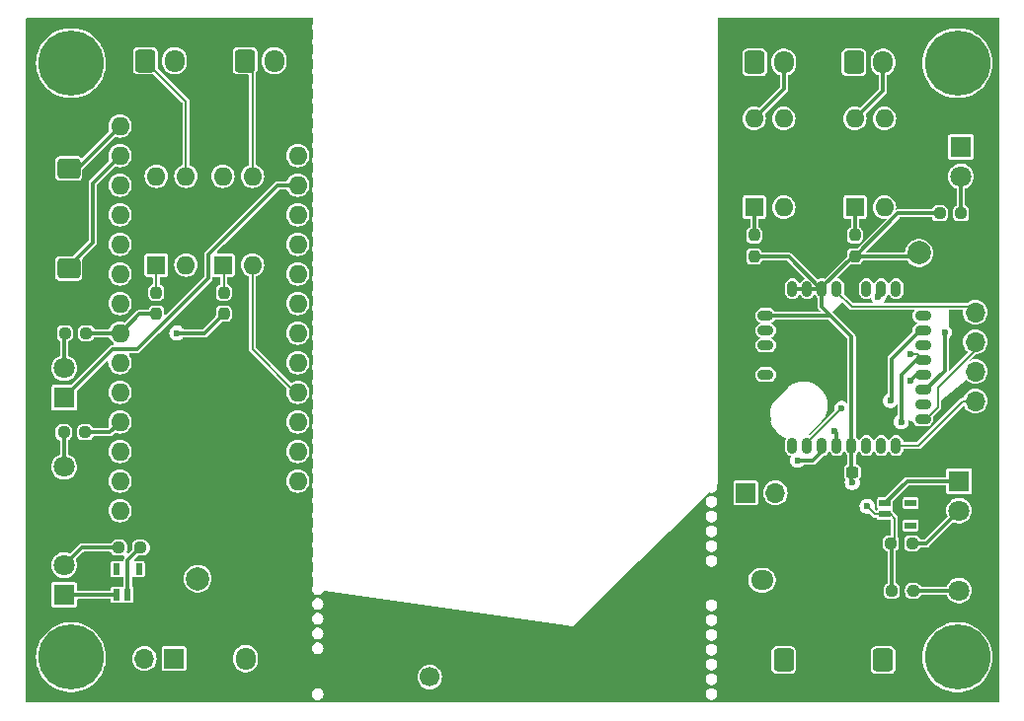
<source format=gbr>
%TF.GenerationSoftware,KiCad,Pcbnew,8.0.9-8.0.9-0~ubuntu22.04.1*%
%TF.CreationDate,2025-11-06T16:29:17+09:00*%
%TF.ProjectId,TweliteEmergencyStop,5477656c-6974-4654-956d-657267656e63,rev?*%
%TF.SameCoordinates,Original*%
%TF.FileFunction,Copper,L1,Top*%
%TF.FilePolarity,Positive*%
%FSLAX46Y46*%
G04 Gerber Fmt 4.6, Leading zero omitted, Abs format (unit mm)*
G04 Created by KiCad (PCBNEW 8.0.9-8.0.9-0~ubuntu22.04.1) date 2025-11-06 16:29:17*
%MOMM*%
%LPD*%
G01*
G04 APERTURE LIST*
G04 Aperture macros list*
%AMRoundRect*
0 Rectangle with rounded corners*
0 $1 Rounding radius*
0 $2 $3 $4 $5 $6 $7 $8 $9 X,Y pos of 4 corners*
0 Add a 4 corners polygon primitive as box body*
4,1,4,$2,$3,$4,$5,$6,$7,$8,$9,$2,$3,0*
0 Add four circle primitives for the rounded corners*
1,1,$1+$1,$2,$3*
1,1,$1+$1,$4,$5*
1,1,$1+$1,$6,$7*
1,1,$1+$1,$8,$9*
0 Add four rect primitives between the rounded corners*
20,1,$1+$1,$2,$3,$4,$5,0*
20,1,$1+$1,$4,$5,$6,$7,0*
20,1,$1+$1,$6,$7,$8,$9,0*
20,1,$1+$1,$8,$9,$2,$3,0*%
G04 Aperture macros list end*
%TA.AperFunction,ComponentPad*%
%ADD10RoundRect,0.250000X-0.600000X-0.725000X0.600000X-0.725000X0.600000X0.725000X-0.600000X0.725000X0*%
%TD*%
%TA.AperFunction,ComponentPad*%
%ADD11O,1.700000X1.950000*%
%TD*%
%TA.AperFunction,ComponentPad*%
%ADD12R,1.700000X1.700000*%
%TD*%
%TA.AperFunction,ComponentPad*%
%ADD13O,1.700000X1.700000*%
%TD*%
%TA.AperFunction,SMDPad,CuDef*%
%ADD14R,1.000000X0.600000*%
%TD*%
%TA.AperFunction,ComponentPad*%
%ADD15RoundRect,0.250000X0.725000X-0.600000X0.725000X0.600000X-0.725000X0.600000X-0.725000X-0.600000X0*%
%TD*%
%TA.AperFunction,ComponentPad*%
%ADD16O,1.950000X1.700000*%
%TD*%
%TA.AperFunction,SMDPad,CuDef*%
%ADD17RoundRect,0.237500X-0.250000X-0.237500X0.250000X-0.237500X0.250000X0.237500X-0.250000X0.237500X0*%
%TD*%
%TA.AperFunction,ComponentPad*%
%ADD18C,2.000000*%
%TD*%
%TA.AperFunction,ComponentPad*%
%ADD19R,1.600000X1.600000*%
%TD*%
%TA.AperFunction,ComponentPad*%
%ADD20O,1.600000X1.600000*%
%TD*%
%TA.AperFunction,ComponentPad*%
%ADD21RoundRect,0.250000X0.600000X0.725000X-0.600000X0.725000X-0.600000X-0.725000X0.600000X-0.725000X0*%
%TD*%
%TA.AperFunction,SMDPad,CuDef*%
%ADD22R,0.600000X1.000000*%
%TD*%
%TA.AperFunction,SMDPad,CuDef*%
%ADD23RoundRect,0.237500X-0.237500X0.250000X-0.237500X-0.250000X0.237500X-0.250000X0.237500X0.250000X0*%
%TD*%
%TA.AperFunction,ComponentPad*%
%ADD24C,1.700000*%
%TD*%
%TA.AperFunction,ComponentPad*%
%ADD25C,5.600000*%
%TD*%
%TA.AperFunction,ComponentPad*%
%ADD26R,1.800000X1.800000*%
%TD*%
%TA.AperFunction,ComponentPad*%
%ADD27C,1.800000*%
%TD*%
%TA.AperFunction,SMDPad,CuDef*%
%ADD28RoundRect,0.237500X0.250000X0.237500X-0.250000X0.237500X-0.250000X-0.237500X0.250000X-0.237500X0*%
%TD*%
%TA.AperFunction,ComponentPad*%
%ADD29RoundRect,0.250000X-0.725000X0.600000X-0.725000X-0.600000X0.725000X-0.600000X0.725000X0.600000X0*%
%TD*%
%TA.AperFunction,SMDPad,CuDef*%
%ADD30RoundRect,0.237500X0.300000X0.237500X-0.300000X0.237500X-0.300000X-0.237500X0.300000X-0.237500X0*%
%TD*%
%TA.AperFunction,SMDPad,CuDef*%
%ADD31O,0.900000X1.400000*%
%TD*%
%TA.AperFunction,SMDPad,CuDef*%
%ADD32O,1.400000X0.900000*%
%TD*%
%TA.AperFunction,SMDPad,CuDef*%
%ADD33O,1.200000X0.900000*%
%TD*%
%TA.AperFunction,ViaPad*%
%ADD34C,0.600000*%
%TD*%
%TA.AperFunction,Conductor*%
%ADD35C,0.200000*%
%TD*%
%TA.AperFunction,Conductor*%
%ADD36C,0.300000*%
%TD*%
%TA.AperFunction,Conductor*%
%ADD37C,0.500000*%
%TD*%
%TA.AperFunction,Conductor*%
%ADD38C,0.800000*%
%TD*%
G04 APERTURE END LIST*
D10*
%TO.P,OUT1,1,Pin_1*%
%TO.N,Net-(J11-Pin_1)*%
X170544000Y-41456000D03*
D11*
%TO.P,OUT1,2,Pin_2*%
%TO.N,Net-(J11-Pin_2)*%
X173044000Y-41456000D03*
%TD*%
D12*
%TO.P,J2,1,Pin_1*%
%TO.N,/pwr*%
X164448000Y-92774000D03*
D13*
%TO.P,J2,2,Pin_2*%
%TO.N,Net-(J2-Pin_2)*%
X161908000Y-92774000D03*
%TD*%
D14*
%TO.P,U8,1,OUT*%
%TO.N,Net-(D6-K)*%
X225408000Y-79434000D03*
%TO.P,U8,2,VDD*%
%TO.N,VCC*%
X225408000Y-80383708D03*
%TO.P,U8,3,GND*%
%TO.N,GND*%
X225408000Y-81333670D03*
%TO.P,U8,4,NC*%
%TO.N,unconnected-(U8-NC-Pad4)*%
X227608152Y-81333924D03*
%TO.P,U8,5,NC*%
%TO.N,unconnected-(U8-NC-Pad5)*%
X227608152Y-79433746D03*
%TD*%
D15*
%TO.P,Em2,1,Pin_1*%
%TO.N,/DI2_1*%
X155420000Y-59293000D03*
D16*
%TO.P,Em2,2,Pin_2*%
%TO.N,GND*%
X155420000Y-56793000D03*
%TD*%
D17*
%TO.P,R2,1*%
%TO.N,Net-(D2-A)*%
X155095000Y-64834000D03*
%TO.P,R2,2*%
%TO.N,VCC*%
X156920000Y-64834000D03*
%TD*%
D18*
%TO.P,Vcc,1,1*%
%TO.N,VCC*%
X166480000Y-85916000D03*
%TD*%
D19*
%TO.P,U6,1*%
%TO.N,Net-(R6-Pad1)*%
X222823000Y-54029000D03*
D20*
%TO.P,U6,2*%
%TO.N,/DO2_2*%
X225363000Y-54029000D03*
%TO.P,U6,3*%
%TO.N,Net-(J10-Pin_1)*%
X225363000Y-46409000D03*
%TO.P,U6,4*%
%TO.N,Net-(J10-Pin_2)*%
X222823000Y-46409000D03*
%TD*%
D21*
%TO.P,J13,1,Pin_1*%
%TO.N,GND*%
X173084000Y-92774000D03*
D11*
%TO.P,J13,2,Pin_2*%
%TO.N,/pwr*%
X170584000Y-92774000D03*
%TD*%
D10*
%TO.P,OUT1,1,Pin_1*%
%TO.N,Net-(J9-Pin_1)*%
X214232000Y-41593000D03*
D11*
%TO.P,OUT1,2,Pin_2*%
%TO.N,Net-(J9-Pin_2)*%
X216732000Y-41593000D03*
%TD*%
D22*
%TO.P,U7,1,OUT*%
%TO.N,Net-(D5-K)*%
X159533691Y-87301066D03*
%TO.P,U7,2,VDD*%
%TO.N,VCC*%
X160483399Y-87301066D03*
%TO.P,U7,3,GND*%
%TO.N,GND*%
X161433361Y-87301066D03*
%TO.P,U7,4,NC*%
%TO.N,unconnected-(U7-NC-Pad4)*%
X161433615Y-85100914D03*
%TO.P,U7,5,NC*%
%TO.N,unconnected-(U7-NC-Pad5)*%
X159533437Y-85100914D03*
%TD*%
D19*
%TO.P,U4,1*%
%TO.N,Net-(R4-Pad1)*%
X162924000Y-58992000D03*
D20*
%TO.P,U4,2*%
%TO.N,/DO2_1*%
X165464000Y-58992000D03*
%TO.P,U4,3*%
%TO.N,Net-(J12-Pin_1)*%
X165464000Y-51372000D03*
%TO.P,U4,4*%
%TO.N,Net-(J12-Pin_2)*%
X162924000Y-51372000D03*
%TD*%
D18*
%TO.P,Vcc,1,1*%
%TO.N,VCC*%
X228320000Y-57956000D03*
%TD*%
D23*
%TO.P,R4,1*%
%TO.N,Net-(R4-Pad1)*%
X162920000Y-61343500D03*
%TO.P,R4,2*%
%TO.N,VCC*%
X162920000Y-63168500D03*
%TD*%
D24*
%TO.P,J1,1,Pin_1*%
%TO.N,GND*%
X200870000Y-94356000D03*
%TO.P,J1,2,Pin_2*%
%TO.N,/pwr*%
X186370000Y-94356000D03*
%TD*%
D21*
%TO.P,Em2,1,Pin_1*%
%TO.N,/DI1_2*%
X225241000Y-92901000D03*
D11*
%TO.P,Em2,2,Pin_2*%
%TO.N,GND*%
X222741000Y-92901000D03*
%TD*%
D19*
%TO.P,U3,1*%
%TO.N,Net-(R3-Pad1)*%
X168639000Y-58992000D03*
D20*
%TO.P,U3,2*%
%TO.N,/DO1_1*%
X171179000Y-58992000D03*
%TO.P,U3,3*%
%TO.N,Net-(J11-Pin_1)*%
X171179000Y-51372000D03*
%TO.P,U3,4*%
%TO.N,Net-(J11-Pin_2)*%
X168639000Y-51372000D03*
%TD*%
D19*
%TO.P,U2,1,GND*%
%TO.N,GND*%
X175060000Y-80074000D03*
D20*
%TO.P,U2,2,DIO14/SCL*%
%TO.N,unconnected-(U2-DIO14{slash}SCL-Pad2)*%
X175060000Y-77534000D03*
%TO.P,U2,3,DIO7/RX*%
%TO.N,unconnected-(U2-DIO7{slash}RX-Pad3)*%
X175060000Y-74994000D03*
%TO.P,U2,4,DIO5/PWM1*%
%TO.N,unconnected-(U2-DIO5{slash}PWM1-Pad4)*%
X175060000Y-72454000D03*
%TO.P,U2,5,DIO18/DO1*%
%TO.N,/DO1_1*%
X175060000Y-69914000D03*
%TO.P,U2,6,DO0/PWM2*%
%TO.N,unconnected-(U2-DO0{slash}PWM2-Pad6)*%
X175060000Y-67374000D03*
%TO.P,U2,7,DO1/PWM3*%
%TO.N,unconnected-(U2-DO1{slash}PWM3-Pad7)*%
X175060000Y-64834000D03*
%TO.P,U2,8,DIO19/DO2*%
%TO.N,/DO2_1*%
X175060000Y-62294000D03*
%TO.P,U2,9,DIO4/DO3*%
%TO.N,unconnected-(U2-DIO4{slash}DO3-Pad9)*%
X175060000Y-59754000D03*
%TO.P,U2,10,DIO6/TX*%
%TO.N,unconnected-(U2-DIO6{slash}TX-Pad10)*%
X175060000Y-57214000D03*
%TO.P,U2,11,DIO8/PWM4*%
%TO.N,unconnected-(U2-DIO8{slash}PWM4-Pad11)*%
X175060000Y-54674000D03*
%TO.P,U2,12,DIO9/DO4*%
%TO.N,Net-(D2-K)*%
X175060000Y-52134000D03*
%TO.P,U2,13,DIO10/M1*%
%TO.N,Net-(JP2-B)*%
X175060000Y-49594000D03*
%TO.P,U2,14,GND*%
%TO.N,GND*%
X175060000Y-47054000D03*
%TO.P,U2,15,DIO12/DI1*%
%TO.N,/DI1_1*%
X159820000Y-47054000D03*
%TO.P,U2,16,DIO13/DI2*%
%TO.N,/DI2_1*%
X159820000Y-49594000D03*
%TO.P,U2,17,DIO11/DI3*%
%TO.N,unconnected-(U2-DIO11{slash}DI3-Pad17)*%
X159820000Y-52134000D03*
%TO.P,U2,18,DIO16/DI4*%
%TO.N,Net-(JP4-B)*%
X159820000Y-54674000D03*
%TO.P,U2,19,DIO15/SDA*%
%TO.N,unconnected-(U2-DIO15{slash}SDA-Pad19)*%
X159820000Y-57214000D03*
%TO.P,U2,20,DIO17/BPS*%
%TO.N,unconnected-(U2-DIO17{slash}BPS-Pad20)*%
X159820000Y-59754000D03*
%TO.P,U2,21,~{RESET}*%
%TO.N,unconnected-(U2-~{RESET}-Pad21)*%
X159820000Y-62294000D03*
%TO.P,U2,22,ADC1/AI1*%
%TO.N,VCC*%
X159820000Y-64834000D03*
%TO.P,U2,23,DIO0/AI2*%
X159820000Y-67374000D03*
%TO.P,U2,24,ADC2/AI3*%
X159820000Y-69914000D03*
%TO.P,U2,25,DIO1/AI4*%
X159820000Y-72454000D03*
%TO.P,U2,26,DIO2/M2*%
%TO.N,unconnected-(U2-DIO2{slash}M2-Pad26)*%
X159820000Y-74994000D03*
%TO.P,U2,27,DIO3/M3*%
%TO.N,unconnected-(U2-DIO3{slash}M3-Pad27)*%
X159820000Y-77534000D03*
%TO.P,U2,28,VCC*%
%TO.N,VCC*%
X159820000Y-80074000D03*
%TD*%
D18*
%TO.P,GND,1,1*%
%TO.N,GND*%
X233320000Y-57956000D03*
%TD*%
D25*
%TO.P,REF\u002A\u002A,1*%
%TO.N,N/C*%
X155620000Y-92656000D03*
%TD*%
D21*
%TO.P,Em1,1,Pin_1*%
%TO.N,/DI2_2*%
X216721200Y-92901000D03*
D11*
%TO.P,Em1,2,Pin_2*%
%TO.N,GND*%
X214221200Y-92901000D03*
%TD*%
D19*
%TO.P,U5,1*%
%TO.N,Net-(R5-Pad1)*%
X214187000Y-54029000D03*
D20*
%TO.P,U5,2*%
%TO.N,/DO1_2*%
X216727000Y-54029000D03*
%TO.P,U5,3*%
%TO.N,Net-(J9-Pin_1)*%
X216727000Y-46409000D03*
%TO.P,U5,4*%
%TO.N,Net-(J9-Pin_2)*%
X214187000Y-46409000D03*
%TD*%
D25*
%TO.P,REF\u002A\u002A,1*%
%TO.N,N/C*%
X231620000Y-92656000D03*
%TD*%
D26*
%TO.P,User,1,K*%
%TO.N,Net-(D2-K)*%
X155020000Y-70379666D03*
D27*
%TO.P,User,2,A*%
%TO.N,Net-(D2-A)*%
X155020000Y-67839666D03*
%TD*%
D15*
%TO.P,Em1,1,Pin_1*%
%TO.N,/DI1_1*%
X155420000Y-50697000D03*
D16*
%TO.P,Em1,2,Pin_2*%
%TO.N,GND*%
X155420000Y-48197000D03*
%TD*%
D18*
%TO.P,GND,1,1*%
%TO.N,GND*%
X170925000Y-85916000D03*
%TD*%
D12*
%TO.P,J5,1,Pin_1*%
%TO.N,GND*%
X233155000Y-73216000D03*
D13*
%TO.P,J5,2,Pin_2*%
%TO.N,/TX2*%
X233155000Y-70676000D03*
%TO.P,J5,3,Pin_3*%
%TO.N,/PRG2*%
X233155000Y-68136000D03*
%TO.P,J5,4,Pin_4*%
%TO.N,/RX2*%
X233155000Y-65596000D03*
%TO.P,J5,5,Pin_5*%
%TO.N,/RST2*%
X233155000Y-63056000D03*
%TD*%
D28*
%TO.P,R7,1*%
%TO.N,Net-(D3-A)*%
X227820000Y-86956000D03*
%TO.P,R7,2*%
%TO.N,VCC*%
X225995000Y-86956000D03*
%TD*%
%TO.P,R10,1*%
%TO.N,Net-(D6-A)*%
X227741000Y-82868000D03*
%TO.P,R10,2*%
%TO.N,VCC*%
X225916000Y-82868000D03*
%TD*%
D26*
%TO.P,Power,1,K*%
%TO.N,GND*%
X231758000Y-84392000D03*
D27*
%TO.P,Power,2,A*%
%TO.N,Net-(D3-A)*%
X231758000Y-86932000D03*
%TD*%
D26*
%TO.P,Low Voltage,1,K*%
%TO.N,Net-(D6-K)*%
X231758000Y-77529000D03*
D27*
%TO.P,Low Voltage,2,A*%
%TO.N,Net-(D6-A)*%
X231758000Y-80069000D03*
%TD*%
D23*
%TO.P,R6,1*%
%TO.N,Net-(R6-Pad1)*%
X222828000Y-56428500D03*
%TO.P,R6,2*%
%TO.N,VCC*%
X222828000Y-58253500D03*
%TD*%
D29*
%TO.P,J14,1,Pin_1*%
%TO.N,GND*%
X214867000Y-83543000D03*
D16*
%TO.P,J14,2,Pin_2*%
%TO.N,/pwr*%
X214867000Y-86043000D03*
%TD*%
D28*
%TO.P,R1,1*%
%TO.N,Net-(D1-A)*%
X231920000Y-54556000D03*
%TO.P,R1,2*%
%TO.N,VCC*%
X230095000Y-54556000D03*
%TD*%
D23*
%TO.P,R5,1*%
%TO.N,Net-(R5-Pad1)*%
X214192000Y-56428500D03*
%TO.P,R5,2*%
%TO.N,VCC*%
X214192000Y-58253500D03*
%TD*%
D25*
%TO.P,REF\u002A\u002A,1*%
%TO.N,N/C*%
X231620000Y-41656000D03*
%TD*%
D26*
%TO.P,Low Voltage,1,K*%
%TO.N,Net-(D5-K)*%
X155020000Y-87296000D03*
D27*
%TO.P,Low Voltage,2,A*%
%TO.N,Net-(D5-A)*%
X155020000Y-84756000D03*
%TD*%
D23*
%TO.P,R3,1*%
%TO.N,Net-(R3-Pad1)*%
X168720000Y-61343500D03*
%TO.P,R3,2*%
%TO.N,VCC*%
X168720000Y-63168500D03*
%TD*%
D10*
%TO.P,OUT2,1,Pin_1*%
%TO.N,Net-(J10-Pin_1)*%
X222741000Y-41593000D03*
D11*
%TO.P,OUT2,2,Pin_2*%
%TO.N,Net-(J10-Pin_2)*%
X225241000Y-41593000D03*
%TD*%
D17*
%TO.P,R8,1*%
%TO.N,Net-(D4-A)*%
X154995000Y-73343000D03*
%TO.P,R8,2*%
%TO.N,VCC*%
X156820000Y-73343000D03*
%TD*%
D26*
%TO.P,User,1,K*%
%TO.N,Net-(D1-K)*%
X231920000Y-48856000D03*
D27*
%TO.P,User,2,A*%
%TO.N,Net-(D1-A)*%
X231920000Y-51396000D03*
%TD*%
D10*
%TO.P,O2,1,Pin_1*%
%TO.N,Net-(J12-Pin_1)*%
X161994000Y-41456000D03*
D11*
%TO.P,O2,2,Pin_2*%
%TO.N,Net-(J12-Pin_2)*%
X164494000Y-41456000D03*
%TD*%
D12*
%TO.P,J6,1,Pin_1*%
%TO.N,/pwr*%
X213465000Y-78550000D03*
D13*
%TO.P,J6,2,Pin_2*%
%TO.N,Net-(J6-Pin_2)*%
X216005000Y-78550000D03*
%TD*%
D30*
%TO.P,C4,1*%
%TO.N,VCC*%
X222614000Y-76772000D03*
%TO.P,C4,2*%
%TO.N,GND*%
X220889000Y-76772000D03*
%TD*%
D26*
%TO.P,Power,1,K*%
%TO.N,GND*%
X155020000Y-78846333D03*
D27*
%TO.P,Power,2,A*%
%TO.N,Net-(D4-A)*%
X155020000Y-76306333D03*
%TD*%
D17*
%TO.P,R9,1*%
%TO.N,Net-(D5-A)*%
X159720000Y-83256000D03*
%TO.P,R9,2*%
%TO.N,VCC*%
X161545000Y-83256000D03*
%TD*%
D25*
%TO.P,REF\u002A\u002A,1*%
%TO.N,N/C*%
X155620000Y-41656000D03*
%TD*%
D31*
%TO.P,U1,1,DO0/PWM2*%
%TO.N,unconnected-(U1-DO0{slash}PWM2-Pad1)*%
X217471500Y-74490000D03*
%TO.P,U1,2,DO1/PWM3*%
%TO.N,/PRG2*%
X218741500Y-74490000D03*
%TO.P,U1,3,DIO18/DO1*%
%TO.N,/DO1_2*%
X220011500Y-74490000D03*
%TO.P,U1,4,DIO19/DO2*%
%TO.N,/DO2_2*%
X221281500Y-74490000D03*
%TO.P,U1,5,VCC*%
%TO.N,VCC*%
X222551500Y-74490000D03*
%TO.P,U1,6,DIO4/DO3*%
%TO.N,unconnected-(U1-DIO4{slash}DO3-Pad6)*%
X223821500Y-74490000D03*
%TO.P,U1,7,DIO5/PWM1*%
%TO.N,unconnected-(U1-DIO5{slash}PWM1-Pad7)*%
X225091500Y-74490000D03*
%TO.P,U1,8,DIO6/TX*%
%TO.N,/TX2*%
X226361500Y-74490000D03*
D32*
%TO.P,U1,9,DIO7/RX*%
%TO.N,/RX2*%
X228651500Y-72200000D03*
%TO.P,U1,10,DIO8/PWM4*%
%TO.N,unconnected-(U1-DIO8{slash}PWM4-Pad10)*%
X228651500Y-70930000D03*
%TO.P,U1,11,DIO9/DO4*%
%TO.N,Net-(D1-K)*%
X228651500Y-69660000D03*
%TO.P,U1,12,DIO10/M1*%
%TO.N,Net-(JP1-B)*%
X228651500Y-68390000D03*
%TO.P,U1,13,DIO12/DI1*%
%TO.N,/DI1_2*%
X228651500Y-67120000D03*
%TO.P,U1,14,DIO14/SCL*%
%TO.N,unconnected-(U1-DIO14{slash}SCL-Pad14)*%
X228651500Y-65850000D03*
%TO.P,U1,15,DIO13/DI2*%
%TO.N,/DI2_2*%
X228651500Y-64580000D03*
%TO.P,U1,16,DIO11/DI3*%
%TO.N,unconnected-(U1-DIO11{slash}DI3-Pad16)*%
X228651500Y-63310000D03*
D31*
%TO.P,U1,17,DIO15/SDA*%
%TO.N,unconnected-(U1-DIO15{slash}SDA-Pad17)*%
X226361500Y-61020000D03*
%TO.P,U1,18,DIO16/DI4*%
%TO.N,Net-(JP3-B)*%
X225091500Y-61020000D03*
%TO.P,U1,19,DIO17/BPS*%
%TO.N,unconnected-(U1-DIO17{slash}BPS-Pad19)*%
X223821500Y-61020000D03*
%TO.P,U1,20,GND*%
%TO.N,GND*%
X222551500Y-61020000D03*
%TO.P,U1,21,~{RESET}*%
%TO.N,/RST2*%
X221281500Y-61020000D03*
%TO.P,U1,22,ADC2/AI3*%
%TO.N,VCC*%
X220011500Y-61020000D03*
%TO.P,U1,23,ADC1/AI1*%
X218741500Y-61020000D03*
%TO.P,U1,24,DIO0/AI2*%
X217471500Y-61020000D03*
D32*
%TO.P,U1,25,DIO1/AI4*%
X215181500Y-63310000D03*
%TO.P,U1,26,DIO2/M2*%
%TO.N,unconnected-(U1-DIO2{slash}M2-Pad26)*%
X215181500Y-64580000D03*
%TO.P,U1,27,DIO3/M3*%
%TO.N,unconnected-(U1-DIO3{slash}M3-Pad27)*%
X215181500Y-65850000D03*
%TO.P,U1,28,GND*%
%TO.N,GND*%
X215181500Y-67120000D03*
%TO.P,U1,29,NC*%
%TO.N,unconnected-(U1-NC-Pad29)*%
X215181500Y-68390000D03*
%TO.P,U1,30,GND*%
%TO.N,GND*%
X215181500Y-69660000D03*
D33*
%TO.P,U1,31,GND*%
X215081500Y-70930000D03*
%TO.P,U1,32,GND*%
X215081500Y-72200000D03*
%TD*%
D34*
%TO.N,VCC*%
X223884000Y-79693000D03*
X161720000Y-83249000D03*
X164702000Y-64834000D03*
X222614000Y-77661000D03*
%TO.N,GND*%
X172576000Y-61278000D03*
X166480000Y-63056000D03*
X228710000Y-45911000D03*
X233790000Y-53531000D03*
X156828000Y-74994000D03*
X223630000Y-70676000D03*
X170290000Y-45276000D03*
X188070000Y-95822000D03*
X219820000Y-45911000D03*
X225916000Y-73216000D03*
X209025000Y-80455000D03*
X218870000Y-62431000D03*
X223249000Y-64326000D03*
X161654000Y-62040000D03*
X159876000Y-88964000D03*
X159622000Y-95568000D03*
X175116000Y-82614000D03*
X230695000Y-70981000D03*
X221090000Y-82995000D03*
X214740000Y-77026000D03*
X167496000Y-42990000D03*
X234495000Y-67131000D03*
X158352000Y-58484000D03*
X233409000Y-88710000D03*
X213470000Y-50356000D03*
X219695000Y-68406000D03*
X199246000Y-95695000D03*
X229520000Y-61556000D03*
X167496000Y-72962000D03*
X222495000Y-59681000D03*
X152510000Y-77280000D03*
X231520000Y-55956000D03*
X161908000Y-47562000D03*
X212835000Y-64961000D03*
X218550000Y-87186000D03*
X229695000Y-55881000D03*
X164448000Y-61532000D03*
X225916000Y-76137000D03*
X224011000Y-76137000D03*
X233155000Y-61151000D03*
X163686000Y-44514000D03*
X221720000Y-69906000D03*
X221695000Y-55456000D03*
X219820000Y-50356000D03*
X170036000Y-47816000D03*
X152510000Y-62040000D03*
X168258000Y-95568000D03*
X223376000Y-82614000D03*
X164194000Y-47562000D03*
X219820000Y-38926000D03*
X173084000Y-50864000D03*
X152510000Y-68898000D03*
X221745000Y-65656000D03*
X226120000Y-59456000D03*
X228075000Y-75756000D03*
X216620000Y-59456000D03*
X228075000Y-38926000D03*
X224265000Y-43371000D03*
X223630000Y-72962000D03*
X208517000Y-89091000D03*
X168258000Y-89980000D03*
X231420000Y-66906000D03*
X216670000Y-64331000D03*
X234425000Y-45911000D03*
X152510000Y-81598000D03*
X152510000Y-89218000D03*
X233155000Y-75629000D03*
X157844000Y-61786000D03*
X158352000Y-81598000D03*
X157844000Y-50356000D03*
X191880000Y-92774000D03*
X226945000Y-55506000D03*
X219670000Y-64281000D03*
X197468000Y-95695000D03*
X212835000Y-58611000D03*
X170290000Y-61278000D03*
X217534000Y-80963000D03*
X166988000Y-47816000D03*
X228075000Y-85027000D03*
X212835000Y-71311000D03*
X216395000Y-55831000D03*
X225916000Y-77534000D03*
X159368000Y-38672000D03*
X158352000Y-52642000D03*
X165718000Y-54674000D03*
X171814000Y-77280000D03*
X159368000Y-44514000D03*
X233155000Y-82106000D03*
X199246000Y-90742000D03*
X208517000Y-95060000D03*
X175116000Y-89980000D03*
X225154000Y-85789000D03*
X163432000Y-68898000D03*
X163686000Y-77280000D03*
X152510000Y-44514000D03*
X178164000Y-88456000D03*
X169528000Y-57468000D03*
X212454000Y-88202000D03*
X173084000Y-65596000D03*
X168258000Y-82614000D03*
X158352000Y-68644000D03*
X158352000Y-85408000D03*
X183752000Y-92774000D03*
X227948000Y-89980000D03*
X158098000Y-65850000D03*
X212835000Y-38926000D03*
X226805000Y-50356000D03*
X158098000Y-71438000D03*
X229345000Y-80201000D03*
X152256000Y-53658000D03*
X171814000Y-68898000D03*
X223445000Y-68156000D03*
X219820000Y-92901000D03*
X178418000Y-95822000D03*
X175624000Y-38672000D03*
X204620000Y-89156000D03*
X208120000Y-84656000D03*
X227070000Y-63356000D03*
X231420000Y-63331000D03*
X219970000Y-59306000D03*
X170290000Y-63056000D03*
X221795000Y-62881000D03*
X167496000Y-38672000D03*
X215375000Y-43371000D03*
X216520000Y-69081000D03*
X227948000Y-73470000D03*
X227440000Y-93536000D03*
X174100000Y-48324000D03*
X173592000Y-53404000D03*
X224845000Y-57406000D03*
%TO.N,Net-(D1-K)*%
X230520000Y-64756000D03*
%TO.N,/DI1_2*%
X227567000Y-66612000D03*
X226805000Y-72454000D03*
%TO.N,/PRG2*%
X221695750Y-71281750D03*
%TO.N,/DI2_2*%
X225871500Y-70631500D03*
%TO.N,Net-(JP1-B)*%
X227605000Y-68898000D03*
%TO.N,/DO2_2*%
X221090000Y-73216000D03*
%TO.N,/DO1_2*%
X217915000Y-75756000D03*
%TO.N,Net-(JP3-B)*%
X224836500Y-61722500D03*
%TD*%
D35*
%TO.N,VCC*%
X226208000Y-82576000D02*
X225916000Y-82868000D01*
D36*
X220709000Y-63310000D02*
X221090000Y-63691000D01*
X230095000Y-54556000D02*
X226525500Y-54556000D01*
X167054500Y-64834000D02*
X164702000Y-64834000D01*
D35*
X225408000Y-80383708D02*
X225858038Y-80383708D01*
D36*
X162920000Y-63168500D02*
X161485500Y-63168500D01*
X222551500Y-74490000D02*
X222551500Y-77598500D01*
X160483399Y-87301066D02*
X160483399Y-84317601D01*
X225995000Y-82947000D02*
X225916000Y-82868000D01*
D35*
X225858038Y-80383708D02*
X226208000Y-80733670D01*
D36*
X222828000Y-58253500D02*
X228022500Y-58253500D01*
D35*
X225408000Y-80383708D02*
X224574708Y-80383708D01*
D36*
X161485500Y-63168500D02*
X159820000Y-64834000D01*
X158931000Y-73343000D02*
X159820000Y-72454000D01*
D37*
X222498500Y-74543000D02*
X222551500Y-74490000D01*
D36*
X220011500Y-61020000D02*
X220011500Y-60908629D01*
X225995000Y-86956000D02*
X225995000Y-82947000D01*
X217144750Y-58253500D02*
X214192000Y-58253500D01*
X222551500Y-77598500D02*
X222614000Y-77661000D01*
X222551500Y-65152500D02*
X221090000Y-63691000D01*
X228022500Y-58253500D02*
X228320000Y-57956000D01*
X168720000Y-63168500D02*
X167054500Y-64834000D01*
X215181500Y-63310000D02*
X220709000Y-63310000D01*
X220011500Y-61020000D02*
X219911250Y-61020000D01*
X156820000Y-73343000D02*
X158931000Y-73343000D01*
D35*
X226208000Y-80733670D02*
X226208000Y-82576000D01*
D36*
X217471500Y-61020000D02*
X220011500Y-61020000D01*
X219911250Y-61020000D02*
X217144750Y-58253500D01*
X222666629Y-58253500D02*
X222828000Y-58253500D01*
X226525500Y-54556000D02*
X222828000Y-58253500D01*
X156920000Y-64834000D02*
X159820000Y-64834000D01*
X220011500Y-60908629D02*
X222666629Y-58253500D01*
X222551500Y-74490000D02*
X222551500Y-65152500D01*
X160483399Y-84317601D02*
X161545000Y-83256000D01*
D35*
X224574708Y-80383708D02*
X223884000Y-79693000D01*
D36*
X220011500Y-62612500D02*
X220011500Y-61020000D01*
X221090000Y-63691000D02*
X220011500Y-62612500D01*
%TO.N,GND*%
X197468000Y-95695000D02*
X199246000Y-95695000D01*
%TO.N,Net-(D1-A)*%
X231920000Y-54556000D02*
X231920000Y-51396000D01*
%TO.N,Net-(D1-K)*%
X228651500Y-69660000D02*
X228901500Y-69660000D01*
X230520000Y-68041500D02*
X230520000Y-64756000D01*
X228901500Y-69660000D02*
X230520000Y-68041500D01*
%TO.N,Net-(D2-A)*%
X155020000Y-64909000D02*
X155095000Y-64834000D01*
X155020000Y-67839666D02*
X155020000Y-64909000D01*
%TO.N,Net-(D2-K)*%
X159175666Y-66224000D02*
X161280000Y-66224000D01*
X173338000Y-52134000D02*
X175060000Y-52134000D01*
X161280000Y-66224000D02*
X167369000Y-60135000D01*
X167369000Y-60135000D02*
X167369000Y-58103000D01*
X155020000Y-70379666D02*
X159175666Y-66224000D01*
X167369000Y-58103000D02*
X173338000Y-52134000D01*
%TO.N,Net-(D3-A)*%
X227844000Y-86932000D02*
X227820000Y-86956000D01*
X227444000Y-86932000D02*
X227420000Y-86956000D01*
X231758000Y-86932000D02*
X227844000Y-86932000D01*
%TO.N,Net-(D4-A)*%
X155020000Y-73368000D02*
X154995000Y-73343000D01*
X155020000Y-76306333D02*
X155020000Y-73368000D01*
X154995000Y-76491000D02*
X155020000Y-76516000D01*
%TO.N,Net-(D5-A)*%
X156520000Y-83256000D02*
X155020000Y-84756000D01*
X159720000Y-83256000D02*
X156520000Y-83256000D01*
%TO.N,Net-(D5-K)*%
X155025066Y-87301066D02*
X155020000Y-87296000D01*
X159533691Y-87301066D02*
X155025066Y-87301066D01*
%TO.N,Net-(D6-K)*%
X227313000Y-77529000D02*
X231758000Y-77529000D01*
X225408000Y-79434000D02*
X227313000Y-77529000D01*
%TO.N,Net-(D6-A)*%
X227741000Y-82868000D02*
X228959000Y-82868000D01*
X228959000Y-82868000D02*
X231758000Y-80069000D01*
%TO.N,/DI1_1*%
X156364000Y-50510000D02*
X159820000Y-47054000D01*
X155420000Y-50510000D02*
X156364000Y-50510000D01*
%TO.N,/DI1_2*%
X228113000Y-67120000D02*
X228651500Y-67120000D01*
X226805000Y-72454000D02*
X226805000Y-68428000D01*
X226805000Y-68428000D02*
X228113000Y-67120000D01*
D35*
X227567000Y-66612000D02*
X228143500Y-66612000D01*
X228143500Y-66612000D02*
X228651500Y-67120000D01*
%TO.N,/TX2*%
X233155000Y-70676000D02*
X232075500Y-70676000D01*
X232075500Y-70676000D02*
X228261500Y-74490000D01*
X228261500Y-74490000D02*
X226361500Y-74490000D01*
%TO.N,/RX2*%
X233155000Y-65596000D02*
X233155000Y-66276000D01*
X233155000Y-66276000D02*
X229921500Y-69509500D01*
X229921500Y-69509500D02*
X229921500Y-71184000D01*
X228905500Y-72200000D02*
X228651500Y-72200000D01*
X229921500Y-71184000D02*
X228905500Y-72200000D01*
%TO.N,/PRG2*%
X218741500Y-74236000D02*
X218741500Y-74490000D01*
X221695750Y-71281750D02*
X218741500Y-74236000D01*
%TO.N,/RST2*%
X222559500Y-62548000D02*
X221281500Y-61270000D01*
X233155000Y-63056000D02*
X232647000Y-62548000D01*
X221281500Y-61270000D02*
X221281500Y-61020000D01*
X232647000Y-62548000D02*
X222559500Y-62548000D01*
D36*
%TO.N,/DI2_1*%
X155420000Y-59106000D02*
X157463000Y-57063000D01*
X157463000Y-51951000D02*
X159820000Y-49594000D01*
X157463000Y-57063000D02*
X157463000Y-51951000D01*
%TO.N,/DI2_2*%
X225954000Y-67027500D02*
X228401500Y-64580000D01*
X228401500Y-64580000D02*
X228651500Y-64580000D01*
X225954000Y-70549000D02*
X225954000Y-67027500D01*
X225871500Y-70631500D02*
X225954000Y-70549000D01*
%TO.N,Net-(J9-Pin_2)*%
X216732000Y-41593000D02*
X216732000Y-43864000D01*
X216732000Y-43864000D02*
X214187000Y-46409000D01*
%TO.N,Net-(J10-Pin_2)*%
X225241000Y-41593000D02*
X225241000Y-43991000D01*
X225241000Y-43991000D02*
X222823000Y-46409000D01*
D35*
%TO.N,Net-(J11-Pin_1)*%
X171179000Y-51372000D02*
X171179000Y-42091000D01*
X171179000Y-42091000D02*
X170544000Y-41456000D01*
%TO.N,Net-(J12-Pin_1)*%
X165464000Y-51372000D02*
X165464000Y-44926000D01*
X165464000Y-44926000D02*
X161994000Y-41456000D01*
D36*
%TO.N,Net-(JP1-B)*%
X228113000Y-68390000D02*
X227605000Y-68898000D01*
X228651500Y-68390000D02*
X228113000Y-68390000D01*
D35*
%TO.N,Net-(R3-Pad1)*%
X168720000Y-61343500D02*
X168720000Y-59073000D01*
X168720000Y-59073000D02*
X168639000Y-58992000D01*
%TO.N,Net-(R4-Pad1)*%
X162920000Y-58996000D02*
X162924000Y-58992000D01*
X162920000Y-61343500D02*
X162920000Y-58996000D01*
D36*
%TO.N,Net-(R5-Pad1)*%
X214192000Y-56428500D02*
X214192000Y-54034000D01*
X214192000Y-54034000D02*
X214187000Y-54029000D01*
%TO.N,Net-(R6-Pad1)*%
X222828000Y-56428500D02*
X222828000Y-54034000D01*
X222828000Y-54034000D02*
X222823000Y-54029000D01*
%TO.N,/DO2_2*%
X221281500Y-73407500D02*
X221281500Y-74490000D01*
X221090000Y-73216000D02*
X221281500Y-73407500D01*
%TO.N,/DO1_2*%
X220011500Y-74990000D02*
X220011500Y-74490000D01*
X217915000Y-75756000D02*
X219245500Y-75756000D01*
X219245500Y-75756000D02*
X220011500Y-74990000D01*
D35*
%TO.N,/DO1_1*%
X171179000Y-58992000D02*
X171179000Y-66231000D01*
X171179000Y-66231000D02*
X174862000Y-69914000D01*
D38*
%TO.N,/pwr*%
X186270000Y-94456000D02*
X186370000Y-94356000D01*
D35*
%TO.N,Net-(JP3-B)*%
X224836500Y-61722500D02*
X225091500Y-61467500D01*
X225091500Y-61467500D02*
X225091500Y-61020000D01*
%TD*%
%TA.AperFunction,Conductor*%
%TO.N,GND*%
G36*
X176328952Y-37776185D02*
G01*
X176374707Y-37828989D01*
X176385913Y-37880549D01*
X176385798Y-38174444D01*
X176366087Y-38241475D01*
X176355514Y-38255595D01*
X176341623Y-38271626D01*
X176281834Y-38402543D01*
X176261353Y-38545000D01*
X176281834Y-38687456D01*
X176341622Y-38818371D01*
X176341625Y-38818377D01*
X176355224Y-38834070D01*
X176384250Y-38897625D01*
X176385512Y-38915321D01*
X176385307Y-39445010D01*
X176365596Y-39512042D01*
X176355022Y-39526162D01*
X176341625Y-39541622D01*
X176341622Y-39541628D01*
X176281834Y-39672543D01*
X176261353Y-39815000D01*
X176281834Y-39957456D01*
X176341621Y-40088370D01*
X176341622Y-40088371D01*
X176341623Y-40088373D01*
X176354736Y-40103506D01*
X176383759Y-40167060D01*
X176385021Y-40184754D01*
X176384815Y-40715578D01*
X176365104Y-40782610D01*
X176354532Y-40796728D01*
X176341624Y-40811625D01*
X176341621Y-40811629D01*
X176281834Y-40942543D01*
X176261353Y-41085000D01*
X176281834Y-41227456D01*
X176304696Y-41277515D01*
X176341623Y-41358373D01*
X176354244Y-41372938D01*
X176383269Y-41436493D01*
X176384531Y-41454189D01*
X176384324Y-41986143D01*
X176364613Y-42053175D01*
X176354042Y-42067292D01*
X176341625Y-42081622D01*
X176341623Y-42081625D01*
X176281834Y-42212543D01*
X176261353Y-42355000D01*
X176281834Y-42497456D01*
X176324615Y-42591131D01*
X176341623Y-42628373D01*
X176353752Y-42642371D01*
X176382778Y-42705925D01*
X176384040Y-42723622D01*
X176383833Y-43256710D01*
X176364122Y-43323742D01*
X176353551Y-43337859D01*
X176341625Y-43351623D01*
X176341622Y-43351628D01*
X176281834Y-43482543D01*
X176261353Y-43625000D01*
X176281834Y-43767456D01*
X176341622Y-43898371D01*
X176341623Y-43898373D01*
X176353262Y-43911805D01*
X176382287Y-43975361D01*
X176383549Y-43993056D01*
X176383342Y-44527278D01*
X176363631Y-44594310D01*
X176353059Y-44608428D01*
X176341624Y-44621625D01*
X176341621Y-44621629D01*
X176281834Y-44752543D01*
X176261353Y-44895000D01*
X176281834Y-45037456D01*
X176341622Y-45168371D01*
X176341625Y-45168377D01*
X176352770Y-45181238D01*
X176381796Y-45244793D01*
X176383058Y-45262489D01*
X176382850Y-45797844D01*
X176363139Y-45864876D01*
X176352568Y-45878992D01*
X176341628Y-45891618D01*
X176341623Y-45891625D01*
X176281834Y-46022543D01*
X176261353Y-46165000D01*
X176281834Y-46307456D01*
X176341622Y-46438371D01*
X176341625Y-46438377D01*
X176352281Y-46450674D01*
X176381306Y-46514230D01*
X176382568Y-46531924D01*
X176382360Y-47068410D01*
X176362649Y-47135442D01*
X176352077Y-47149560D01*
X176341624Y-47161624D01*
X176341623Y-47161626D01*
X176281834Y-47292543D01*
X176261353Y-47435000D01*
X176281834Y-47577456D01*
X176304696Y-47627515D01*
X176341623Y-47708373D01*
X176351790Y-47720106D01*
X176380815Y-47783662D01*
X176382077Y-47801357D01*
X176381868Y-48338979D01*
X176362157Y-48406011D01*
X176351586Y-48420128D01*
X176341624Y-48431625D01*
X176341621Y-48431629D01*
X176281834Y-48562543D01*
X176261353Y-48705000D01*
X176281834Y-48847456D01*
X176304696Y-48897515D01*
X176341623Y-48978373D01*
X176351298Y-48989539D01*
X176380324Y-49053093D01*
X176381586Y-49070790D01*
X176381377Y-49609544D01*
X176361666Y-49676576D01*
X176351096Y-49690692D01*
X176341625Y-49701622D01*
X176341623Y-49701625D01*
X176284996Y-49825621D01*
X176267459Y-49845859D01*
X176274987Y-49872369D01*
X176273730Y-49888909D01*
X176265703Y-49944744D01*
X176261353Y-49975000D01*
X176261890Y-49978733D01*
X176281834Y-50117456D01*
X176341621Y-50248370D01*
X176341624Y-50248374D01*
X176350808Y-50258973D01*
X176379833Y-50322529D01*
X176381095Y-50340223D01*
X176380886Y-50880111D01*
X176361175Y-50947143D01*
X176350604Y-50961260D01*
X176341625Y-50971622D01*
X176341623Y-50971625D01*
X176281834Y-51102543D01*
X176261353Y-51245000D01*
X176281834Y-51387456D01*
X176341622Y-51518371D01*
X176341623Y-51518373D01*
X176350317Y-51528406D01*
X176379343Y-51591962D01*
X176380605Y-51609658D01*
X176380395Y-52150679D01*
X176360684Y-52217711D01*
X176350113Y-52231828D01*
X176341624Y-52241625D01*
X176341621Y-52241629D01*
X176284996Y-52365621D01*
X176267459Y-52385859D01*
X176274987Y-52412369D01*
X176273730Y-52428909D01*
X176262908Y-52504185D01*
X176261353Y-52515000D01*
X176261890Y-52518733D01*
X176281834Y-52657456D01*
X176304696Y-52707515D01*
X176341623Y-52788373D01*
X176349825Y-52797839D01*
X176378851Y-52861393D01*
X176380114Y-52879091D01*
X176379904Y-53421245D01*
X176360193Y-53488277D01*
X176349621Y-53502395D01*
X176341625Y-53511622D01*
X176341622Y-53511628D01*
X176281834Y-53642543D01*
X176261353Y-53785000D01*
X176281834Y-53927456D01*
X176304696Y-53977515D01*
X176341623Y-54058373D01*
X176349336Y-54067274D01*
X176378361Y-54130830D01*
X176379623Y-54148525D01*
X176379412Y-54691812D01*
X176359701Y-54758844D01*
X176349131Y-54772960D01*
X176341625Y-54781622D01*
X176341623Y-54781625D01*
X176284996Y-54905621D01*
X176267459Y-54925859D01*
X176274987Y-54952369D01*
X176273730Y-54968909D01*
X176261353Y-55054998D01*
X176261353Y-55055000D01*
X176261890Y-55058733D01*
X176281834Y-55197456D01*
X176304696Y-55247515D01*
X176341623Y-55328373D01*
X176348844Y-55336706D01*
X176377870Y-55400261D01*
X176379132Y-55417958D01*
X176378921Y-55962380D01*
X176359210Y-56029412D01*
X176348640Y-56043528D01*
X176341624Y-56051625D01*
X176341621Y-56051629D01*
X176281834Y-56182543D01*
X176261353Y-56325000D01*
X176281834Y-56467456D01*
X176341622Y-56598371D01*
X176341623Y-56598373D01*
X176348355Y-56606142D01*
X176377380Y-56669698D01*
X176378642Y-56687393D01*
X176378430Y-57232946D01*
X176358719Y-57299978D01*
X176348151Y-57314092D01*
X176341624Y-57321625D01*
X176341621Y-57321629D01*
X176284996Y-57445621D01*
X176267459Y-57465859D01*
X176274987Y-57492369D01*
X176273730Y-57508909D01*
X176261353Y-57594998D01*
X176261353Y-57595000D01*
X176261890Y-57598733D01*
X176281834Y-57737456D01*
X176341622Y-57868371D01*
X176341623Y-57868373D01*
X176347863Y-57875574D01*
X176376889Y-57939130D01*
X176378151Y-57956826D01*
X176377939Y-58503512D01*
X176358228Y-58570544D01*
X176347658Y-58584659D01*
X176341628Y-58591618D01*
X176341623Y-58591625D01*
X176281834Y-58722543D01*
X176261353Y-58865000D01*
X176281834Y-59007456D01*
X176304696Y-59057515D01*
X176341623Y-59138373D01*
X176347371Y-59145007D01*
X176376397Y-59208561D01*
X176377660Y-59226259D01*
X176377447Y-59774080D01*
X176357736Y-59841112D01*
X176347166Y-59855228D01*
X176341626Y-59861622D01*
X176341623Y-59861625D01*
X176284996Y-59985621D01*
X176267459Y-60005859D01*
X176274987Y-60032369D01*
X176273730Y-60048909D01*
X176261353Y-60134998D01*
X176261353Y-60135000D01*
X176261890Y-60138733D01*
X176281834Y-60277456D01*
X176304696Y-60327515D01*
X176341623Y-60408373D01*
X176341624Y-60408374D01*
X176346883Y-60414443D01*
X176375908Y-60477999D01*
X176377170Y-60495694D01*
X176376957Y-61044647D01*
X176357246Y-61111679D01*
X176346675Y-61125796D01*
X176341624Y-61131625D01*
X176341621Y-61131629D01*
X176281834Y-61262543D01*
X176261353Y-61405000D01*
X176281834Y-61547456D01*
X176341622Y-61678371D01*
X176341623Y-61678373D01*
X176346390Y-61683874D01*
X176375416Y-61747429D01*
X176376679Y-61765127D01*
X176376465Y-62315213D01*
X176356754Y-62382245D01*
X176346186Y-62396359D01*
X176341625Y-62401622D01*
X176341623Y-62401625D01*
X176284996Y-62525621D01*
X176267459Y-62545859D01*
X176274987Y-62572369D01*
X176273730Y-62588909D01*
X176261353Y-62674998D01*
X176261353Y-62675000D01*
X176261890Y-62678733D01*
X176281834Y-62817456D01*
X176341622Y-62948371D01*
X176341625Y-62948377D01*
X176345901Y-62953311D01*
X176374926Y-63016867D01*
X176376188Y-63034561D01*
X176375974Y-63585780D01*
X176356263Y-63652812D01*
X176345694Y-63666927D01*
X176341624Y-63671624D01*
X176341623Y-63671626D01*
X176281834Y-63802543D01*
X176261353Y-63945000D01*
X176281834Y-64087456D01*
X176341622Y-64218371D01*
X176341623Y-64218373D01*
X176345409Y-64222742D01*
X176374435Y-64286298D01*
X176375697Y-64303994D01*
X176375483Y-64856348D01*
X176355772Y-64923380D01*
X176345202Y-64937495D01*
X176341627Y-64941621D01*
X176341621Y-64941629D01*
X176284996Y-65065621D01*
X176267459Y-65085859D01*
X176274987Y-65112369D01*
X176273730Y-65128909D01*
X176269172Y-65160614D01*
X176261353Y-65215000D01*
X176261890Y-65218733D01*
X176281834Y-65357456D01*
X176323720Y-65449172D01*
X176341623Y-65488373D01*
X176344917Y-65492174D01*
X176373943Y-65555729D01*
X176375206Y-65573427D01*
X176374992Y-66126913D01*
X176355282Y-66193945D01*
X176344714Y-66208058D01*
X176341625Y-66211622D01*
X176341623Y-66211625D01*
X176281834Y-66342543D01*
X176261353Y-66485000D01*
X176281834Y-66627456D01*
X176320835Y-66712855D01*
X176341623Y-66758373D01*
X176344429Y-66761611D01*
X176346209Y-66765509D01*
X176346418Y-66765834D01*
X176346371Y-66765864D01*
X176373454Y-66825166D01*
X176374716Y-66842862D01*
X176374501Y-67397480D01*
X176354790Y-67464512D01*
X176344222Y-67478626D01*
X176341624Y-67481624D01*
X176341623Y-67481626D01*
X176284996Y-67605621D01*
X176267459Y-67625859D01*
X176274987Y-67652369D01*
X176273730Y-67668909D01*
X176261353Y-67754998D01*
X176261353Y-67755000D01*
X176261890Y-67758733D01*
X176281834Y-67897456D01*
X176304696Y-67947515D01*
X176341623Y-68028373D01*
X176343936Y-68031042D01*
X176345403Y-68034255D01*
X176346418Y-68035834D01*
X176346191Y-68035979D01*
X176372962Y-68094597D01*
X176374225Y-68112295D01*
X176374010Y-68668048D01*
X176354299Y-68735080D01*
X176343730Y-68749194D01*
X176341627Y-68751621D01*
X176341621Y-68751629D01*
X176281834Y-68882543D01*
X176261353Y-69025000D01*
X176281834Y-69167456D01*
X176338164Y-69290799D01*
X176341623Y-69298373D01*
X176343448Y-69300479D01*
X176344605Y-69303013D01*
X176346418Y-69305834D01*
X176346012Y-69306094D01*
X176372472Y-69364035D01*
X176373734Y-69381729D01*
X176373518Y-69938615D01*
X176353807Y-70005647D01*
X176343242Y-70019757D01*
X176341627Y-70021621D01*
X176341623Y-70021627D01*
X176284996Y-70145621D01*
X176267459Y-70165859D01*
X176274987Y-70192369D01*
X176273730Y-70208909D01*
X176261353Y-70294998D01*
X176261353Y-70295000D01*
X176261890Y-70298733D01*
X176281834Y-70437456D01*
X176304696Y-70487515D01*
X176341623Y-70568373D01*
X176341624Y-70568374D01*
X176342956Y-70569911D01*
X176343800Y-70571760D01*
X176346418Y-70575833D01*
X176345832Y-70576209D01*
X176371982Y-70633467D01*
X176373244Y-70651163D01*
X176373027Y-71209181D01*
X176353316Y-71276213D01*
X176342750Y-71290324D01*
X176341628Y-71291618D01*
X176341623Y-71291625D01*
X176281834Y-71422543D01*
X176261353Y-71565000D01*
X176281834Y-71707456D01*
X176341622Y-71838371D01*
X176341623Y-71838373D01*
X176342462Y-71839341D01*
X176342994Y-71840506D01*
X176346418Y-71845834D01*
X176345652Y-71846326D01*
X176371490Y-71902896D01*
X176372753Y-71920596D01*
X176372536Y-72479749D01*
X176352825Y-72546781D01*
X176342259Y-72560893D01*
X176341624Y-72561625D01*
X176341621Y-72561629D01*
X176284996Y-72685621D01*
X176267459Y-72705859D01*
X176274987Y-72732369D01*
X176273730Y-72748909D01*
X176261353Y-72834998D01*
X176261353Y-72835000D01*
X176261890Y-72838733D01*
X176281834Y-72977456D01*
X176316218Y-73052744D01*
X176341623Y-73108373D01*
X176341975Y-73108779D01*
X176342198Y-73109267D01*
X176346418Y-73115834D01*
X176345473Y-73116440D01*
X176371000Y-73172335D01*
X176372262Y-73190030D01*
X176372044Y-73750316D01*
X176352333Y-73817348D01*
X176341771Y-73831454D01*
X176341629Y-73831617D01*
X176341623Y-73831627D01*
X176281834Y-73962543D01*
X176261353Y-74105000D01*
X176281834Y-74247456D01*
X176304696Y-74297515D01*
X176341623Y-74378373D01*
X176341627Y-74378378D01*
X176346418Y-74385833D01*
X176345293Y-74386555D01*
X176370509Y-74441765D01*
X176371772Y-74459464D01*
X176371554Y-75020881D01*
X176351843Y-75087913D01*
X176341915Y-75101171D01*
X176341623Y-75101625D01*
X176284996Y-75225621D01*
X176267459Y-75245859D01*
X176274987Y-75272369D01*
X176273730Y-75288909D01*
X176261353Y-75374998D01*
X176261353Y-75375000D01*
X176261890Y-75378733D01*
X176281834Y-75517456D01*
X176341622Y-75648371D01*
X176346418Y-75655834D01*
X176345113Y-75656672D01*
X176370017Y-75711194D01*
X176371280Y-75728896D01*
X176371062Y-76291449D01*
X176351351Y-76358481D01*
X176342317Y-76370546D01*
X176341623Y-76371626D01*
X176281834Y-76502543D01*
X176261353Y-76645000D01*
X176281834Y-76787456D01*
X176341622Y-76918371D01*
X176346418Y-76925834D01*
X176344935Y-76926786D01*
X176369527Y-76980633D01*
X176370790Y-76998331D01*
X176370571Y-77562017D01*
X176350860Y-77629049D01*
X176342722Y-77639917D01*
X176341623Y-77641627D01*
X176284996Y-77765621D01*
X176267459Y-77785859D01*
X176274987Y-77812369D01*
X176273730Y-77828909D01*
X176261353Y-77914998D01*
X176261353Y-77915000D01*
X176261890Y-77918733D01*
X176281834Y-78057456D01*
X176341622Y-78188371D01*
X176346418Y-78195834D01*
X176344754Y-78196902D01*
X176369036Y-78250061D01*
X176370299Y-78267764D01*
X176370080Y-78832582D01*
X176350369Y-78899614D01*
X176343126Y-78909287D01*
X176341623Y-78911625D01*
X176281834Y-79042543D01*
X176261353Y-79185000D01*
X176281834Y-79327456D01*
X176341621Y-79458370D01*
X176346416Y-79465830D01*
X176344574Y-79467013D01*
X176368546Y-79519503D01*
X176369808Y-79537197D01*
X176369589Y-80103149D01*
X176349878Y-80170181D01*
X176343528Y-80178661D01*
X176341623Y-80181626D01*
X176281834Y-80312543D01*
X176261353Y-80455000D01*
X176281834Y-80597456D01*
X176341622Y-80728371D01*
X176346418Y-80735834D01*
X176344396Y-80737133D01*
X176368055Y-80788929D01*
X176369318Y-80806632D01*
X176369098Y-81373717D01*
X176349387Y-81440749D01*
X176343929Y-81448038D01*
X176341623Y-81451627D01*
X176281834Y-81582543D01*
X176261353Y-81725000D01*
X176281834Y-81867456D01*
X176341623Y-81998373D01*
X176346418Y-82005835D01*
X176344217Y-82007248D01*
X176367565Y-82058372D01*
X176368827Y-82076066D01*
X176368607Y-82644282D01*
X176348896Y-82711314D01*
X176344334Y-82717407D01*
X176341623Y-82721625D01*
X176281834Y-82852543D01*
X176261353Y-82995000D01*
X176281834Y-83137456D01*
X176304696Y-83187515D01*
X176341623Y-83268373D01*
X176341627Y-83268378D01*
X176346418Y-83275833D01*
X176344037Y-83277362D01*
X176367074Y-83327801D01*
X176368337Y-83345500D01*
X176368116Y-83914849D01*
X176348405Y-83981881D01*
X176344736Y-83986781D01*
X176341623Y-83991626D01*
X176281834Y-84122543D01*
X176261353Y-84265000D01*
X176281834Y-84407456D01*
X176341622Y-84538371D01*
X176346418Y-84545834D01*
X176343856Y-84547480D01*
X176366581Y-84597217D01*
X176367846Y-84614933D01*
X176367625Y-85185417D01*
X176347914Y-85252449D01*
X176345142Y-85256150D01*
X176341621Y-85261629D01*
X176281834Y-85392543D01*
X176261353Y-85535000D01*
X176281834Y-85677456D01*
X176341621Y-85808370D01*
X176346416Y-85815830D01*
X176343678Y-85817589D01*
X176366093Y-85866669D01*
X176367355Y-85884366D01*
X176367134Y-86455983D01*
X176347424Y-86523015D01*
X176345542Y-86525527D01*
X176341622Y-86531628D01*
X176281834Y-86662543D01*
X176261353Y-86805000D01*
X176281834Y-86947456D01*
X176335230Y-87064375D01*
X176341623Y-87078373D01*
X176435872Y-87187143D01*
X176556947Y-87264953D01*
X176556950Y-87264954D01*
X176556949Y-87264954D01*
X176695036Y-87305499D01*
X176695038Y-87305500D01*
X176695039Y-87305500D01*
X176838962Y-87305500D01*
X176838962Y-87305499D01*
X176977053Y-87264953D01*
X177098128Y-87187143D01*
X177192377Y-87078373D01*
X177220554Y-87016672D01*
X177266307Y-86963872D01*
X177333346Y-86944187D01*
X177350854Y-86945429D01*
X198611000Y-89980000D01*
X198619865Y-96555500D01*
X176907876Y-96555500D01*
X176840837Y-96535815D01*
X176795082Y-96483011D01*
X176785138Y-96413853D01*
X176814163Y-96350297D01*
X176872941Y-96312523D01*
X176872942Y-96312523D01*
X176977050Y-96281954D01*
X176977050Y-96281953D01*
X176977053Y-96281953D01*
X177098128Y-96204143D01*
X177192377Y-96095373D01*
X177252165Y-95964457D01*
X177272647Y-95822000D01*
X177252165Y-95679543D01*
X177192377Y-95548627D01*
X177098128Y-95439857D01*
X176977053Y-95362047D01*
X176977051Y-95362046D01*
X176977049Y-95362045D01*
X176977050Y-95362045D01*
X176838963Y-95321500D01*
X176838961Y-95321500D01*
X176695039Y-95321500D01*
X176695036Y-95321500D01*
X176556949Y-95362045D01*
X176435873Y-95439856D01*
X176341623Y-95548626D01*
X176341622Y-95548628D01*
X176281834Y-95679543D01*
X176261353Y-95822000D01*
X176281834Y-95964456D01*
X176304696Y-96014515D01*
X176341623Y-96095373D01*
X176435872Y-96204143D01*
X176556947Y-96281953D01*
X176556950Y-96281954D01*
X176556949Y-96281954D01*
X176661058Y-96312523D01*
X176719837Y-96350297D01*
X176748862Y-96413852D01*
X176738919Y-96483011D01*
X176693164Y-96535815D01*
X176626125Y-96555500D01*
X151844500Y-96555500D01*
X151777461Y-96535815D01*
X151731706Y-96483011D01*
X151720500Y-96431500D01*
X151720500Y-92655996D01*
X152614415Y-92655996D01*
X152614415Y-92656003D01*
X152634738Y-93004927D01*
X152634739Y-93004938D01*
X152695428Y-93349127D01*
X152695430Y-93349134D01*
X152795674Y-93683972D01*
X152934107Y-94004895D01*
X152934113Y-94004908D01*
X153108870Y-94307597D01*
X153317584Y-94587949D01*
X153317589Y-94587955D01*
X153441463Y-94719253D01*
X153557442Y-94842183D01*
X153733903Y-94990251D01*
X153825186Y-95066847D01*
X153825194Y-95066853D01*
X154117203Y-95258911D01*
X154117207Y-95258913D01*
X154429549Y-95415777D01*
X154757989Y-95535319D01*
X155098086Y-95615923D01*
X155445241Y-95656500D01*
X155445248Y-95656500D01*
X155794752Y-95656500D01*
X155794759Y-95656500D01*
X156141914Y-95615923D01*
X156482011Y-95535319D01*
X156810451Y-95415777D01*
X157122793Y-95258913D01*
X157414811Y-95066849D01*
X157682558Y-94842183D01*
X157922412Y-94587953D01*
X158095095Y-94356000D01*
X185314417Y-94356000D01*
X185334699Y-94561932D01*
X185342593Y-94587955D01*
X185394768Y-94759954D01*
X185492315Y-94942450D01*
X185492317Y-94942452D01*
X185623589Y-95102410D01*
X185720209Y-95181702D01*
X185783550Y-95233685D01*
X185966046Y-95331232D01*
X186164066Y-95391300D01*
X186164065Y-95391300D01*
X186182529Y-95393118D01*
X186370000Y-95411583D01*
X186575934Y-95391300D01*
X186773954Y-95331232D01*
X186956450Y-95233685D01*
X187116410Y-95102410D01*
X187247685Y-94942450D01*
X187345232Y-94759954D01*
X187405300Y-94561934D01*
X187425583Y-94356000D01*
X187405300Y-94150066D01*
X187345232Y-93952046D01*
X187247685Y-93769550D01*
X187192436Y-93702229D01*
X187116410Y-93609589D01*
X186956452Y-93478317D01*
X186956453Y-93478317D01*
X186956450Y-93478315D01*
X186773954Y-93380768D01*
X186575934Y-93320700D01*
X186575932Y-93320699D01*
X186575934Y-93320699D01*
X186370000Y-93300417D01*
X186164067Y-93320699D01*
X185966043Y-93380769D01*
X185936430Y-93396598D01*
X185783550Y-93478315D01*
X185783548Y-93478316D01*
X185783547Y-93478317D01*
X185623589Y-93609589D01*
X185508989Y-93749232D01*
X185492315Y-93769550D01*
X185469161Y-93812868D01*
X185394769Y-93952043D01*
X185334699Y-94150067D01*
X185314417Y-94356000D01*
X158095095Y-94356000D01*
X158131130Y-94307596D01*
X158305889Y-94004904D01*
X158444326Y-93683971D01*
X158544569Y-93349136D01*
X158549584Y-93320699D01*
X158605260Y-93004938D01*
X158605259Y-93004938D01*
X158605262Y-93004927D01*
X158618712Y-92774000D01*
X160852417Y-92774000D01*
X160872699Y-92979932D01*
X160902734Y-93078944D01*
X160932768Y-93177954D01*
X161030315Y-93360450D01*
X161046990Y-93380769D01*
X161161589Y-93520410D01*
X161220377Y-93568655D01*
X161321550Y-93651685D01*
X161504046Y-93749232D01*
X161702066Y-93809300D01*
X161702065Y-93809300D01*
X161720529Y-93811118D01*
X161908000Y-93829583D01*
X162113934Y-93809300D01*
X162311954Y-93749232D01*
X162494450Y-93651685D01*
X162654410Y-93520410D01*
X162785685Y-93360450D01*
X162883232Y-93177954D01*
X162943300Y-92979934D01*
X162963583Y-92774000D01*
X162943300Y-92568066D01*
X162883232Y-92370046D01*
X162785685Y-92187550D01*
X162733702Y-92124209D01*
X162654410Y-92027589D01*
X162504121Y-91904252D01*
X162504115Y-91904247D01*
X163397500Y-91904247D01*
X163397500Y-93643752D01*
X163409131Y-93702229D01*
X163409132Y-93702230D01*
X163453447Y-93768552D01*
X163519769Y-93812867D01*
X163519770Y-93812868D01*
X163578247Y-93824499D01*
X163578250Y-93824500D01*
X163578252Y-93824500D01*
X165317750Y-93824500D01*
X165317751Y-93824499D01*
X165332568Y-93821552D01*
X165376229Y-93812868D01*
X165376229Y-93812867D01*
X165376231Y-93812867D01*
X165442552Y-93768552D01*
X165486867Y-93702231D01*
X165486867Y-93702229D01*
X165486868Y-93702229D01*
X165498499Y-93643752D01*
X165498500Y-93643750D01*
X165498500Y-92545530D01*
X169533500Y-92545530D01*
X169533500Y-93002469D01*
X169573868Y-93205412D01*
X169573870Y-93205420D01*
X169653058Y-93396596D01*
X169768024Y-93568657D01*
X169914342Y-93714975D01*
X169914345Y-93714977D01*
X170086402Y-93829941D01*
X170277580Y-93909130D01*
X170480530Y-93949499D01*
X170480534Y-93949500D01*
X170480535Y-93949500D01*
X170687466Y-93949500D01*
X170687467Y-93949499D01*
X170890420Y-93909130D01*
X171081598Y-93829941D01*
X171253655Y-93714977D01*
X171399977Y-93568655D01*
X171514941Y-93396598D01*
X171594130Y-93205420D01*
X171634500Y-93002465D01*
X171634500Y-92545535D01*
X171594130Y-92342580D01*
X171514941Y-92151402D01*
X171399977Y-91979345D01*
X171399975Y-91979342D01*
X171305633Y-91885000D01*
X176261353Y-91885000D01*
X176281834Y-92027456D01*
X176304696Y-92077515D01*
X176341623Y-92158373D01*
X176435872Y-92267143D01*
X176556947Y-92344953D01*
X176556950Y-92344954D01*
X176556949Y-92344954D01*
X176695036Y-92385499D01*
X176695038Y-92385500D01*
X176695039Y-92385500D01*
X176838962Y-92385500D01*
X176838962Y-92385499D01*
X176977053Y-92344953D01*
X177098128Y-92267143D01*
X177192377Y-92158373D01*
X177252165Y-92027457D01*
X177272647Y-91885000D01*
X177252165Y-91742543D01*
X177192377Y-91611627D01*
X177098128Y-91502857D01*
X176977053Y-91425047D01*
X176977051Y-91425046D01*
X176977049Y-91425045D01*
X176977050Y-91425045D01*
X176838963Y-91384500D01*
X176838961Y-91384500D01*
X176695039Y-91384500D01*
X176695036Y-91384500D01*
X176556949Y-91425045D01*
X176435873Y-91502856D01*
X176341623Y-91611626D01*
X176341622Y-91611628D01*
X176281834Y-91742543D01*
X176261353Y-91885000D01*
X171305633Y-91885000D01*
X171253657Y-91833024D01*
X171118241Y-91742543D01*
X171081598Y-91718059D01*
X171019857Y-91692485D01*
X170890420Y-91638870D01*
X170890412Y-91638868D01*
X170687469Y-91598500D01*
X170687465Y-91598500D01*
X170480535Y-91598500D01*
X170480530Y-91598500D01*
X170277587Y-91638868D01*
X170277579Y-91638870D01*
X170086403Y-91718058D01*
X169914342Y-91833024D01*
X169768024Y-91979342D01*
X169653058Y-92151403D01*
X169573870Y-92342579D01*
X169573868Y-92342587D01*
X169533500Y-92545530D01*
X165498500Y-92545530D01*
X165498500Y-91904249D01*
X165498499Y-91904247D01*
X165486868Y-91845770D01*
X165486867Y-91845769D01*
X165442552Y-91779447D01*
X165376230Y-91735132D01*
X165376229Y-91735131D01*
X165317752Y-91723500D01*
X165317748Y-91723500D01*
X163578252Y-91723500D01*
X163578247Y-91723500D01*
X163519770Y-91735131D01*
X163519769Y-91735132D01*
X163453447Y-91779447D01*
X163409132Y-91845769D01*
X163409131Y-91845770D01*
X163397500Y-91904247D01*
X162504115Y-91904247D01*
X162494450Y-91896315D01*
X162311954Y-91798768D01*
X162113934Y-91738700D01*
X162113932Y-91738699D01*
X162113934Y-91738699D01*
X161908000Y-91718417D01*
X161702067Y-91738699D01*
X161504043Y-91798769D01*
X161439958Y-91833024D01*
X161321550Y-91896315D01*
X161321548Y-91896316D01*
X161321547Y-91896317D01*
X161161589Y-92027589D01*
X161030317Y-92187547D01*
X160932769Y-92370043D01*
X160872699Y-92568067D01*
X160852417Y-92774000D01*
X158618712Y-92774000D01*
X158625585Y-92656000D01*
X158605262Y-92307073D01*
X158584187Y-92187550D01*
X158544571Y-91962872D01*
X158544569Y-91962865D01*
X158544569Y-91962864D01*
X158444326Y-91628029D01*
X158305889Y-91307096D01*
X158171862Y-91074954D01*
X158131129Y-91004402D01*
X157922415Y-90724050D01*
X157922410Y-90724044D01*
X157819531Y-90615000D01*
X176261353Y-90615000D01*
X176281834Y-90757456D01*
X176304696Y-90807515D01*
X176341623Y-90888373D01*
X176435872Y-90997143D01*
X176556947Y-91074953D01*
X176556950Y-91074954D01*
X176556949Y-91074954D01*
X176695036Y-91115499D01*
X176695038Y-91115500D01*
X176695039Y-91115500D01*
X176838962Y-91115500D01*
X176838962Y-91115499D01*
X176977053Y-91074953D01*
X177098128Y-90997143D01*
X177192377Y-90888373D01*
X177252165Y-90757457D01*
X177272647Y-90615000D01*
X177252165Y-90472543D01*
X177192377Y-90341627D01*
X177098128Y-90232857D01*
X176977053Y-90155047D01*
X176977051Y-90155046D01*
X176977049Y-90155045D01*
X176977050Y-90155045D01*
X176838963Y-90114500D01*
X176838961Y-90114500D01*
X176695039Y-90114500D01*
X176695036Y-90114500D01*
X176556949Y-90155045D01*
X176435873Y-90232856D01*
X176341623Y-90341626D01*
X176341622Y-90341628D01*
X176281834Y-90472543D01*
X176261353Y-90615000D01*
X157819531Y-90615000D01*
X157806433Y-90601117D01*
X157682558Y-90469817D01*
X157529786Y-90341626D01*
X157414813Y-90245152D01*
X157414805Y-90245146D01*
X157122796Y-90053088D01*
X156810458Y-89896226D01*
X156810452Y-89896223D01*
X156482012Y-89776681D01*
X156482009Y-89776680D01*
X156141915Y-89696077D01*
X156098519Y-89691004D01*
X155794759Y-89655500D01*
X155445241Y-89655500D01*
X155141480Y-89691004D01*
X155098085Y-89696077D01*
X155098083Y-89696077D01*
X154757990Y-89776680D01*
X154757987Y-89776681D01*
X154429547Y-89896223D01*
X154429541Y-89896226D01*
X154117203Y-90053088D01*
X153825194Y-90245146D01*
X153825186Y-90245152D01*
X153557442Y-90469817D01*
X153557440Y-90469819D01*
X153317589Y-90724044D01*
X153317584Y-90724050D01*
X153108870Y-91004402D01*
X152934113Y-91307091D01*
X152934107Y-91307104D01*
X152795674Y-91628027D01*
X152695430Y-91962865D01*
X152695428Y-91962872D01*
X152634739Y-92307061D01*
X152634738Y-92307072D01*
X152614415Y-92655996D01*
X151720500Y-92655996D01*
X151720500Y-89345000D01*
X176261353Y-89345000D01*
X176281834Y-89487456D01*
X176304696Y-89537515D01*
X176341623Y-89618373D01*
X176435872Y-89727143D01*
X176556947Y-89804953D01*
X176556950Y-89804954D01*
X176556949Y-89804954D01*
X176695036Y-89845499D01*
X176695038Y-89845500D01*
X176695039Y-89845500D01*
X176838962Y-89845500D01*
X176838962Y-89845499D01*
X176977053Y-89804953D01*
X177098128Y-89727143D01*
X177192377Y-89618373D01*
X177252165Y-89487457D01*
X177272647Y-89345000D01*
X177252165Y-89202543D01*
X177192377Y-89071627D01*
X177098128Y-88962857D01*
X176977053Y-88885047D01*
X176977051Y-88885046D01*
X176977049Y-88885045D01*
X176977050Y-88885045D01*
X176838963Y-88844500D01*
X176838961Y-88844500D01*
X176695039Y-88844500D01*
X176695036Y-88844500D01*
X176556949Y-88885045D01*
X176435873Y-88962856D01*
X176341623Y-89071626D01*
X176341622Y-89071628D01*
X176281834Y-89202543D01*
X176261353Y-89345000D01*
X151720500Y-89345000D01*
X151720500Y-84755999D01*
X153914785Y-84755999D01*
X153914785Y-84756000D01*
X153933602Y-84959082D01*
X153989417Y-85155247D01*
X153989422Y-85155260D01*
X154080327Y-85337821D01*
X154203237Y-85500581D01*
X154353958Y-85637980D01*
X154353960Y-85637982D01*
X154420441Y-85679145D01*
X154527363Y-85745348D01*
X154717544Y-85819024D01*
X154918024Y-85856500D01*
X154918026Y-85856500D01*
X155121974Y-85856500D01*
X155121976Y-85856500D01*
X155322456Y-85819024D01*
X155512637Y-85745348D01*
X155686041Y-85637981D01*
X155836764Y-85500579D01*
X155959673Y-85337821D01*
X156050582Y-85155250D01*
X156106397Y-84959083D01*
X156125215Y-84756000D01*
X156106397Y-84552917D01*
X156050582Y-84356750D01*
X156045257Y-84346057D01*
X156032995Y-84277274D01*
X156059867Y-84212778D01*
X156068566Y-84203113D01*
X156628862Y-83642819D01*
X156690185Y-83609334D01*
X156716543Y-83606500D01*
X158957518Y-83606500D01*
X159024557Y-83626185D01*
X159070312Y-83678989D01*
X159074559Y-83689544D01*
X159078384Y-83700476D01*
X159156788Y-83806710D01*
X159156789Y-83806711D01*
X159263023Y-83885115D01*
X159263024Y-83885115D01*
X159263025Y-83885116D01*
X159387651Y-83928725D01*
X159387650Y-83928725D01*
X159417240Y-83931500D01*
X159417244Y-83931500D01*
X160022760Y-83931500D01*
X160052349Y-83928725D01*
X160059723Y-83927115D01*
X160060059Y-83928657D01*
X160121037Y-83925543D01*
X160181665Y-83960269D01*
X160213895Y-84022261D01*
X160207492Y-84091837D01*
X160199604Y-84108147D01*
X160161483Y-84174173D01*
X160161484Y-84174174D01*
X160156786Y-84182311D01*
X160156785Y-84182312D01*
X160156785Y-84182313D01*
X160132899Y-84271457D01*
X160132899Y-84271459D01*
X160132899Y-84327881D01*
X160113214Y-84394920D01*
X160060410Y-84440675D01*
X159991252Y-84450619D01*
X159940008Y-84430983D01*
X159911667Y-84412046D01*
X159911666Y-84412045D01*
X159853189Y-84400414D01*
X159853185Y-84400414D01*
X159213689Y-84400414D01*
X159213684Y-84400414D01*
X159155207Y-84412045D01*
X159155206Y-84412046D01*
X159088884Y-84456361D01*
X159044569Y-84522683D01*
X159044568Y-84522684D01*
X159032937Y-84581161D01*
X159032937Y-85620666D01*
X159044568Y-85679143D01*
X159044569Y-85679144D01*
X159088884Y-85745466D01*
X159155206Y-85789781D01*
X159155207Y-85789782D01*
X159213684Y-85801413D01*
X159213687Y-85801414D01*
X159213689Y-85801414D01*
X159853187Y-85801414D01*
X159853188Y-85801413D01*
X159872855Y-85797501D01*
X159911665Y-85789782D01*
X159911665Y-85789781D01*
X159911668Y-85789781D01*
X159940008Y-85770844D01*
X160006683Y-85749966D01*
X160074064Y-85768449D01*
X160120755Y-85820427D01*
X160132899Y-85873946D01*
X160132899Y-86527390D01*
X160113214Y-86594429D01*
X160077883Y-86630430D01*
X160077529Y-86630667D01*
X160010871Y-86651605D01*
X159943474Y-86633181D01*
X159939654Y-86630729D01*
X159911921Y-86612198D01*
X159911920Y-86612197D01*
X159853443Y-86600566D01*
X159853439Y-86600566D01*
X159213943Y-86600566D01*
X159213938Y-86600566D01*
X159155461Y-86612197D01*
X159155460Y-86612198D01*
X159089138Y-86656513D01*
X159044823Y-86722835D01*
X159044822Y-86722836D01*
X159033191Y-86781313D01*
X159033191Y-86826566D01*
X159013506Y-86893605D01*
X158960702Y-86939360D01*
X158909191Y-86950566D01*
X156244500Y-86950566D01*
X156177461Y-86930881D01*
X156131706Y-86878077D01*
X156120500Y-86826566D01*
X156120500Y-86376249D01*
X156120499Y-86376247D01*
X156108868Y-86317770D01*
X156108867Y-86317769D01*
X156064552Y-86251447D01*
X155998230Y-86207132D01*
X155998229Y-86207131D01*
X155939752Y-86195500D01*
X155939748Y-86195500D01*
X154100252Y-86195500D01*
X154100247Y-86195500D01*
X154041770Y-86207131D01*
X154041769Y-86207132D01*
X153975447Y-86251447D01*
X153931132Y-86317769D01*
X153931131Y-86317770D01*
X153919500Y-86376247D01*
X153919500Y-88215752D01*
X153931131Y-88274229D01*
X153931132Y-88274230D01*
X153975447Y-88340552D01*
X154041769Y-88384867D01*
X154041770Y-88384868D01*
X154100247Y-88396499D01*
X154100250Y-88396500D01*
X154100252Y-88396500D01*
X155939750Y-88396500D01*
X155939751Y-88396499D01*
X155954568Y-88393552D01*
X155998229Y-88384868D01*
X155998229Y-88384867D01*
X155998231Y-88384867D01*
X156064552Y-88340552D01*
X156108867Y-88274231D01*
X156108867Y-88274229D01*
X156108868Y-88274229D01*
X156120499Y-88215752D01*
X156120500Y-88215750D01*
X156120500Y-88075000D01*
X176261353Y-88075000D01*
X176281834Y-88217456D01*
X176307763Y-88274231D01*
X176341623Y-88348373D01*
X176435872Y-88457143D01*
X176556947Y-88534953D01*
X176556950Y-88534954D01*
X176556949Y-88534954D01*
X176695036Y-88575499D01*
X176695038Y-88575500D01*
X176695039Y-88575500D01*
X176838962Y-88575500D01*
X176838962Y-88575499D01*
X176977053Y-88534953D01*
X177098128Y-88457143D01*
X177192377Y-88348373D01*
X177252165Y-88217457D01*
X177272647Y-88075000D01*
X177252165Y-87932543D01*
X177192377Y-87801627D01*
X177098128Y-87692857D01*
X176977053Y-87615047D01*
X176977051Y-87615046D01*
X176977049Y-87615045D01*
X176977050Y-87615045D01*
X176838963Y-87574500D01*
X176838961Y-87574500D01*
X176695039Y-87574500D01*
X176695036Y-87574500D01*
X176556949Y-87615045D01*
X176435873Y-87692856D01*
X176341623Y-87801626D01*
X176341622Y-87801628D01*
X176281834Y-87932543D01*
X176261353Y-88075000D01*
X156120500Y-88075000D01*
X156120500Y-87775566D01*
X156140185Y-87708527D01*
X156192989Y-87662772D01*
X156244500Y-87651566D01*
X158909191Y-87651566D01*
X158976230Y-87671251D01*
X159021985Y-87724055D01*
X159033191Y-87775566D01*
X159033191Y-87820818D01*
X159044822Y-87879295D01*
X159044823Y-87879296D01*
X159089138Y-87945618D01*
X159155460Y-87989933D01*
X159155461Y-87989934D01*
X159213938Y-88001565D01*
X159213941Y-88001566D01*
X159213943Y-88001566D01*
X159853441Y-88001566D01*
X159853442Y-88001565D01*
X159868259Y-87998618D01*
X159911920Y-87989934D01*
X159911920Y-87989933D01*
X159911922Y-87989933D01*
X159939654Y-87971403D01*
X160006331Y-87950525D01*
X160073711Y-87969009D01*
X160077436Y-87971403D01*
X160105168Y-87989933D01*
X160105169Y-87989934D01*
X160163646Y-88001565D01*
X160163649Y-88001566D01*
X160163651Y-88001566D01*
X160803149Y-88001566D01*
X160803150Y-88001565D01*
X160817967Y-87998618D01*
X160861628Y-87989934D01*
X160861628Y-87989933D01*
X160861630Y-87989933D01*
X160927951Y-87945618D01*
X160972266Y-87879297D01*
X160972266Y-87879295D01*
X160972267Y-87879295D01*
X160983898Y-87820818D01*
X160983899Y-87820816D01*
X160983899Y-86781315D01*
X160983898Y-86781313D01*
X160972267Y-86722836D01*
X160972266Y-86722835D01*
X160927950Y-86656512D01*
X160889007Y-86630491D01*
X160844203Y-86576879D01*
X160833899Y-86527390D01*
X160833899Y-85915999D01*
X165274357Y-85915999D01*
X165274357Y-85916000D01*
X165294884Y-86137535D01*
X165294885Y-86137537D01*
X165355769Y-86351523D01*
X165355775Y-86351538D01*
X165454938Y-86550683D01*
X165454943Y-86550691D01*
X165589020Y-86728238D01*
X165741088Y-86866866D01*
X165753386Y-86878077D01*
X165753437Y-86878123D01*
X165753439Y-86878125D01*
X165942595Y-86995245D01*
X165942596Y-86995245D01*
X165942599Y-86995247D01*
X166150060Y-87075618D01*
X166368757Y-87116500D01*
X166368759Y-87116500D01*
X166591241Y-87116500D01*
X166591243Y-87116500D01*
X166809940Y-87075618D01*
X167017401Y-86995247D01*
X167206562Y-86878124D01*
X167370981Y-86728236D01*
X167505058Y-86550689D01*
X167604229Y-86351528D01*
X167665115Y-86137536D01*
X167685643Y-85916000D01*
X167665115Y-85694464D01*
X167604229Y-85480472D01*
X167580374Y-85432565D01*
X167505061Y-85281316D01*
X167505056Y-85281308D01*
X167370979Y-85103761D01*
X167206562Y-84953876D01*
X167206560Y-84953874D01*
X167017404Y-84836754D01*
X167017398Y-84836752D01*
X166809940Y-84756382D01*
X166591243Y-84715500D01*
X166368757Y-84715500D01*
X166150060Y-84756382D01*
X166018864Y-84807207D01*
X165942601Y-84836752D01*
X165942595Y-84836754D01*
X165753439Y-84953874D01*
X165753437Y-84953876D01*
X165589020Y-85103761D01*
X165454943Y-85281308D01*
X165454938Y-85281316D01*
X165355775Y-85480461D01*
X165355769Y-85480476D01*
X165294885Y-85694462D01*
X165294884Y-85694464D01*
X165274357Y-85915999D01*
X160833899Y-85915999D01*
X160833899Y-85873777D01*
X160853584Y-85806738D01*
X160906388Y-85760983D01*
X160975546Y-85751039D01*
X161026790Y-85770675D01*
X161055384Y-85789781D01*
X161055385Y-85789782D01*
X161113862Y-85801413D01*
X161113865Y-85801414D01*
X161113867Y-85801414D01*
X161753365Y-85801414D01*
X161753366Y-85801413D01*
X161768183Y-85798466D01*
X161811844Y-85789782D01*
X161811844Y-85789781D01*
X161811846Y-85789781D01*
X161878167Y-85745466D01*
X161922482Y-85679145D01*
X161922482Y-85679143D01*
X161922483Y-85679143D01*
X161934114Y-85620666D01*
X161934115Y-85620664D01*
X161934115Y-84581163D01*
X161934114Y-84581161D01*
X161922483Y-84522684D01*
X161922482Y-84522683D01*
X161878167Y-84456361D01*
X161811845Y-84412046D01*
X161811844Y-84412045D01*
X161753367Y-84400414D01*
X161753363Y-84400414D01*
X161195630Y-84400414D01*
X161128591Y-84380729D01*
X161082836Y-84327925D01*
X161072892Y-84258767D01*
X161101917Y-84195211D01*
X161107949Y-84188733D01*
X161328863Y-83967819D01*
X161390186Y-83934334D01*
X161416544Y-83931500D01*
X161847760Y-83931500D01*
X161877349Y-83928725D01*
X161881950Y-83927115D01*
X162001975Y-83885116D01*
X162108211Y-83806711D01*
X162169902Y-83723120D01*
X162187445Y-83703938D01*
X162210483Y-83683530D01*
X162300220Y-83553523D01*
X162356237Y-83405818D01*
X162375278Y-83249000D01*
X162367813Y-83187515D01*
X162356237Y-83092181D01*
X162308285Y-82965744D01*
X162300220Y-82944477D01*
X162210483Y-82814470D01*
X162157594Y-82767614D01*
X162140056Y-82748438D01*
X162117154Y-82717407D01*
X162108211Y-82705289D01*
X162108209Y-82705288D01*
X162108209Y-82705287D01*
X162001976Y-82626884D01*
X161877348Y-82583274D01*
X161877349Y-82583274D01*
X161847760Y-82580500D01*
X161847756Y-82580500D01*
X161242244Y-82580500D01*
X161242240Y-82580500D01*
X161212650Y-82583274D01*
X161088023Y-82626884D01*
X160981789Y-82705288D01*
X160981788Y-82705289D01*
X160903384Y-82811523D01*
X160859774Y-82936150D01*
X160857000Y-82965739D01*
X160857000Y-83396956D01*
X160837315Y-83463995D01*
X160820681Y-83484637D01*
X160613693Y-83691624D01*
X160552370Y-83725109D01*
X160482678Y-83720125D01*
X160426745Y-83678253D01*
X160402328Y-83612789D01*
X160404869Y-83577478D01*
X160405222Y-83575857D01*
X160405225Y-83575849D01*
X160406766Y-83559408D01*
X160408000Y-83546260D01*
X160408000Y-82965739D01*
X160405225Y-82936150D01*
X160362647Y-82814471D01*
X160361616Y-82811525D01*
X160354944Y-82802485D01*
X160283211Y-82705289D01*
X160283210Y-82705288D01*
X160176976Y-82626884D01*
X160052348Y-82583274D01*
X160052349Y-82583274D01*
X160022760Y-82580500D01*
X160022756Y-82580500D01*
X159417244Y-82580500D01*
X159417240Y-82580500D01*
X159387650Y-82583274D01*
X159263023Y-82626884D01*
X159156789Y-82705288D01*
X159156788Y-82705289D01*
X159078384Y-82811523D01*
X159074559Y-82822456D01*
X159033836Y-82879232D01*
X158968883Y-82904978D01*
X158957518Y-82905500D01*
X156473856Y-82905500D01*
X156384712Y-82929386D01*
X156384711Y-82929386D01*
X156384709Y-82929387D01*
X156384706Y-82929388D01*
X156304794Y-82975526D01*
X156304785Y-82975533D01*
X155570511Y-83709805D01*
X155509188Y-83743290D01*
X155439496Y-83738306D01*
X155438037Y-83737751D01*
X155322461Y-83692977D01*
X155304096Y-83689544D01*
X155121976Y-83655500D01*
X154918024Y-83655500D01*
X154717544Y-83692976D01*
X154717541Y-83692976D01*
X154717541Y-83692977D01*
X154527364Y-83766651D01*
X154527357Y-83766655D01*
X154353960Y-83874017D01*
X154353958Y-83874019D01*
X154203237Y-84011418D01*
X154080327Y-84174178D01*
X153989422Y-84356739D01*
X153989417Y-84356752D01*
X153933602Y-84552917D01*
X153914785Y-84755999D01*
X151720500Y-84755999D01*
X151720500Y-80074000D01*
X158814659Y-80074000D01*
X158833975Y-80270129D01*
X158833976Y-80270132D01*
X158890055Y-80455000D01*
X158891188Y-80458733D01*
X158984086Y-80632532D01*
X158984090Y-80632539D01*
X159109116Y-80784883D01*
X159261460Y-80909909D01*
X159261467Y-80909913D01*
X159435266Y-81002811D01*
X159435269Y-81002811D01*
X159435273Y-81002814D01*
X159623868Y-81060024D01*
X159820000Y-81079341D01*
X160016132Y-81060024D01*
X160204727Y-81002814D01*
X160378538Y-80909910D01*
X160530883Y-80784883D01*
X160655910Y-80632538D01*
X160748814Y-80458727D01*
X160806024Y-80270132D01*
X160825341Y-80074000D01*
X160806024Y-79877868D01*
X160748814Y-79689273D01*
X160748811Y-79689269D01*
X160748811Y-79689266D01*
X160655913Y-79515467D01*
X160655909Y-79515460D01*
X160530883Y-79363116D01*
X160378539Y-79238090D01*
X160378532Y-79238086D01*
X160204733Y-79145188D01*
X160204727Y-79145186D01*
X160016132Y-79087976D01*
X160016129Y-79087975D01*
X159820000Y-79068659D01*
X159623870Y-79087975D01*
X159435266Y-79145188D01*
X159261467Y-79238086D01*
X159261460Y-79238090D01*
X159109116Y-79363116D01*
X158984090Y-79515460D01*
X158984086Y-79515467D01*
X158891188Y-79689266D01*
X158833975Y-79877870D01*
X158814659Y-80074000D01*
X151720500Y-80074000D01*
X151720500Y-77534000D01*
X158814659Y-77534000D01*
X158833975Y-77730129D01*
X158846841Y-77772543D01*
X158890055Y-77915000D01*
X158891188Y-77918733D01*
X158984086Y-78092532D01*
X158984090Y-78092539D01*
X159109116Y-78244883D01*
X159261460Y-78369909D01*
X159261467Y-78369913D01*
X159435266Y-78462811D01*
X159435269Y-78462811D01*
X159435273Y-78462814D01*
X159623868Y-78520024D01*
X159820000Y-78539341D01*
X160016132Y-78520024D01*
X160204727Y-78462814D01*
X160378538Y-78369910D01*
X160530883Y-78244883D01*
X160655910Y-78092538D01*
X160748814Y-77918727D01*
X160806024Y-77730132D01*
X160825341Y-77534000D01*
X174054659Y-77534000D01*
X174073975Y-77730129D01*
X174086841Y-77772543D01*
X174130055Y-77915000D01*
X174131188Y-77918733D01*
X174224086Y-78092532D01*
X174224090Y-78092539D01*
X174349116Y-78244883D01*
X174501460Y-78369909D01*
X174501467Y-78369913D01*
X174675266Y-78462811D01*
X174675269Y-78462811D01*
X174675273Y-78462814D01*
X174863868Y-78520024D01*
X175060000Y-78539341D01*
X175256132Y-78520024D01*
X175444727Y-78462814D01*
X175618538Y-78369910D01*
X175770883Y-78244883D01*
X175895910Y-78092538D01*
X175988814Y-77918727D01*
X176032332Y-77775264D01*
X176055200Y-77740371D01*
X176048799Y-77701955D01*
X176053362Y-77655625D01*
X176065341Y-77534000D01*
X176046024Y-77337868D01*
X175988814Y-77149273D01*
X175988811Y-77149269D01*
X175988811Y-77149266D01*
X175895913Y-76975467D01*
X175895909Y-76975460D01*
X175770883Y-76823116D01*
X175618539Y-76698090D01*
X175618532Y-76698086D01*
X175444733Y-76605188D01*
X175444727Y-76605186D01*
X175256132Y-76547976D01*
X175256129Y-76547975D01*
X175060000Y-76528659D01*
X174863870Y-76547975D01*
X174675266Y-76605188D01*
X174501467Y-76698086D01*
X174501460Y-76698090D01*
X174349116Y-76823116D01*
X174224090Y-76975460D01*
X174224086Y-76975467D01*
X174131188Y-77149266D01*
X174073975Y-77337870D01*
X174054659Y-77534000D01*
X160825341Y-77534000D01*
X160806024Y-77337868D01*
X160748814Y-77149273D01*
X160748811Y-77149269D01*
X160748811Y-77149266D01*
X160655913Y-76975467D01*
X160655909Y-76975460D01*
X160530883Y-76823116D01*
X160378539Y-76698090D01*
X160378532Y-76698086D01*
X160204733Y-76605188D01*
X160204727Y-76605186D01*
X160016132Y-76547976D01*
X160016129Y-76547975D01*
X159820000Y-76528659D01*
X159623870Y-76547975D01*
X159435266Y-76605188D01*
X159261467Y-76698086D01*
X159261460Y-76698090D01*
X159109116Y-76823116D01*
X158984090Y-76975460D01*
X158984086Y-76975467D01*
X158891188Y-77149266D01*
X158833975Y-77337870D01*
X158814659Y-77534000D01*
X151720500Y-77534000D01*
X151720500Y-76306332D01*
X153914785Y-76306332D01*
X153914785Y-76306333D01*
X153933602Y-76509415D01*
X153989417Y-76705580D01*
X153989422Y-76705593D01*
X154080327Y-76888154D01*
X154203237Y-77050914D01*
X154353958Y-77188313D01*
X154353960Y-77188315D01*
X154453141Y-77249725D01*
X154527363Y-77295681D01*
X154717544Y-77369357D01*
X154918024Y-77406833D01*
X154918026Y-77406833D01*
X155121974Y-77406833D01*
X155121976Y-77406833D01*
X155322456Y-77369357D01*
X155512637Y-77295681D01*
X155686041Y-77188314D01*
X155836764Y-77050912D01*
X155959673Y-76888154D01*
X156050582Y-76705583D01*
X156106397Y-76509416D01*
X156125215Y-76306333D01*
X156121186Y-76262857D01*
X156106397Y-76103250D01*
X156076832Y-75999341D01*
X156050582Y-75907083D01*
X155959673Y-75724512D01*
X155836764Y-75561754D01*
X155836762Y-75561751D01*
X155686041Y-75424352D01*
X155686039Y-75424350D01*
X155512640Y-75316986D01*
X155512625Y-75316979D01*
X155449706Y-75292604D01*
X155394304Y-75250031D01*
X155370714Y-75184264D01*
X155370500Y-75176978D01*
X155370500Y-74994000D01*
X158814659Y-74994000D01*
X158833975Y-75190129D01*
X158846841Y-75232543D01*
X158890055Y-75375000D01*
X158891188Y-75378733D01*
X158984086Y-75552532D01*
X158984090Y-75552539D01*
X159109116Y-75704883D01*
X159261460Y-75829909D01*
X159261467Y-75829913D01*
X159435266Y-75922811D01*
X159435269Y-75922811D01*
X159435273Y-75922814D01*
X159623868Y-75980024D01*
X159820000Y-75999341D01*
X160016132Y-75980024D01*
X160204727Y-75922814D01*
X160378538Y-75829910D01*
X160530883Y-75704883D01*
X160655910Y-75552538D01*
X160748814Y-75378727D01*
X160806024Y-75190132D01*
X160825341Y-74994000D01*
X174054659Y-74994000D01*
X174073975Y-75190129D01*
X174086841Y-75232543D01*
X174130055Y-75375000D01*
X174131188Y-75378733D01*
X174224086Y-75552532D01*
X174224090Y-75552539D01*
X174349116Y-75704883D01*
X174501460Y-75829909D01*
X174501467Y-75829913D01*
X174675266Y-75922811D01*
X174675269Y-75922811D01*
X174675273Y-75922814D01*
X174863868Y-75980024D01*
X175060000Y-75999341D01*
X175256132Y-75980024D01*
X175444727Y-75922814D01*
X175618538Y-75829910D01*
X175770883Y-75704883D01*
X175895910Y-75552538D01*
X175988814Y-75378727D01*
X176032332Y-75235264D01*
X176055200Y-75200371D01*
X176048799Y-75161955D01*
X176053362Y-75115625D01*
X176065341Y-74994000D01*
X176046024Y-74797868D01*
X175988814Y-74609273D01*
X175988811Y-74609269D01*
X175988811Y-74609266D01*
X175895913Y-74435467D01*
X175895909Y-74435460D01*
X175770883Y-74283116D01*
X175618539Y-74158090D01*
X175618532Y-74158086D01*
X175444733Y-74065188D01*
X175444727Y-74065186D01*
X175256132Y-74007976D01*
X175256129Y-74007975D01*
X175060000Y-73988659D01*
X174863870Y-74007975D01*
X174675266Y-74065188D01*
X174501467Y-74158086D01*
X174501460Y-74158090D01*
X174349116Y-74283116D01*
X174224090Y-74435460D01*
X174224086Y-74435467D01*
X174131188Y-74609266D01*
X174073975Y-74797870D01*
X174054659Y-74994000D01*
X160825341Y-74994000D01*
X160806024Y-74797868D01*
X160748814Y-74609273D01*
X160748811Y-74609269D01*
X160748811Y-74609266D01*
X160655913Y-74435467D01*
X160655909Y-74435460D01*
X160530883Y-74283116D01*
X160378539Y-74158090D01*
X160378532Y-74158086D01*
X160204733Y-74065188D01*
X160204727Y-74065186D01*
X160016132Y-74007976D01*
X160016129Y-74007975D01*
X159820000Y-73988659D01*
X159623870Y-74007975D01*
X159435266Y-74065188D01*
X159261467Y-74158086D01*
X159261460Y-74158090D01*
X159109116Y-74283116D01*
X158984090Y-74435460D01*
X158984086Y-74435467D01*
X158891188Y-74609266D01*
X158833975Y-74797870D01*
X158814659Y-74994000D01*
X155370500Y-74994000D01*
X155370500Y-74088608D01*
X155390185Y-74021569D01*
X155442989Y-73975814D01*
X155451323Y-73972460D01*
X155451969Y-73972117D01*
X155451975Y-73972116D01*
X155558211Y-73893711D01*
X155636616Y-73787475D01*
X155680225Y-73662849D01*
X155681894Y-73645049D01*
X155683000Y-73633260D01*
X155683000Y-73052739D01*
X156132000Y-73052739D01*
X156132000Y-73633260D01*
X156134774Y-73662849D01*
X156178384Y-73787476D01*
X156256788Y-73893710D01*
X156256789Y-73893711D01*
X156363023Y-73972115D01*
X156363024Y-73972115D01*
X156363025Y-73972116D01*
X156487651Y-74015725D01*
X156487650Y-74015725D01*
X156517240Y-74018500D01*
X156517244Y-74018500D01*
X157122760Y-74018500D01*
X157152349Y-74015725D01*
X157174497Y-74007975D01*
X157276975Y-73972116D01*
X157383211Y-73893711D01*
X157461616Y-73787475D01*
X157465441Y-73776543D01*
X157506164Y-73719768D01*
X157571117Y-73694022D01*
X157582482Y-73693500D01*
X158977142Y-73693500D01*
X158977144Y-73693500D01*
X159066288Y-73669614D01*
X159108839Y-73645047D01*
X159146212Y-73623470D01*
X159345579Y-73424101D01*
X159406902Y-73390617D01*
X159469253Y-73393121D01*
X159623868Y-73440024D01*
X159820000Y-73459341D01*
X160016132Y-73440024D01*
X160204727Y-73382814D01*
X160378538Y-73289910D01*
X160530883Y-73164883D01*
X160655910Y-73012538D01*
X160748814Y-72838727D01*
X160806024Y-72650132D01*
X160825341Y-72454000D01*
X174054659Y-72454000D01*
X174073975Y-72650129D01*
X174086841Y-72692543D01*
X174130055Y-72835000D01*
X174131188Y-72838733D01*
X174224086Y-73012532D01*
X174224090Y-73012539D01*
X174349116Y-73164883D01*
X174501460Y-73289909D01*
X174501467Y-73289913D01*
X174675266Y-73382811D01*
X174675269Y-73382811D01*
X174675273Y-73382814D01*
X174863868Y-73440024D01*
X175060000Y-73459341D01*
X175256132Y-73440024D01*
X175444727Y-73382814D01*
X175618538Y-73289910D01*
X175770883Y-73164883D01*
X175895910Y-73012538D01*
X175988814Y-72838727D01*
X176032332Y-72695264D01*
X176055200Y-72660371D01*
X176048799Y-72621955D01*
X176053362Y-72575625D01*
X176065341Y-72454000D01*
X176046024Y-72257868D01*
X175988814Y-72069273D01*
X175988811Y-72069269D01*
X175988811Y-72069266D01*
X175895913Y-71895467D01*
X175895909Y-71895460D01*
X175770883Y-71743116D01*
X175618539Y-71618090D01*
X175618532Y-71618086D01*
X175444733Y-71525188D01*
X175444727Y-71525186D01*
X175296314Y-71480165D01*
X175256129Y-71467975D01*
X175060000Y-71448659D01*
X174863870Y-71467975D01*
X174675266Y-71525188D01*
X174501467Y-71618086D01*
X174501460Y-71618090D01*
X174349116Y-71743116D01*
X174224090Y-71895460D01*
X174224086Y-71895467D01*
X174131188Y-72069266D01*
X174073975Y-72257870D01*
X174054659Y-72454000D01*
X160825341Y-72454000D01*
X160806024Y-72257868D01*
X160748814Y-72069273D01*
X160748811Y-72069269D01*
X160748811Y-72069266D01*
X160655913Y-71895467D01*
X160655909Y-71895460D01*
X160530883Y-71743116D01*
X160378539Y-71618090D01*
X160378532Y-71618086D01*
X160204733Y-71525188D01*
X160204727Y-71525186D01*
X160056314Y-71480165D01*
X160016129Y-71467975D01*
X159820000Y-71448659D01*
X159623870Y-71467975D01*
X159435266Y-71525188D01*
X159261467Y-71618086D01*
X159261460Y-71618090D01*
X159109116Y-71743116D01*
X158984090Y-71895460D01*
X158984086Y-71895467D01*
X158891188Y-72069266D01*
X158833975Y-72257870D01*
X158814659Y-72454000D01*
X158833975Y-72650129D01*
X158833976Y-72650132D01*
X158880877Y-72804743D01*
X158881500Y-72874608D01*
X158849900Y-72928415D01*
X158822139Y-72956178D01*
X158760817Y-72989665D01*
X158734455Y-72992500D01*
X157582482Y-72992500D01*
X157515443Y-72972815D01*
X157469688Y-72920011D01*
X157465441Y-72909456D01*
X157461615Y-72898523D01*
X157383211Y-72792289D01*
X157383210Y-72792288D01*
X157276976Y-72713884D01*
X157152348Y-72670274D01*
X157152349Y-72670274D01*
X157122760Y-72667500D01*
X157122756Y-72667500D01*
X156517244Y-72667500D01*
X156517240Y-72667500D01*
X156487650Y-72670274D01*
X156363023Y-72713884D01*
X156256789Y-72792288D01*
X156256788Y-72792289D01*
X156178384Y-72898523D01*
X156134774Y-73023150D01*
X156132000Y-73052739D01*
X155683000Y-73052739D01*
X155680225Y-73023150D01*
X155636615Y-72898523D01*
X155558211Y-72792289D01*
X155558210Y-72792288D01*
X155451976Y-72713884D01*
X155327348Y-72670274D01*
X155327349Y-72670274D01*
X155297760Y-72667500D01*
X155297756Y-72667500D01*
X154692244Y-72667500D01*
X154692240Y-72667500D01*
X154662650Y-72670274D01*
X154538023Y-72713884D01*
X154431789Y-72792288D01*
X154431788Y-72792289D01*
X154353384Y-72898523D01*
X154309774Y-73023150D01*
X154307000Y-73052739D01*
X154307000Y-73633260D01*
X154309774Y-73662849D01*
X154353384Y-73787476D01*
X154385969Y-73831627D01*
X154431789Y-73893711D01*
X154538025Y-73972116D01*
X154586457Y-73989063D01*
X154643230Y-74029782D01*
X154668978Y-74094735D01*
X154669500Y-74106103D01*
X154669500Y-75176978D01*
X154649815Y-75244017D01*
X154597011Y-75289772D01*
X154590294Y-75292604D01*
X154527374Y-75316979D01*
X154527359Y-75316986D01*
X154353960Y-75424350D01*
X154353958Y-75424352D01*
X154203237Y-75561751D01*
X154080327Y-75724511D01*
X153989422Y-75907072D01*
X153989417Y-75907085D01*
X153933602Y-76103250D01*
X153914785Y-76306332D01*
X151720500Y-76306332D01*
X151720500Y-69459913D01*
X153919500Y-69459913D01*
X153919500Y-71299418D01*
X153931131Y-71357895D01*
X153931132Y-71357896D01*
X153975447Y-71424218D01*
X154041769Y-71468533D01*
X154041770Y-71468534D01*
X154100247Y-71480165D01*
X154100250Y-71480166D01*
X154100252Y-71480166D01*
X155939750Y-71480166D01*
X155939751Y-71480165D01*
X155954568Y-71477218D01*
X155998229Y-71468534D01*
X155998229Y-71468533D01*
X155998231Y-71468533D01*
X156064552Y-71424218D01*
X156108867Y-71357897D01*
X156108867Y-71357895D01*
X156108868Y-71357895D01*
X156117552Y-71314234D01*
X156120500Y-71299414D01*
X156120500Y-69914000D01*
X158814659Y-69914000D01*
X158833975Y-70110129D01*
X158846841Y-70152543D01*
X158890055Y-70295000D01*
X158891188Y-70298733D01*
X158984086Y-70472532D01*
X158984090Y-70472539D01*
X159109116Y-70624883D01*
X159261460Y-70749909D01*
X159261467Y-70749913D01*
X159435266Y-70842811D01*
X159435269Y-70842811D01*
X159435273Y-70842814D01*
X159623868Y-70900024D01*
X159820000Y-70919341D01*
X160016132Y-70900024D01*
X160204727Y-70842814D01*
X160378538Y-70749910D01*
X160530883Y-70624883D01*
X160655910Y-70472538D01*
X160748814Y-70298727D01*
X160806024Y-70110132D01*
X160825341Y-69914000D01*
X160806024Y-69717868D01*
X160748814Y-69529273D01*
X160748811Y-69529269D01*
X160748811Y-69529266D01*
X160655913Y-69355467D01*
X160655909Y-69355460D01*
X160530883Y-69203116D01*
X160378539Y-69078090D01*
X160378532Y-69078086D01*
X160204733Y-68985188D01*
X160204727Y-68985186D01*
X160016132Y-68927976D01*
X160016129Y-68927975D01*
X159820000Y-68908659D01*
X159623870Y-68927975D01*
X159435266Y-68985188D01*
X159261467Y-69078086D01*
X159261460Y-69078090D01*
X159109116Y-69203116D01*
X158984090Y-69355460D01*
X158984086Y-69355467D01*
X158891188Y-69529266D01*
X158833975Y-69717870D01*
X158814659Y-69914000D01*
X156120500Y-69914000D01*
X156120500Y-69826209D01*
X156140185Y-69759170D01*
X156156814Y-69738533D01*
X158602978Y-67292368D01*
X158664301Y-67258884D01*
X158733993Y-67263868D01*
X158789926Y-67305740D01*
X158813158Y-67368027D01*
X158814062Y-67367938D01*
X158833975Y-67570129D01*
X158846841Y-67612543D01*
X158890055Y-67755000D01*
X158891188Y-67758733D01*
X158984086Y-67932532D01*
X158984090Y-67932539D01*
X159109116Y-68084883D01*
X159261460Y-68209909D01*
X159261467Y-68209913D01*
X159435266Y-68302811D01*
X159435269Y-68302811D01*
X159435273Y-68302814D01*
X159623868Y-68360024D01*
X159820000Y-68379341D01*
X160016132Y-68360024D01*
X160204727Y-68302814D01*
X160378538Y-68209910D01*
X160530883Y-68084883D01*
X160655910Y-67932538D01*
X160748814Y-67758727D01*
X160806024Y-67570132D01*
X160825341Y-67374000D01*
X160806024Y-67177868D01*
X160748814Y-66989273D01*
X160748811Y-66989269D01*
X160748811Y-66989266D01*
X160655913Y-66815467D01*
X160655911Y-66815465D01*
X160655910Y-66815462D01*
X160629568Y-66783364D01*
X160624481Y-66777165D01*
X160597168Y-66712855D01*
X160608959Y-66643987D01*
X160656111Y-66592427D01*
X160720334Y-66574500D01*
X161326142Y-66574500D01*
X161326144Y-66574500D01*
X161415288Y-66550614D01*
X161436980Y-66538090D01*
X161495212Y-66504470D01*
X163165683Y-64833999D01*
X164046722Y-64833999D01*
X164046722Y-64834000D01*
X164065762Y-64990818D01*
X164101807Y-65085859D01*
X164121780Y-65138523D01*
X164211517Y-65268530D01*
X164329760Y-65373283D01*
X164329762Y-65373284D01*
X164469634Y-65446696D01*
X164623014Y-65484500D01*
X164623015Y-65484500D01*
X164780985Y-65484500D01*
X164934365Y-65446696D01*
X165074240Y-65373283D01*
X165192483Y-65268530D01*
X165213513Y-65238061D01*
X165267795Y-65194070D01*
X165315564Y-65184500D01*
X167100642Y-65184500D01*
X167100644Y-65184500D01*
X167189788Y-65160614D01*
X167201505Y-65153849D01*
X167269712Y-65114470D01*
X168491363Y-63892819D01*
X168552686Y-63859334D01*
X168579044Y-63856500D01*
X169010260Y-63856500D01*
X169039849Y-63853725D01*
X169164475Y-63810116D01*
X169270711Y-63731711D01*
X169349116Y-63625475D01*
X169392725Y-63500849D01*
X169395500Y-63471256D01*
X169395500Y-62865744D01*
X169392725Y-62836151D01*
X169386183Y-62817456D01*
X169349115Y-62711523D01*
X169270711Y-62605289D01*
X169270710Y-62605288D01*
X169164476Y-62526884D01*
X169039848Y-62483274D01*
X169039849Y-62483274D01*
X169010260Y-62480500D01*
X169010256Y-62480500D01*
X168429744Y-62480500D01*
X168429740Y-62480500D01*
X168400150Y-62483274D01*
X168275523Y-62526884D01*
X168169289Y-62605288D01*
X168169288Y-62605289D01*
X168090884Y-62711523D01*
X168047274Y-62836150D01*
X168044500Y-62865739D01*
X168044500Y-63296956D01*
X168024815Y-63363995D01*
X168008181Y-63384637D01*
X166945637Y-64447181D01*
X166884314Y-64480666D01*
X166857956Y-64483500D01*
X165315564Y-64483500D01*
X165248525Y-64463815D01*
X165213513Y-64429938D01*
X165192484Y-64399471D01*
X165147455Y-64359579D01*
X165074240Y-64294717D01*
X165074238Y-64294716D01*
X165074237Y-64294715D01*
X164934365Y-64221303D01*
X164780986Y-64183500D01*
X164780985Y-64183500D01*
X164623015Y-64183500D01*
X164623014Y-64183500D01*
X164469634Y-64221303D01*
X164329762Y-64294715D01*
X164211516Y-64399471D01*
X164121781Y-64529475D01*
X164121780Y-64529476D01*
X164065762Y-64677181D01*
X164046722Y-64833999D01*
X163165683Y-64833999D01*
X167649469Y-60350212D01*
X167695614Y-60270288D01*
X167710388Y-60215150D01*
X167719500Y-60181144D01*
X167719500Y-60116500D01*
X167739185Y-60049461D01*
X167791989Y-60003706D01*
X167843500Y-59992500D01*
X168295500Y-59992500D01*
X168362539Y-60012185D01*
X168408294Y-60064989D01*
X168419500Y-60116500D01*
X168419500Y-60563522D01*
X168399815Y-60630561D01*
X168347011Y-60676316D01*
X168336455Y-60680563D01*
X168275524Y-60701883D01*
X168275523Y-60701884D01*
X168169289Y-60780288D01*
X168169288Y-60780289D01*
X168090884Y-60886523D01*
X168047274Y-61011150D01*
X168044500Y-61040739D01*
X168044500Y-61646260D01*
X168047274Y-61675849D01*
X168090884Y-61800476D01*
X168169288Y-61906710D01*
X168169289Y-61906711D01*
X168275523Y-61985115D01*
X168275524Y-61985115D01*
X168275525Y-61985116D01*
X168400151Y-62028725D01*
X168400150Y-62028725D01*
X168429740Y-62031500D01*
X168429744Y-62031500D01*
X169010260Y-62031500D01*
X169039849Y-62028725D01*
X169164475Y-61985116D01*
X169270711Y-61906711D01*
X169349116Y-61800475D01*
X169392725Y-61675849D01*
X169395500Y-61646256D01*
X169395500Y-61040744D01*
X169392725Y-61011151D01*
X169349116Y-60886525D01*
X169270711Y-60780289D01*
X169270710Y-60780288D01*
X169164476Y-60701884D01*
X169164475Y-60701883D01*
X169103545Y-60680563D01*
X169046769Y-60639841D01*
X169021022Y-60574888D01*
X169020500Y-60563522D01*
X169020500Y-60116500D01*
X169040185Y-60049461D01*
X169092989Y-60003706D01*
X169144500Y-59992500D01*
X169458750Y-59992500D01*
X169458751Y-59992499D01*
X169473568Y-59989552D01*
X169517229Y-59980868D01*
X169517229Y-59980867D01*
X169517231Y-59980867D01*
X169583552Y-59936552D01*
X169627867Y-59870231D01*
X169627867Y-59870229D01*
X169627868Y-59870229D01*
X169639499Y-59811752D01*
X169639500Y-59811750D01*
X169639500Y-58992000D01*
X170173659Y-58992000D01*
X170192975Y-59188129D01*
X170195201Y-59195467D01*
X170234480Y-59324953D01*
X170250188Y-59376733D01*
X170343086Y-59550532D01*
X170343090Y-59550539D01*
X170468116Y-59702883D01*
X170620460Y-59827909D01*
X170620467Y-59827913D01*
X170794273Y-59920814D01*
X170799897Y-59923144D01*
X170799020Y-59925260D01*
X170848917Y-59957945D01*
X170877387Y-60021751D01*
X170878500Y-60038328D01*
X170878500Y-66270562D01*
X170892152Y-66321513D01*
X170898979Y-66346990D01*
X170919517Y-66382561D01*
X170919518Y-66382565D01*
X170919519Y-66382565D01*
X170938539Y-66415509D01*
X170938541Y-66415512D01*
X174060271Y-69537242D01*
X174093756Y-69598565D01*
X174091251Y-69660917D01*
X174073976Y-69717867D01*
X174054659Y-69914000D01*
X174073975Y-70110129D01*
X174086841Y-70152543D01*
X174130055Y-70295000D01*
X174131188Y-70298733D01*
X174224086Y-70472532D01*
X174224090Y-70472539D01*
X174349116Y-70624883D01*
X174501460Y-70749909D01*
X174501467Y-70749913D01*
X174675266Y-70842811D01*
X174675269Y-70842811D01*
X174675273Y-70842814D01*
X174863868Y-70900024D01*
X175060000Y-70919341D01*
X175256132Y-70900024D01*
X175444727Y-70842814D01*
X175618538Y-70749910D01*
X175770883Y-70624883D01*
X175895910Y-70472538D01*
X175988814Y-70298727D01*
X176032332Y-70155264D01*
X176055200Y-70120371D01*
X176048799Y-70081955D01*
X176053362Y-70035625D01*
X176065341Y-69914000D01*
X176046024Y-69717868D01*
X175988814Y-69529273D01*
X175988811Y-69529269D01*
X175988811Y-69529266D01*
X175895913Y-69355467D01*
X175895909Y-69355460D01*
X175770883Y-69203116D01*
X175618539Y-69078090D01*
X175618532Y-69078086D01*
X175444733Y-68985188D01*
X175444727Y-68985186D01*
X175256132Y-68927976D01*
X175256129Y-68927975D01*
X175060000Y-68908659D01*
X174863870Y-68927975D01*
X174734462Y-68967231D01*
X174675273Y-68985186D01*
X174675272Y-68985186D01*
X174675267Y-68985188D01*
X174549722Y-69052294D01*
X174481320Y-69066536D01*
X174416076Y-69041536D01*
X174403588Y-69030617D01*
X172746971Y-67374000D01*
X174054659Y-67374000D01*
X174073975Y-67570129D01*
X174086841Y-67612543D01*
X174130055Y-67755000D01*
X174131188Y-67758733D01*
X174224086Y-67932532D01*
X174224090Y-67932539D01*
X174349116Y-68084883D01*
X174501460Y-68209909D01*
X174501467Y-68209913D01*
X174675266Y-68302811D01*
X174675269Y-68302811D01*
X174675273Y-68302814D01*
X174863868Y-68360024D01*
X175060000Y-68379341D01*
X175256132Y-68360024D01*
X175444727Y-68302814D01*
X175618538Y-68209910D01*
X175770883Y-68084883D01*
X175895910Y-67932538D01*
X175988814Y-67758727D01*
X176032332Y-67615264D01*
X176055200Y-67580371D01*
X176048799Y-67541955D01*
X176050959Y-67520026D01*
X176065341Y-67374000D01*
X176046024Y-67177868D01*
X175988814Y-66989273D01*
X175988811Y-66989269D01*
X175988811Y-66989266D01*
X175895913Y-66815467D01*
X175895909Y-66815460D01*
X175770883Y-66663116D01*
X175618537Y-66538089D01*
X175618532Y-66538086D01*
X175444733Y-66445188D01*
X175444727Y-66445186D01*
X175256132Y-66387976D01*
X175256129Y-66387975D01*
X175060000Y-66368659D01*
X174863870Y-66387975D01*
X174675266Y-66445188D01*
X174501467Y-66538086D01*
X174501463Y-66538089D01*
X174349116Y-66663116D01*
X174224090Y-66815460D01*
X174224086Y-66815467D01*
X174131188Y-66989266D01*
X174073975Y-67177870D01*
X174054659Y-67374000D01*
X172746971Y-67374000D01*
X171515819Y-66142848D01*
X171482334Y-66081525D01*
X171479500Y-66055167D01*
X171479500Y-64834000D01*
X174054659Y-64834000D01*
X174073975Y-65030129D01*
X174086841Y-65072543D01*
X174130055Y-65215000D01*
X174131188Y-65218733D01*
X174224086Y-65392532D01*
X174224090Y-65392539D01*
X174349116Y-65544883D01*
X174501460Y-65669909D01*
X174501467Y-65669913D01*
X174675266Y-65762811D01*
X174675269Y-65762811D01*
X174675273Y-65762814D01*
X174863868Y-65820024D01*
X175060000Y-65839341D01*
X175256132Y-65820024D01*
X175444727Y-65762814D01*
X175618538Y-65669910D01*
X175770883Y-65544883D01*
X175895910Y-65392538D01*
X175988814Y-65218727D01*
X176032332Y-65075264D01*
X176055200Y-65040371D01*
X176048799Y-65001955D01*
X176053362Y-64955625D01*
X176065341Y-64834000D01*
X176046024Y-64637868D01*
X175988814Y-64449273D01*
X175988811Y-64449269D01*
X175988811Y-64449266D01*
X175895913Y-64275467D01*
X175895909Y-64275460D01*
X175770883Y-64123116D01*
X175618539Y-63998090D01*
X175618532Y-63998086D01*
X175444733Y-63905188D01*
X175444727Y-63905186D01*
X175256132Y-63847976D01*
X175256129Y-63847975D01*
X175060000Y-63828659D01*
X174863870Y-63847975D01*
X174675266Y-63905188D01*
X174501467Y-63998086D01*
X174501460Y-63998090D01*
X174349116Y-64123116D01*
X174224090Y-64275460D01*
X174224086Y-64275467D01*
X174131188Y-64449266D01*
X174073975Y-64637870D01*
X174054659Y-64834000D01*
X171479500Y-64834000D01*
X171479500Y-62294000D01*
X174054659Y-62294000D01*
X174073975Y-62490129D01*
X174085125Y-62526884D01*
X174130055Y-62675000D01*
X174131188Y-62678733D01*
X174224086Y-62852532D01*
X174224090Y-62852539D01*
X174349116Y-63004883D01*
X174501460Y-63129909D01*
X174501467Y-63129913D01*
X174675266Y-63222811D01*
X174675269Y-63222811D01*
X174675273Y-63222814D01*
X174863868Y-63280024D01*
X175060000Y-63299341D01*
X175256132Y-63280024D01*
X175444727Y-63222814D01*
X175618538Y-63129910D01*
X175770883Y-63004883D01*
X175895910Y-62852538D01*
X175988814Y-62678727D01*
X176032332Y-62535264D01*
X176055200Y-62500371D01*
X176048799Y-62461955D01*
X176053362Y-62415625D01*
X176065341Y-62294000D01*
X176046024Y-62097868D01*
X175988814Y-61909273D01*
X175988811Y-61909269D01*
X175988811Y-61909266D01*
X175895913Y-61735467D01*
X175895909Y-61735460D01*
X175770883Y-61583116D01*
X175618539Y-61458090D01*
X175618532Y-61458086D01*
X175444733Y-61365188D01*
X175444727Y-61365186D01*
X175256132Y-61307976D01*
X175256129Y-61307975D01*
X175060000Y-61288659D01*
X174863870Y-61307975D01*
X174675266Y-61365188D01*
X174501467Y-61458086D01*
X174501460Y-61458090D01*
X174349116Y-61583116D01*
X174224090Y-61735460D01*
X174224086Y-61735467D01*
X174131188Y-61909266D01*
X174073975Y-62097870D01*
X174054659Y-62294000D01*
X171479500Y-62294000D01*
X171479500Y-60038328D01*
X171499185Y-59971289D01*
X171551989Y-59925534D01*
X171558131Y-59923212D01*
X171558103Y-59923144D01*
X171563723Y-59920815D01*
X171563727Y-59920814D01*
X171737538Y-59827910D01*
X171827597Y-59754000D01*
X174054659Y-59754000D01*
X174073975Y-59950129D01*
X174086015Y-59989818D01*
X174130055Y-60135000D01*
X174131188Y-60138733D01*
X174224086Y-60312532D01*
X174224090Y-60312539D01*
X174349116Y-60464883D01*
X174501460Y-60589909D01*
X174501467Y-60589913D01*
X174675266Y-60682811D01*
X174675269Y-60682811D01*
X174675273Y-60682814D01*
X174863868Y-60740024D01*
X175060000Y-60759341D01*
X175256132Y-60740024D01*
X175444727Y-60682814D01*
X175448939Y-60680563D01*
X175618532Y-60589913D01*
X175618538Y-60589910D01*
X175770883Y-60464883D01*
X175895910Y-60312538D01*
X175988814Y-60138727D01*
X176032332Y-59995264D01*
X176055200Y-59960371D01*
X176048799Y-59921955D01*
X176065341Y-59754000D01*
X176046024Y-59557868D01*
X175988814Y-59369273D01*
X175988811Y-59369269D01*
X175988811Y-59369266D01*
X175895913Y-59195467D01*
X175895909Y-59195460D01*
X175770883Y-59043116D01*
X175618539Y-58918090D01*
X175618532Y-58918086D01*
X175444733Y-58825188D01*
X175444727Y-58825186D01*
X175256132Y-58767976D01*
X175256129Y-58767975D01*
X175060000Y-58748659D01*
X174863870Y-58767975D01*
X174675266Y-58825188D01*
X174501467Y-58918086D01*
X174501460Y-58918090D01*
X174349116Y-59043116D01*
X174224090Y-59195460D01*
X174224086Y-59195467D01*
X174131188Y-59369266D01*
X174073975Y-59557870D01*
X174054659Y-59754000D01*
X171827597Y-59754000D01*
X171889883Y-59702883D01*
X172014910Y-59550538D01*
X172107814Y-59376727D01*
X172165024Y-59188132D01*
X172184341Y-58992000D01*
X172165024Y-58795868D01*
X172107814Y-58607273D01*
X172107811Y-58607269D01*
X172107811Y-58607266D01*
X172014913Y-58433467D01*
X172014909Y-58433460D01*
X171889883Y-58281116D01*
X171737539Y-58156090D01*
X171737532Y-58156086D01*
X171563733Y-58063188D01*
X171563727Y-58063186D01*
X171375132Y-58005976D01*
X171375129Y-58005975D01*
X171179000Y-57986659D01*
X170982870Y-58005975D01*
X170794266Y-58063188D01*
X170620467Y-58156086D01*
X170620460Y-58156090D01*
X170468116Y-58281116D01*
X170343090Y-58433460D01*
X170343086Y-58433467D01*
X170250188Y-58607266D01*
X170192975Y-58795870D01*
X170173659Y-58992000D01*
X169639500Y-58992000D01*
X169639500Y-58172249D01*
X169639499Y-58172247D01*
X169627868Y-58113770D01*
X169627867Y-58113769D01*
X169583552Y-58047447D01*
X169517230Y-58003132D01*
X169517229Y-58003131D01*
X169458752Y-57991500D01*
X169458748Y-57991500D01*
X168275544Y-57991500D01*
X168208505Y-57971815D01*
X168162750Y-57919011D01*
X168152806Y-57849853D01*
X168181831Y-57786297D01*
X168187863Y-57779819D01*
X168753682Y-57214000D01*
X174054659Y-57214000D01*
X174073975Y-57410129D01*
X174086841Y-57452543D01*
X174130055Y-57595000D01*
X174131188Y-57598733D01*
X174224086Y-57772532D01*
X174224090Y-57772539D01*
X174349116Y-57924883D01*
X174501460Y-58049909D01*
X174501467Y-58049913D01*
X174675266Y-58142811D01*
X174675269Y-58142811D01*
X174675273Y-58142814D01*
X174863868Y-58200024D01*
X175060000Y-58219341D01*
X175256132Y-58200024D01*
X175444727Y-58142814D01*
X175499065Y-58113770D01*
X175533245Y-58095500D01*
X175618538Y-58049910D01*
X175770883Y-57924883D01*
X175895910Y-57772538D01*
X175988814Y-57598727D01*
X176032332Y-57455264D01*
X176055200Y-57420371D01*
X176048799Y-57381955D01*
X176053362Y-57335625D01*
X176065341Y-57214000D01*
X176046024Y-57017868D01*
X175988814Y-56829273D01*
X175988811Y-56829269D01*
X175988811Y-56829266D01*
X175895913Y-56655467D01*
X175895909Y-56655460D01*
X175770883Y-56503116D01*
X175618539Y-56378090D01*
X175618532Y-56378086D01*
X175444733Y-56285188D01*
X175444727Y-56285186D01*
X175256132Y-56227976D01*
X175256129Y-56227975D01*
X175060000Y-56208659D01*
X174863870Y-56227975D01*
X174675266Y-56285188D01*
X174501467Y-56378086D01*
X174501460Y-56378090D01*
X174349116Y-56503116D01*
X174224090Y-56655460D01*
X174224086Y-56655467D01*
X174131188Y-56829266D01*
X174073975Y-57017870D01*
X174054659Y-57214000D01*
X168753682Y-57214000D01*
X171293682Y-54674000D01*
X174054659Y-54674000D01*
X174073975Y-54870129D01*
X174086841Y-54912543D01*
X174130055Y-55055000D01*
X174131188Y-55058733D01*
X174224086Y-55232532D01*
X174224090Y-55232539D01*
X174349116Y-55384883D01*
X174501460Y-55509909D01*
X174501467Y-55509913D01*
X174675266Y-55602811D01*
X174675269Y-55602811D01*
X174675273Y-55602814D01*
X174863868Y-55660024D01*
X175060000Y-55679341D01*
X175256132Y-55660024D01*
X175444727Y-55602814D01*
X175618538Y-55509910D01*
X175770883Y-55384883D01*
X175895910Y-55232538D01*
X175988814Y-55058727D01*
X176032332Y-54915264D01*
X176055200Y-54880371D01*
X176048799Y-54841955D01*
X176053362Y-54795625D01*
X176065341Y-54674000D01*
X176046024Y-54477868D01*
X175988814Y-54289273D01*
X175988811Y-54289269D01*
X175988811Y-54289266D01*
X175895913Y-54115467D01*
X175895909Y-54115460D01*
X175770883Y-53963116D01*
X175618539Y-53838090D01*
X175618532Y-53838086D01*
X175444733Y-53745188D01*
X175444727Y-53745186D01*
X175256132Y-53687976D01*
X175256129Y-53687975D01*
X175060000Y-53668659D01*
X174863870Y-53687975D01*
X174675266Y-53745188D01*
X174501467Y-53838086D01*
X174501460Y-53838090D01*
X174349116Y-53963116D01*
X174224090Y-54115460D01*
X174224086Y-54115467D01*
X174131188Y-54289266D01*
X174073975Y-54477870D01*
X174054659Y-54674000D01*
X171293682Y-54674000D01*
X173446863Y-52520819D01*
X173508186Y-52487334D01*
X173534544Y-52484500D01*
X174038568Y-52484500D01*
X174105607Y-52504185D01*
X174147926Y-52550047D01*
X174224086Y-52692532D01*
X174224090Y-52692539D01*
X174349116Y-52844883D01*
X174501460Y-52969909D01*
X174501467Y-52969913D01*
X174675266Y-53062811D01*
X174675269Y-53062811D01*
X174675273Y-53062814D01*
X174863868Y-53120024D01*
X175060000Y-53139341D01*
X175256132Y-53120024D01*
X175444727Y-53062814D01*
X175618538Y-52969910D01*
X175770883Y-52844883D01*
X175895910Y-52692538D01*
X175988814Y-52518727D01*
X176032332Y-52375264D01*
X176055200Y-52340371D01*
X176048799Y-52301955D01*
X176065341Y-52134000D01*
X176046024Y-51937868D01*
X175988814Y-51749273D01*
X175988811Y-51749269D01*
X175988811Y-51749266D01*
X175895913Y-51575467D01*
X175895909Y-51575460D01*
X175770883Y-51423116D01*
X175618539Y-51298090D01*
X175618532Y-51298086D01*
X175444733Y-51205188D01*
X175444727Y-51205186D01*
X175256132Y-51147976D01*
X175256129Y-51147975D01*
X175060000Y-51128659D01*
X174863870Y-51147975D01*
X174675266Y-51205188D01*
X174501467Y-51298086D01*
X174501460Y-51298090D01*
X174349116Y-51423116D01*
X174224090Y-51575460D01*
X174224086Y-51575467D01*
X174147926Y-51717953D01*
X174098964Y-51767797D01*
X174038568Y-51783500D01*
X173291854Y-51783500D01*
X173235698Y-51798547D01*
X173235697Y-51798546D01*
X173202716Y-51807384D01*
X173202709Y-51807387D01*
X173122791Y-51853527D01*
X173122786Y-51853531D01*
X167088531Y-57887786D01*
X167088527Y-57887791D01*
X167042387Y-57967709D01*
X167042386Y-57967712D01*
X167018500Y-58056856D01*
X167018500Y-59938456D01*
X166998815Y-60005495D01*
X166982181Y-60026137D01*
X163807181Y-63201137D01*
X163745858Y-63234622D01*
X163676166Y-63229638D01*
X163620233Y-63187766D01*
X163595816Y-63122302D01*
X163595500Y-63113456D01*
X163595500Y-62865739D01*
X163592725Y-62836150D01*
X163549115Y-62711523D01*
X163470711Y-62605289D01*
X163470710Y-62605288D01*
X163364476Y-62526884D01*
X163239848Y-62483274D01*
X163239849Y-62483274D01*
X163210260Y-62480500D01*
X163210256Y-62480500D01*
X162629744Y-62480500D01*
X162629740Y-62480500D01*
X162600150Y-62483274D01*
X162475523Y-62526884D01*
X162369289Y-62605288D01*
X162369288Y-62605289D01*
X162290884Y-62711523D01*
X162282685Y-62734956D01*
X162241963Y-62791731D01*
X162177010Y-62817478D01*
X162165644Y-62818000D01*
X161439356Y-62818000D01*
X161350212Y-62841886D01*
X161350209Y-62841887D01*
X161270291Y-62888027D01*
X161270286Y-62888031D01*
X160294419Y-63863897D01*
X160233096Y-63897382D01*
X160170743Y-63894877D01*
X160016130Y-63847975D01*
X159820000Y-63828659D01*
X159623870Y-63847975D01*
X159435266Y-63905188D01*
X159261467Y-63998086D01*
X159261460Y-63998090D01*
X159109116Y-64123116D01*
X158984090Y-64275460D01*
X158984086Y-64275467D01*
X158907926Y-64417953D01*
X158858964Y-64467797D01*
X158798568Y-64483500D01*
X157682482Y-64483500D01*
X157615443Y-64463815D01*
X157569688Y-64411011D01*
X157565441Y-64400456D01*
X157561615Y-64389523D01*
X157483211Y-64283289D01*
X157483210Y-64283288D01*
X157376976Y-64204884D01*
X157252348Y-64161274D01*
X157252349Y-64161274D01*
X157222760Y-64158500D01*
X157222756Y-64158500D01*
X156617244Y-64158500D01*
X156617240Y-64158500D01*
X156587650Y-64161274D01*
X156463023Y-64204884D01*
X156356789Y-64283288D01*
X156356788Y-64283289D01*
X156278384Y-64389523D01*
X156234774Y-64514150D01*
X156232000Y-64543739D01*
X156232000Y-65124260D01*
X156234774Y-65153848D01*
X156278384Y-65278476D01*
X156356788Y-65384710D01*
X156356789Y-65384711D01*
X156463023Y-65463115D01*
X156463024Y-65463115D01*
X156463025Y-65463116D01*
X156587651Y-65506725D01*
X156587650Y-65506725D01*
X156617240Y-65509500D01*
X156617244Y-65509500D01*
X157222760Y-65509500D01*
X157252349Y-65506725D01*
X157257793Y-65504820D01*
X157376975Y-65463116D01*
X157483211Y-65384711D01*
X157561616Y-65278475D01*
X157565441Y-65267543D01*
X157606164Y-65210768D01*
X157671117Y-65185022D01*
X157682482Y-65184500D01*
X158798568Y-65184500D01*
X158865607Y-65204185D01*
X158907926Y-65250047D01*
X158984086Y-65392532D01*
X158984090Y-65392539D01*
X159109116Y-65544883D01*
X159241645Y-65653647D01*
X159280979Y-65711393D01*
X159282850Y-65781237D01*
X159246662Y-65841006D01*
X159183906Y-65871721D01*
X159162980Y-65873500D01*
X159129522Y-65873500D01*
X159040378Y-65897386D01*
X159040375Y-65897387D01*
X158960457Y-65943527D01*
X158960452Y-65943531D01*
X155661137Y-69242847D01*
X155599814Y-69276332D01*
X155573456Y-69279166D01*
X154100247Y-69279166D01*
X154041770Y-69290797D01*
X154041769Y-69290798D01*
X153975447Y-69335113D01*
X153931132Y-69401435D01*
X153931131Y-69401436D01*
X153919500Y-69459913D01*
X151720500Y-69459913D01*
X151720500Y-67839665D01*
X153914785Y-67839665D01*
X153914785Y-67839666D01*
X153933602Y-68042748D01*
X153989417Y-68238913D01*
X153989422Y-68238926D01*
X154080327Y-68421487D01*
X154203237Y-68584247D01*
X154353958Y-68721646D01*
X154353960Y-68721648D01*
X154424986Y-68765625D01*
X154527363Y-68829014D01*
X154717544Y-68902690D01*
X154918024Y-68940166D01*
X154918026Y-68940166D01*
X155121974Y-68940166D01*
X155121976Y-68940166D01*
X155322456Y-68902690D01*
X155512637Y-68829014D01*
X155686041Y-68721647D01*
X155836764Y-68584245D01*
X155959673Y-68421487D01*
X156050582Y-68238916D01*
X156106397Y-68042749D01*
X156125215Y-67839666D01*
X156106397Y-67636583D01*
X156050582Y-67440416D01*
X156017510Y-67373999D01*
X156006272Y-67351430D01*
X155959673Y-67257845D01*
X155836764Y-67095087D01*
X155836762Y-67095084D01*
X155686041Y-66957685D01*
X155686039Y-66957683D01*
X155512640Y-66850319D01*
X155512625Y-66850312D01*
X155449706Y-66825937D01*
X155394304Y-66783364D01*
X155370714Y-66717597D01*
X155370500Y-66710311D01*
X155370500Y-65614600D01*
X155390185Y-65547561D01*
X155442989Y-65501806D01*
X155453545Y-65497559D01*
X155485333Y-65486435D01*
X155551975Y-65463116D01*
X155658211Y-65384711D01*
X155736616Y-65278475D01*
X155780225Y-65153849D01*
X155780225Y-65153848D01*
X155780226Y-65153848D01*
X155783000Y-65124260D01*
X155783000Y-64543739D01*
X155780225Y-64514150D01*
X155744134Y-64411011D01*
X155736616Y-64389525D01*
X155690576Y-64327143D01*
X155658211Y-64283289D01*
X155658210Y-64283288D01*
X155551976Y-64204884D01*
X155427348Y-64161274D01*
X155427349Y-64161274D01*
X155397760Y-64158500D01*
X155397756Y-64158500D01*
X154792244Y-64158500D01*
X154792240Y-64158500D01*
X154762650Y-64161274D01*
X154638023Y-64204884D01*
X154531789Y-64283288D01*
X154531788Y-64283289D01*
X154453384Y-64389523D01*
X154409774Y-64514150D01*
X154407000Y-64543739D01*
X154407000Y-65124260D01*
X154409774Y-65153848D01*
X154453384Y-65278476D01*
X154511674Y-65357456D01*
X154531789Y-65384711D01*
X154619135Y-65449174D01*
X154661384Y-65504820D01*
X154669500Y-65548943D01*
X154669500Y-66710311D01*
X154649815Y-66777350D01*
X154597011Y-66823105D01*
X154590294Y-66825937D01*
X154527374Y-66850312D01*
X154527359Y-66850319D01*
X154353960Y-66957683D01*
X154353958Y-66957685D01*
X154203237Y-67095084D01*
X154080327Y-67257844D01*
X153989422Y-67440405D01*
X153989417Y-67440418D01*
X153933602Y-67636583D01*
X153914785Y-67839665D01*
X151720500Y-67839665D01*
X151720500Y-62294000D01*
X158814659Y-62294000D01*
X158833975Y-62490129D01*
X158845125Y-62526884D01*
X158890055Y-62675000D01*
X158891188Y-62678733D01*
X158984086Y-62852532D01*
X158984090Y-62852539D01*
X159109116Y-63004883D01*
X159261460Y-63129909D01*
X159261467Y-63129913D01*
X159435266Y-63222811D01*
X159435269Y-63222811D01*
X159435273Y-63222814D01*
X159623868Y-63280024D01*
X159820000Y-63299341D01*
X160016132Y-63280024D01*
X160204727Y-63222814D01*
X160378538Y-63129910D01*
X160530883Y-63004883D01*
X160655910Y-62852538D01*
X160748814Y-62678727D01*
X160806024Y-62490132D01*
X160825341Y-62294000D01*
X160806024Y-62097868D01*
X160748814Y-61909273D01*
X160748811Y-61909269D01*
X160748811Y-61909266D01*
X160655913Y-61735467D01*
X160655909Y-61735460D01*
X160530883Y-61583116D01*
X160378539Y-61458090D01*
X160378532Y-61458086D01*
X160204733Y-61365188D01*
X160204727Y-61365186D01*
X160016132Y-61307976D01*
X160016129Y-61307975D01*
X159820000Y-61288659D01*
X159623870Y-61307975D01*
X159435266Y-61365188D01*
X159261467Y-61458086D01*
X159261460Y-61458090D01*
X159109116Y-61583116D01*
X158984090Y-61735460D01*
X158984086Y-61735467D01*
X158891188Y-61909266D01*
X158833975Y-62097870D01*
X158814659Y-62294000D01*
X151720500Y-62294000D01*
X151720500Y-58638730D01*
X154244500Y-58638730D01*
X154244500Y-59947269D01*
X154247353Y-59977699D01*
X154247353Y-59977701D01*
X154292206Y-60105880D01*
X154292207Y-60105882D01*
X154372850Y-60215150D01*
X154482118Y-60295793D01*
X154524845Y-60310744D01*
X154610299Y-60340646D01*
X154640730Y-60343500D01*
X154640734Y-60343500D01*
X156199270Y-60343500D01*
X156229699Y-60340646D01*
X156229701Y-60340646D01*
X156310027Y-60312538D01*
X156357882Y-60295793D01*
X156467150Y-60215150D01*
X156547793Y-60105882D01*
X156580579Y-60012185D01*
X156592646Y-59977701D01*
X156592646Y-59977699D01*
X156595500Y-59947269D01*
X156595500Y-59754000D01*
X158814659Y-59754000D01*
X158833975Y-59950129D01*
X158846015Y-59989818D01*
X158890055Y-60135000D01*
X158891188Y-60138733D01*
X158984086Y-60312532D01*
X158984090Y-60312539D01*
X159109116Y-60464883D01*
X159261460Y-60589909D01*
X159261467Y-60589913D01*
X159435266Y-60682811D01*
X159435269Y-60682811D01*
X159435273Y-60682814D01*
X159623868Y-60740024D01*
X159820000Y-60759341D01*
X160016132Y-60740024D01*
X160204727Y-60682814D01*
X160208939Y-60680563D01*
X160378532Y-60589913D01*
X160378538Y-60589910D01*
X160530883Y-60464883D01*
X160655910Y-60312538D01*
X160748814Y-60138727D01*
X160806024Y-59950132D01*
X160825341Y-59754000D01*
X160806024Y-59557868D01*
X160748814Y-59369273D01*
X160748811Y-59369269D01*
X160748811Y-59369266D01*
X160655913Y-59195467D01*
X160655909Y-59195460D01*
X160530883Y-59043116D01*
X160378539Y-58918090D01*
X160378532Y-58918086D01*
X160204733Y-58825188D01*
X160204727Y-58825186D01*
X160016132Y-58767976D01*
X160016129Y-58767975D01*
X159820000Y-58748659D01*
X159623870Y-58767975D01*
X159435266Y-58825188D01*
X159261467Y-58918086D01*
X159261460Y-58918090D01*
X159109116Y-59043116D01*
X158984090Y-59195460D01*
X158984086Y-59195467D01*
X158891188Y-59369266D01*
X158833975Y-59557870D01*
X158814659Y-59754000D01*
X156595500Y-59754000D01*
X156595500Y-58638730D01*
X156592646Y-58608301D01*
X156591710Y-58605625D01*
X156571910Y-58549043D01*
X156568348Y-58479266D01*
X156601269Y-58420410D01*
X157743469Y-57278212D01*
X157780543Y-57214000D01*
X158814659Y-57214000D01*
X158833975Y-57410129D01*
X158846841Y-57452543D01*
X158890055Y-57595000D01*
X158891188Y-57598733D01*
X158984086Y-57772532D01*
X158984090Y-57772539D01*
X159109116Y-57924883D01*
X159261460Y-58049909D01*
X159261467Y-58049913D01*
X159435266Y-58142811D01*
X159435269Y-58142811D01*
X159435273Y-58142814D01*
X159623868Y-58200024D01*
X159820000Y-58219341D01*
X160016132Y-58200024D01*
X160107700Y-58172247D01*
X161923500Y-58172247D01*
X161923500Y-59811752D01*
X161935131Y-59870229D01*
X161935132Y-59870230D01*
X161979447Y-59936552D01*
X162045769Y-59980867D01*
X162045770Y-59980868D01*
X162104247Y-59992499D01*
X162104250Y-59992500D01*
X162104252Y-59992500D01*
X162495500Y-59992500D01*
X162562539Y-60012185D01*
X162608294Y-60064989D01*
X162619500Y-60116500D01*
X162619500Y-60563522D01*
X162599815Y-60630561D01*
X162547011Y-60676316D01*
X162536455Y-60680563D01*
X162475524Y-60701883D01*
X162475523Y-60701884D01*
X162369289Y-60780288D01*
X162369288Y-60780289D01*
X162290884Y-60886523D01*
X162247274Y-61011150D01*
X162244500Y-61040739D01*
X162244500Y-61646260D01*
X162247274Y-61675849D01*
X162290884Y-61800476D01*
X162369288Y-61906710D01*
X162369289Y-61906711D01*
X162475523Y-61985115D01*
X162475524Y-61985115D01*
X162475525Y-61985116D01*
X162600151Y-62028725D01*
X162600150Y-62028725D01*
X162629740Y-62031500D01*
X162629744Y-62031500D01*
X163210260Y-62031500D01*
X163239849Y-62028725D01*
X163364475Y-61985116D01*
X163470711Y-61906711D01*
X163549116Y-61800475D01*
X163592725Y-61675849D01*
X163595500Y-61646256D01*
X163595500Y-61040744D01*
X163592725Y-61011151D01*
X163549116Y-60886525D01*
X163470711Y-60780289D01*
X163470710Y-60780288D01*
X163364476Y-60701884D01*
X163364475Y-60701883D01*
X163303545Y-60680563D01*
X163246769Y-60639841D01*
X163221022Y-60574888D01*
X163220500Y-60563522D01*
X163220500Y-60116500D01*
X163240185Y-60049461D01*
X163292989Y-60003706D01*
X163344500Y-59992500D01*
X163743750Y-59992500D01*
X163743751Y-59992499D01*
X163758568Y-59989552D01*
X163802229Y-59980868D01*
X163802229Y-59980867D01*
X163802231Y-59980867D01*
X163868552Y-59936552D01*
X163912867Y-59870231D01*
X163912867Y-59870229D01*
X163912868Y-59870229D01*
X163924499Y-59811752D01*
X163924500Y-59811750D01*
X163924500Y-58992000D01*
X164458659Y-58992000D01*
X164477975Y-59188129D01*
X164480201Y-59195467D01*
X164519480Y-59324953D01*
X164535188Y-59376733D01*
X164628086Y-59550532D01*
X164628090Y-59550539D01*
X164753116Y-59702883D01*
X164905460Y-59827909D01*
X164905467Y-59827913D01*
X165079266Y-59920811D01*
X165079269Y-59920811D01*
X165079273Y-59920814D01*
X165267868Y-59978024D01*
X165464000Y-59997341D01*
X165660132Y-59978024D01*
X165848727Y-59920814D01*
X166022538Y-59827910D01*
X166174883Y-59702883D01*
X166299910Y-59550538D01*
X166392814Y-59376727D01*
X166450024Y-59188132D01*
X166469341Y-58992000D01*
X166450024Y-58795868D01*
X166392814Y-58607273D01*
X166392811Y-58607269D01*
X166392811Y-58607266D01*
X166299913Y-58433467D01*
X166299909Y-58433460D01*
X166174883Y-58281116D01*
X166022539Y-58156090D01*
X166022532Y-58156086D01*
X165848733Y-58063188D01*
X165848727Y-58063186D01*
X165660132Y-58005976D01*
X165660129Y-58005975D01*
X165464000Y-57986659D01*
X165267870Y-58005975D01*
X165079266Y-58063188D01*
X164905467Y-58156086D01*
X164905460Y-58156090D01*
X164753116Y-58281116D01*
X164628090Y-58433460D01*
X164628086Y-58433467D01*
X164535188Y-58607266D01*
X164477975Y-58795870D01*
X164458659Y-58992000D01*
X163924500Y-58992000D01*
X163924500Y-58172249D01*
X163924499Y-58172247D01*
X163912868Y-58113770D01*
X163912867Y-58113769D01*
X163868552Y-58047447D01*
X163802230Y-58003132D01*
X163802229Y-58003131D01*
X163743752Y-57991500D01*
X163743748Y-57991500D01*
X162104252Y-57991500D01*
X162104247Y-57991500D01*
X162045770Y-58003131D01*
X162045769Y-58003132D01*
X161979447Y-58047447D01*
X161935132Y-58113769D01*
X161935131Y-58113770D01*
X161923500Y-58172247D01*
X160107700Y-58172247D01*
X160204727Y-58142814D01*
X160259065Y-58113770D01*
X160293245Y-58095500D01*
X160378538Y-58049910D01*
X160530883Y-57924883D01*
X160655910Y-57772538D01*
X160748814Y-57598727D01*
X160806024Y-57410132D01*
X160825341Y-57214000D01*
X160806024Y-57017868D01*
X160748814Y-56829273D01*
X160748811Y-56829269D01*
X160748811Y-56829266D01*
X160655913Y-56655467D01*
X160655909Y-56655460D01*
X160530883Y-56503116D01*
X160378539Y-56378090D01*
X160378532Y-56378086D01*
X160204733Y-56285188D01*
X160204727Y-56285186D01*
X160016132Y-56227976D01*
X160016129Y-56227975D01*
X159820000Y-56208659D01*
X159623870Y-56227975D01*
X159435266Y-56285188D01*
X159261467Y-56378086D01*
X159261460Y-56378090D01*
X159109116Y-56503116D01*
X158984090Y-56655460D01*
X158984086Y-56655467D01*
X158891188Y-56829266D01*
X158833975Y-57017870D01*
X158814659Y-57214000D01*
X157780543Y-57214000D01*
X157789614Y-57198288D01*
X157806559Y-57135047D01*
X157813500Y-57109144D01*
X157813500Y-54674000D01*
X158814659Y-54674000D01*
X158833975Y-54870129D01*
X158846841Y-54912543D01*
X158890055Y-55055000D01*
X158891188Y-55058733D01*
X158984086Y-55232532D01*
X158984090Y-55232539D01*
X159109116Y-55384883D01*
X159261460Y-55509909D01*
X159261467Y-55509913D01*
X159435266Y-55602811D01*
X159435269Y-55602811D01*
X159435273Y-55602814D01*
X159623868Y-55660024D01*
X159820000Y-55679341D01*
X160016132Y-55660024D01*
X160204727Y-55602814D01*
X160378538Y-55509910D01*
X160530883Y-55384883D01*
X160655910Y-55232538D01*
X160748814Y-55058727D01*
X160806024Y-54870132D01*
X160825341Y-54674000D01*
X160806024Y-54477868D01*
X160748814Y-54289273D01*
X160748811Y-54289269D01*
X160748811Y-54289266D01*
X160655913Y-54115467D01*
X160655909Y-54115460D01*
X160530883Y-53963116D01*
X160378539Y-53838090D01*
X160378532Y-53838086D01*
X160204733Y-53745188D01*
X160204727Y-53745186D01*
X160016132Y-53687976D01*
X160016129Y-53687975D01*
X159820000Y-53668659D01*
X159623870Y-53687975D01*
X159435266Y-53745188D01*
X159261467Y-53838086D01*
X159261460Y-53838090D01*
X159109116Y-53963116D01*
X158984090Y-54115460D01*
X158984086Y-54115467D01*
X158891188Y-54289266D01*
X158833975Y-54477870D01*
X158814659Y-54674000D01*
X157813500Y-54674000D01*
X157813500Y-52147542D01*
X157817476Y-52134000D01*
X158814659Y-52134000D01*
X158833975Y-52330129D01*
X158846841Y-52372543D01*
X158890055Y-52515000D01*
X158891188Y-52518733D01*
X158984086Y-52692532D01*
X158984090Y-52692539D01*
X159109116Y-52844883D01*
X159261460Y-52969909D01*
X159261467Y-52969913D01*
X159435266Y-53062811D01*
X159435269Y-53062811D01*
X159435273Y-53062814D01*
X159623868Y-53120024D01*
X159820000Y-53139341D01*
X160016132Y-53120024D01*
X160204727Y-53062814D01*
X160378538Y-52969910D01*
X160530883Y-52844883D01*
X160655910Y-52692538D01*
X160748814Y-52518727D01*
X160806024Y-52330132D01*
X160825341Y-52134000D01*
X160806024Y-51937868D01*
X160748814Y-51749273D01*
X160748811Y-51749269D01*
X160748811Y-51749266D01*
X160655913Y-51575467D01*
X160655909Y-51575460D01*
X160530883Y-51423116D01*
X160468598Y-51372000D01*
X161918659Y-51372000D01*
X161937975Y-51568129D01*
X161940201Y-51575467D01*
X161979480Y-51704953D01*
X161995188Y-51756733D01*
X162088086Y-51930532D01*
X162088090Y-51930539D01*
X162213116Y-52082883D01*
X162365460Y-52207909D01*
X162365467Y-52207913D01*
X162539266Y-52300811D01*
X162539269Y-52300811D01*
X162539273Y-52300814D01*
X162727868Y-52358024D01*
X162924000Y-52377341D01*
X163120132Y-52358024D01*
X163308727Y-52300814D01*
X163482538Y-52207910D01*
X163634883Y-52082883D01*
X163759910Y-51930538D01*
X163852814Y-51756727D01*
X163910024Y-51568132D01*
X163929341Y-51372000D01*
X163910024Y-51175868D01*
X163852814Y-50987273D01*
X163852811Y-50987269D01*
X163852811Y-50987266D01*
X163759913Y-50813467D01*
X163759909Y-50813460D01*
X163634883Y-50661116D01*
X163482539Y-50536090D01*
X163482532Y-50536086D01*
X163308733Y-50443188D01*
X163308727Y-50443186D01*
X163120132Y-50385976D01*
X163120129Y-50385975D01*
X162924000Y-50366659D01*
X162727870Y-50385975D01*
X162539266Y-50443188D01*
X162365467Y-50536086D01*
X162365460Y-50536090D01*
X162213116Y-50661116D01*
X162088090Y-50813460D01*
X162088086Y-50813467D01*
X161995188Y-50987266D01*
X161937975Y-51175870D01*
X161918659Y-51372000D01*
X160468598Y-51372000D01*
X160378539Y-51298090D01*
X160378532Y-51298086D01*
X160204733Y-51205188D01*
X160204727Y-51205186D01*
X160016132Y-51147976D01*
X160016129Y-51147975D01*
X159820000Y-51128659D01*
X159623870Y-51147975D01*
X159435266Y-51205188D01*
X159261467Y-51298086D01*
X159261460Y-51298090D01*
X159109116Y-51423116D01*
X158984090Y-51575460D01*
X158984086Y-51575467D01*
X158891188Y-51749266D01*
X158833975Y-51937870D01*
X158814659Y-52134000D01*
X157817476Y-52134000D01*
X157833185Y-52080503D01*
X157849814Y-52059866D01*
X159345580Y-50564099D01*
X159406901Y-50530616D01*
X159469253Y-50533121D01*
X159623868Y-50580024D01*
X159820000Y-50599341D01*
X160016132Y-50580024D01*
X160204727Y-50522814D01*
X160378538Y-50429910D01*
X160530883Y-50304883D01*
X160655910Y-50152538D01*
X160748814Y-49978727D01*
X160806024Y-49790132D01*
X160825341Y-49594000D01*
X160806024Y-49397868D01*
X160748814Y-49209273D01*
X160748811Y-49209269D01*
X160748811Y-49209266D01*
X160655913Y-49035467D01*
X160655909Y-49035460D01*
X160530883Y-48883116D01*
X160378539Y-48758090D01*
X160378532Y-48758086D01*
X160204733Y-48665188D01*
X160204727Y-48665186D01*
X160016132Y-48607976D01*
X160016129Y-48607975D01*
X159820000Y-48588659D01*
X159623870Y-48607975D01*
X159435266Y-48665188D01*
X159261467Y-48758086D01*
X159261460Y-48758090D01*
X159109116Y-48883116D01*
X158984090Y-49035460D01*
X158984086Y-49035467D01*
X158891188Y-49209266D01*
X158833975Y-49397870D01*
X158814659Y-49594000D01*
X158833975Y-49790130D01*
X158880877Y-49944744D01*
X158881500Y-50014611D01*
X158849897Y-50068420D01*
X157182531Y-51735786D01*
X157182525Y-51735794D01*
X157154984Y-51783497D01*
X157154985Y-51783498D01*
X157154984Y-51783500D01*
X157136386Y-51815712D01*
X157112500Y-51904856D01*
X157112500Y-56866456D01*
X157092815Y-56933495D01*
X157076181Y-56954137D01*
X155824137Y-58206181D01*
X155762814Y-58239666D01*
X155736456Y-58242500D01*
X154640730Y-58242500D01*
X154610300Y-58245353D01*
X154610298Y-58245353D01*
X154482119Y-58290206D01*
X154482117Y-58290207D01*
X154372850Y-58370850D01*
X154292207Y-58480117D01*
X154292206Y-58480119D01*
X154247353Y-58608298D01*
X154247353Y-58608300D01*
X154244500Y-58638730D01*
X151720500Y-58638730D01*
X151720500Y-50042730D01*
X154244500Y-50042730D01*
X154244500Y-51351269D01*
X154247353Y-51381699D01*
X154247353Y-51381701D01*
X154290280Y-51504375D01*
X154292207Y-51509882D01*
X154372850Y-51619150D01*
X154482118Y-51699793D01*
X154524845Y-51714744D01*
X154610299Y-51744646D01*
X154640730Y-51747500D01*
X154640734Y-51747500D01*
X156199270Y-51747500D01*
X156229699Y-51744646D01*
X156229701Y-51744646D01*
X156293790Y-51722219D01*
X156357882Y-51699793D01*
X156467150Y-51619150D01*
X156547793Y-51509882D01*
X156573115Y-51437515D01*
X156592646Y-51381701D01*
X156592646Y-51381699D01*
X156595500Y-51351269D01*
X156595500Y-50825543D01*
X156615185Y-50758504D01*
X156631814Y-50737867D01*
X159345581Y-48024099D01*
X159406902Y-47990616D01*
X159469253Y-47993121D01*
X159623868Y-48040024D01*
X159820000Y-48059341D01*
X160016132Y-48040024D01*
X160204727Y-47982814D01*
X160378538Y-47889910D01*
X160530883Y-47764883D01*
X160655910Y-47612538D01*
X160748814Y-47438727D01*
X160806024Y-47250132D01*
X160825341Y-47054000D01*
X160806024Y-46857868D01*
X160748814Y-46669273D01*
X160748811Y-46669269D01*
X160748811Y-46669266D01*
X160655913Y-46495467D01*
X160655909Y-46495460D01*
X160530883Y-46343116D01*
X160378539Y-46218090D01*
X160378532Y-46218086D01*
X160204733Y-46125188D01*
X160204727Y-46125186D01*
X160016132Y-46067976D01*
X160016129Y-46067975D01*
X159820000Y-46048659D01*
X159623870Y-46067975D01*
X159435266Y-46125188D01*
X159261467Y-46218086D01*
X159261460Y-46218090D01*
X159109116Y-46343116D01*
X158984090Y-46495460D01*
X158984086Y-46495467D01*
X158891188Y-46669266D01*
X158833975Y-46857870D01*
X158814659Y-47054000D01*
X158833975Y-47250130D01*
X158880877Y-47404743D01*
X158881500Y-47474610D01*
X158849897Y-47528419D01*
X156621037Y-49757279D01*
X156559714Y-49790764D01*
X156490022Y-49785780D01*
X156459723Y-49769368D01*
X156357886Y-49694209D01*
X156357880Y-49694206D01*
X156229700Y-49649353D01*
X156199270Y-49646500D01*
X156199266Y-49646500D01*
X154640734Y-49646500D01*
X154640730Y-49646500D01*
X154610300Y-49649353D01*
X154610298Y-49649353D01*
X154482119Y-49694206D01*
X154482117Y-49694207D01*
X154372850Y-49774850D01*
X154292207Y-49884117D01*
X154292206Y-49884119D01*
X154247353Y-50012298D01*
X154247353Y-50012300D01*
X154244500Y-50042730D01*
X151720500Y-50042730D01*
X151720500Y-41655996D01*
X152614415Y-41655996D01*
X152614415Y-41656003D01*
X152634738Y-42004927D01*
X152634739Y-42004938D01*
X152695428Y-42349127D01*
X152695430Y-42349134D01*
X152795674Y-42683972D01*
X152934107Y-43004895D01*
X152934113Y-43004908D01*
X153108870Y-43307597D01*
X153317584Y-43587949D01*
X153317589Y-43587955D01*
X153441463Y-43719253D01*
X153557442Y-43842183D01*
X153716158Y-43975361D01*
X153825186Y-44066847D01*
X153825194Y-44066853D01*
X154117203Y-44258911D01*
X154117207Y-44258913D01*
X154429549Y-44415777D01*
X154757989Y-44535319D01*
X155098086Y-44615923D01*
X155445241Y-44656500D01*
X155445248Y-44656500D01*
X155794752Y-44656500D01*
X155794759Y-44656500D01*
X156141914Y-44615923D01*
X156482011Y-44535319D01*
X156810451Y-44415777D01*
X157122793Y-44258913D01*
X157414811Y-44066849D01*
X157682558Y-43842183D01*
X157922412Y-43587953D01*
X158131130Y-43307596D01*
X158305889Y-43004904D01*
X158444326Y-42683971D01*
X158544569Y-42349136D01*
X158561934Y-42250657D01*
X158605260Y-42004938D01*
X158605259Y-42004938D01*
X158605262Y-42004927D01*
X158625585Y-41656000D01*
X158605262Y-41307073D01*
X158600050Y-41277515D01*
X158544571Y-40962872D01*
X158544569Y-40962865D01*
X158505811Y-40833403D01*
X158458906Y-40676730D01*
X160943500Y-40676730D01*
X160943500Y-42235269D01*
X160946353Y-42265699D01*
X160946353Y-42265701D01*
X160991206Y-42393880D01*
X160991207Y-42393882D01*
X161071850Y-42503150D01*
X161181118Y-42583793D01*
X161202089Y-42591131D01*
X161309299Y-42628646D01*
X161339730Y-42631500D01*
X161339734Y-42631500D01*
X162648266Y-42631500D01*
X162678236Y-42628689D01*
X162746818Y-42642027D01*
X162777495Y-42664466D01*
X165127181Y-45014152D01*
X165160666Y-45075475D01*
X165163500Y-45101833D01*
X165163500Y-50325671D01*
X165143815Y-50392710D01*
X165091011Y-50438465D01*
X165084871Y-50440786D01*
X165084900Y-50440855D01*
X165079269Y-50443187D01*
X164905467Y-50536086D01*
X164905460Y-50536090D01*
X164753116Y-50661116D01*
X164628090Y-50813460D01*
X164628086Y-50813467D01*
X164535188Y-50987266D01*
X164477975Y-51175870D01*
X164458659Y-51372000D01*
X164477975Y-51568129D01*
X164480201Y-51575467D01*
X164519480Y-51704953D01*
X164535188Y-51756733D01*
X164628086Y-51930532D01*
X164628090Y-51930539D01*
X164753116Y-52082883D01*
X164905460Y-52207909D01*
X164905467Y-52207913D01*
X165079266Y-52300811D01*
X165079269Y-52300811D01*
X165079273Y-52300814D01*
X165267868Y-52358024D01*
X165464000Y-52377341D01*
X165660132Y-52358024D01*
X165848727Y-52300814D01*
X166022538Y-52207910D01*
X166174883Y-52082883D01*
X166299910Y-51930538D01*
X166392814Y-51756727D01*
X166450024Y-51568132D01*
X166469341Y-51372000D01*
X167633659Y-51372000D01*
X167652975Y-51568129D01*
X167655201Y-51575467D01*
X167694480Y-51704953D01*
X167710188Y-51756733D01*
X167803086Y-51930532D01*
X167803090Y-51930539D01*
X167928116Y-52082883D01*
X168080460Y-52207909D01*
X168080467Y-52207913D01*
X168254266Y-52300811D01*
X168254269Y-52300811D01*
X168254273Y-52300814D01*
X168442868Y-52358024D01*
X168639000Y-52377341D01*
X168835132Y-52358024D01*
X169023727Y-52300814D01*
X169197538Y-52207910D01*
X169349883Y-52082883D01*
X169474910Y-51930538D01*
X169567814Y-51756727D01*
X169625024Y-51568132D01*
X169644341Y-51372000D01*
X169625024Y-51175868D01*
X169567814Y-50987273D01*
X169567811Y-50987269D01*
X169567811Y-50987266D01*
X169474913Y-50813467D01*
X169474909Y-50813460D01*
X169349883Y-50661116D01*
X169197539Y-50536090D01*
X169197532Y-50536086D01*
X169023733Y-50443188D01*
X169023727Y-50443186D01*
X168835132Y-50385976D01*
X168835129Y-50385975D01*
X168639000Y-50366659D01*
X168442870Y-50385975D01*
X168254266Y-50443188D01*
X168080467Y-50536086D01*
X168080460Y-50536090D01*
X167928116Y-50661116D01*
X167803090Y-50813460D01*
X167803086Y-50813467D01*
X167710188Y-50987266D01*
X167652975Y-51175870D01*
X167633659Y-51372000D01*
X166469341Y-51372000D01*
X166450024Y-51175868D01*
X166392814Y-50987273D01*
X166392811Y-50987269D01*
X166392811Y-50987266D01*
X166299913Y-50813467D01*
X166299909Y-50813460D01*
X166174883Y-50661116D01*
X166022539Y-50536090D01*
X166022532Y-50536086D01*
X165848730Y-50443187D01*
X165843100Y-50440855D01*
X165843974Y-50438744D01*
X165794058Y-50406024D01*
X165765608Y-50342209D01*
X165764500Y-50325671D01*
X165764500Y-44886439D01*
X165744020Y-44810009D01*
X165744017Y-44810004D01*
X165704464Y-44741495D01*
X165704458Y-44741487D01*
X163080819Y-42117848D01*
X163047334Y-42056525D01*
X163044500Y-42030167D01*
X163044500Y-41227530D01*
X163443500Y-41227530D01*
X163443500Y-41684469D01*
X163483868Y-41887412D01*
X163483870Y-41887420D01*
X163563059Y-42078598D01*
X163565080Y-42081622D01*
X163678024Y-42250657D01*
X163824342Y-42396975D01*
X163824345Y-42396977D01*
X163996402Y-42511941D01*
X164187580Y-42591130D01*
X164376187Y-42628646D01*
X164390530Y-42631499D01*
X164390534Y-42631500D01*
X164390535Y-42631500D01*
X164597466Y-42631500D01*
X164597467Y-42631499D01*
X164800420Y-42591130D01*
X164991598Y-42511941D01*
X165163655Y-42396977D01*
X165309977Y-42250655D01*
X165424941Y-42078598D01*
X165504130Y-41887420D01*
X165544500Y-41684465D01*
X165544500Y-41227535D01*
X165504130Y-41024580D01*
X165424941Y-40833402D01*
X165320257Y-40676730D01*
X169493500Y-40676730D01*
X169493500Y-42235269D01*
X169496353Y-42265699D01*
X169496353Y-42265701D01*
X169541206Y-42393880D01*
X169541207Y-42393882D01*
X169621850Y-42503150D01*
X169731118Y-42583793D01*
X169752089Y-42591131D01*
X169859299Y-42628646D01*
X169889730Y-42631500D01*
X169889734Y-42631500D01*
X170754500Y-42631500D01*
X170821539Y-42651185D01*
X170867294Y-42703989D01*
X170878500Y-42755500D01*
X170878500Y-50325671D01*
X170858815Y-50392710D01*
X170806011Y-50438465D01*
X170799871Y-50440786D01*
X170799900Y-50440855D01*
X170794269Y-50443187D01*
X170620467Y-50536086D01*
X170620460Y-50536090D01*
X170468116Y-50661116D01*
X170343090Y-50813460D01*
X170343086Y-50813467D01*
X170250188Y-50987266D01*
X170192975Y-51175870D01*
X170173659Y-51372000D01*
X170192975Y-51568129D01*
X170195201Y-51575467D01*
X170234480Y-51704953D01*
X170250188Y-51756733D01*
X170343086Y-51930532D01*
X170343090Y-51930539D01*
X170468116Y-52082883D01*
X170620460Y-52207909D01*
X170620467Y-52207913D01*
X170794266Y-52300811D01*
X170794269Y-52300811D01*
X170794273Y-52300814D01*
X170982868Y-52358024D01*
X171179000Y-52377341D01*
X171375132Y-52358024D01*
X171563727Y-52300814D01*
X171737538Y-52207910D01*
X171889883Y-52082883D01*
X172014910Y-51930538D01*
X172107814Y-51756727D01*
X172165024Y-51568132D01*
X172184341Y-51372000D01*
X172165024Y-51175868D01*
X172107814Y-50987273D01*
X172107811Y-50987269D01*
X172107811Y-50987266D01*
X172014913Y-50813467D01*
X172014909Y-50813460D01*
X171889883Y-50661116D01*
X171737539Y-50536090D01*
X171737532Y-50536086D01*
X171563730Y-50443187D01*
X171558100Y-50440855D01*
X171558974Y-50438744D01*
X171509058Y-50406024D01*
X171480608Y-50342209D01*
X171479500Y-50325671D01*
X171479500Y-49594000D01*
X174054659Y-49594000D01*
X174073975Y-49790129D01*
X174086841Y-49832543D01*
X174130055Y-49975000D01*
X174131188Y-49978733D01*
X174224086Y-50152532D01*
X174224090Y-50152539D01*
X174349116Y-50304883D01*
X174501460Y-50429909D01*
X174501467Y-50429913D01*
X174675266Y-50522811D01*
X174675269Y-50522811D01*
X174675273Y-50522814D01*
X174863868Y-50580024D01*
X175060000Y-50599341D01*
X175256132Y-50580024D01*
X175444727Y-50522814D01*
X175618538Y-50429910D01*
X175770883Y-50304883D01*
X175895910Y-50152538D01*
X175988814Y-49978727D01*
X176032332Y-49835264D01*
X176055200Y-49800371D01*
X176048799Y-49761955D01*
X176053362Y-49715625D01*
X176065341Y-49594000D01*
X176046024Y-49397868D01*
X175988814Y-49209273D01*
X175988811Y-49209269D01*
X175988811Y-49209266D01*
X175895913Y-49035467D01*
X175895909Y-49035460D01*
X175770883Y-48883116D01*
X175618539Y-48758090D01*
X175618532Y-48758086D01*
X175444733Y-48665188D01*
X175444727Y-48665186D01*
X175256132Y-48607976D01*
X175256129Y-48607975D01*
X175060000Y-48588659D01*
X174863870Y-48607975D01*
X174675266Y-48665188D01*
X174501467Y-48758086D01*
X174501460Y-48758090D01*
X174349116Y-48883116D01*
X174224090Y-49035460D01*
X174224086Y-49035467D01*
X174131188Y-49209266D01*
X174073975Y-49397870D01*
X174054659Y-49594000D01*
X171479500Y-49594000D01*
X171479500Y-42525864D01*
X171499185Y-42458825D01*
X171503730Y-42452230D01*
X171546793Y-42393882D01*
X171569219Y-42329790D01*
X171591646Y-42265701D01*
X171591646Y-42265699D01*
X171594500Y-42235269D01*
X171594500Y-41227530D01*
X171993500Y-41227530D01*
X171993500Y-41684469D01*
X172033868Y-41887412D01*
X172033870Y-41887420D01*
X172113059Y-42078598D01*
X172115080Y-42081622D01*
X172228024Y-42250657D01*
X172374342Y-42396975D01*
X172374345Y-42396977D01*
X172546402Y-42511941D01*
X172737580Y-42591130D01*
X172926187Y-42628646D01*
X172940530Y-42631499D01*
X172940534Y-42631500D01*
X172940535Y-42631500D01*
X173147466Y-42631500D01*
X173147467Y-42631499D01*
X173350420Y-42591130D01*
X173541598Y-42511941D01*
X173713655Y-42396977D01*
X173859977Y-42250655D01*
X173974941Y-42078598D01*
X174054130Y-41887420D01*
X174094500Y-41684465D01*
X174094500Y-41227535D01*
X174054130Y-41024580D01*
X173974941Y-40833402D01*
X173859977Y-40661345D01*
X173859975Y-40661342D01*
X173713657Y-40515024D01*
X173627626Y-40457541D01*
X173541598Y-40400059D01*
X173350420Y-40320870D01*
X173350412Y-40320868D01*
X173147469Y-40280500D01*
X173147465Y-40280500D01*
X172940535Y-40280500D01*
X172940530Y-40280500D01*
X172737587Y-40320868D01*
X172737579Y-40320870D01*
X172546403Y-40400058D01*
X172374342Y-40515024D01*
X172228024Y-40661342D01*
X172113058Y-40833403D01*
X172033870Y-41024579D01*
X172033868Y-41024587D01*
X171993500Y-41227530D01*
X171594500Y-41227530D01*
X171594500Y-40676730D01*
X171591646Y-40646300D01*
X171591646Y-40646298D01*
X171546793Y-40518119D01*
X171546792Y-40518117D01*
X171466150Y-40408850D01*
X171356882Y-40328207D01*
X171356880Y-40328206D01*
X171228700Y-40283353D01*
X171198270Y-40280500D01*
X171198266Y-40280500D01*
X169889734Y-40280500D01*
X169889730Y-40280500D01*
X169859300Y-40283353D01*
X169859298Y-40283353D01*
X169731119Y-40328206D01*
X169731117Y-40328207D01*
X169621850Y-40408850D01*
X169541207Y-40518117D01*
X169541206Y-40518119D01*
X169496353Y-40646298D01*
X169496353Y-40646300D01*
X169493500Y-40676730D01*
X165320257Y-40676730D01*
X165309977Y-40661345D01*
X165309975Y-40661342D01*
X165163657Y-40515024D01*
X165077626Y-40457541D01*
X164991598Y-40400059D01*
X164800420Y-40320870D01*
X164800412Y-40320868D01*
X164597469Y-40280500D01*
X164597465Y-40280500D01*
X164390535Y-40280500D01*
X164390530Y-40280500D01*
X164187587Y-40320868D01*
X164187579Y-40320870D01*
X163996403Y-40400058D01*
X163824342Y-40515024D01*
X163678024Y-40661342D01*
X163563058Y-40833403D01*
X163483870Y-41024579D01*
X163483868Y-41024587D01*
X163443500Y-41227530D01*
X163044500Y-41227530D01*
X163044500Y-40676730D01*
X163041646Y-40646300D01*
X163041646Y-40646298D01*
X162996793Y-40518119D01*
X162996792Y-40518117D01*
X162916150Y-40408850D01*
X162806882Y-40328207D01*
X162806880Y-40328206D01*
X162678700Y-40283353D01*
X162648270Y-40280500D01*
X162648266Y-40280500D01*
X161339734Y-40280500D01*
X161339730Y-40280500D01*
X161309300Y-40283353D01*
X161309298Y-40283353D01*
X161181119Y-40328206D01*
X161181117Y-40328207D01*
X161071850Y-40408850D01*
X160991207Y-40518117D01*
X160991206Y-40518119D01*
X160946353Y-40646298D01*
X160946353Y-40646300D01*
X160943500Y-40676730D01*
X158458906Y-40676730D01*
X158444326Y-40628029D01*
X158305889Y-40307096D01*
X158188345Y-40103504D01*
X158131129Y-40004402D01*
X157922415Y-39724050D01*
X157922410Y-39724044D01*
X157806433Y-39601117D01*
X157682558Y-39469817D01*
X157497458Y-39314500D01*
X157414813Y-39245152D01*
X157414805Y-39245146D01*
X157122796Y-39053088D01*
X156810458Y-38896226D01*
X156810452Y-38896223D01*
X156482012Y-38776681D01*
X156482009Y-38776680D01*
X156141915Y-38696077D01*
X156098519Y-38691004D01*
X155794759Y-38655500D01*
X155445241Y-38655500D01*
X155141480Y-38691004D01*
X155098085Y-38696077D01*
X155098083Y-38696077D01*
X154757990Y-38776680D01*
X154757987Y-38776681D01*
X154429547Y-38896223D01*
X154429541Y-38896226D01*
X154117203Y-39053088D01*
X153825194Y-39245146D01*
X153825186Y-39245152D01*
X153557442Y-39469817D01*
X153557440Y-39469819D01*
X153317589Y-39724044D01*
X153317584Y-39724050D01*
X153108870Y-40004402D01*
X152934113Y-40307091D01*
X152934107Y-40307104D01*
X152795674Y-40628027D01*
X152695430Y-40962865D01*
X152695428Y-40962872D01*
X152634739Y-41307061D01*
X152634738Y-41307072D01*
X152614415Y-41655996D01*
X151720500Y-41655996D01*
X151720500Y-37880500D01*
X151740185Y-37813461D01*
X151792989Y-37767706D01*
X151844500Y-37756500D01*
X176261913Y-37756500D01*
X176328952Y-37776185D01*
G37*
%TD.AperFunction*%
%TD*%
%TA.AperFunction,Conductor*%
%TO.N,GND*%
G36*
X235180132Y-37759868D02*
G01*
X235183500Y-37768000D01*
X235183500Y-96544000D01*
X235180132Y-96552132D01*
X235172000Y-96555500D01*
X198619865Y-96555500D01*
X198618876Y-95822000D01*
X210024353Y-95822000D01*
X210044834Y-95964454D01*
X210104623Y-96095373D01*
X210104623Y-96095374D01*
X210123319Y-96116950D01*
X210198872Y-96204143D01*
X210319947Y-96281953D01*
X210400636Y-96305645D01*
X210458038Y-96322500D01*
X210458039Y-96322500D01*
X210601961Y-96322500D01*
X210740053Y-96281953D01*
X210861128Y-96204143D01*
X210955377Y-96095373D01*
X211015165Y-95964457D01*
X211035647Y-95822000D01*
X211015165Y-95679543D01*
X210955377Y-95548627D01*
X210955376Y-95548625D01*
X210861128Y-95439857D01*
X210861124Y-95439854D01*
X210740054Y-95362047D01*
X210601962Y-95321500D01*
X210601961Y-95321500D01*
X210458039Y-95321500D01*
X210458038Y-95321500D01*
X210319945Y-95362047D01*
X210198875Y-95439854D01*
X210198871Y-95439857D01*
X210104623Y-95548625D01*
X210104623Y-95548626D01*
X210044834Y-95679545D01*
X210024353Y-95822000D01*
X198618876Y-95822000D01*
X198617163Y-94552000D01*
X210024353Y-94552000D01*
X210044834Y-94694454D01*
X210104623Y-94825373D01*
X210104623Y-94825374D01*
X210123319Y-94846950D01*
X210198872Y-94934143D01*
X210319947Y-95011953D01*
X210400636Y-95035645D01*
X210458038Y-95052500D01*
X210458039Y-95052500D01*
X210601961Y-95052500D01*
X210740053Y-95011953D01*
X210861128Y-94934143D01*
X210955377Y-94825373D01*
X211015165Y-94694457D01*
X211035647Y-94552000D01*
X211015165Y-94409543D01*
X210955377Y-94278627D01*
X210955376Y-94278625D01*
X210861128Y-94169857D01*
X210861124Y-94169854D01*
X210740054Y-94092047D01*
X210601962Y-94051500D01*
X210601961Y-94051500D01*
X210458039Y-94051500D01*
X210458038Y-94051500D01*
X210319945Y-94092047D01*
X210198875Y-94169854D01*
X210198871Y-94169857D01*
X210104623Y-94278625D01*
X210104623Y-94278626D01*
X210044834Y-94409545D01*
X210024353Y-94552000D01*
X198617163Y-94552000D01*
X198615451Y-93282000D01*
X210024353Y-93282000D01*
X210044834Y-93424454D01*
X210104623Y-93555373D01*
X210104623Y-93555374D01*
X210198871Y-93664142D01*
X210198875Y-93664145D01*
X210271314Y-93710699D01*
X210319947Y-93741953D01*
X210400636Y-93765645D01*
X210458038Y-93782500D01*
X210458039Y-93782500D01*
X210601961Y-93782500D01*
X210740053Y-93741953D01*
X210861128Y-93664143D01*
X210955377Y-93555373D01*
X211015165Y-93424457D01*
X211035647Y-93282000D01*
X211015165Y-93139543D01*
X210955377Y-93008627D01*
X210955376Y-93008625D01*
X210861128Y-92899857D01*
X210861124Y-92899854D01*
X210740054Y-92822047D01*
X210601962Y-92781500D01*
X210601961Y-92781500D01*
X210458039Y-92781500D01*
X210458038Y-92781500D01*
X210319945Y-92822047D01*
X210198875Y-92899854D01*
X210198871Y-92899857D01*
X210104623Y-93008625D01*
X210104623Y-93008626D01*
X210044834Y-93139545D01*
X210024353Y-93282000D01*
X198615451Y-93282000D01*
X198613739Y-92012000D01*
X210024353Y-92012000D01*
X210044834Y-92154454D01*
X210104623Y-92285373D01*
X210104623Y-92285374D01*
X210198871Y-92394142D01*
X210198872Y-92394143D01*
X210319947Y-92471953D01*
X210400636Y-92495645D01*
X210458038Y-92512500D01*
X210458039Y-92512500D01*
X210601961Y-92512500D01*
X210740053Y-92471953D01*
X210861128Y-92394143D01*
X210955377Y-92285373D01*
X211015165Y-92154457D01*
X211019871Y-92121728D01*
X215670700Y-92121728D01*
X215670700Y-93680271D01*
X215673554Y-93710702D01*
X215718407Y-93838883D01*
X215718408Y-93838884D01*
X215799050Y-93948150D01*
X215875941Y-94004898D01*
X215908315Y-94028791D01*
X215908316Y-94028792D01*
X215908317Y-94028792D01*
X215908318Y-94028793D01*
X215963295Y-94048030D01*
X216036497Y-94073645D01*
X216036498Y-94073645D01*
X216036501Y-94073646D01*
X216066934Y-94076500D01*
X216066942Y-94076500D01*
X217375458Y-94076500D01*
X217375466Y-94076500D01*
X217405899Y-94073646D01*
X217534082Y-94028793D01*
X217643350Y-93948150D01*
X217723993Y-93838882D01*
X217768846Y-93710699D01*
X217771700Y-93680266D01*
X217771700Y-92121734D01*
X217771699Y-92121728D01*
X224190500Y-92121728D01*
X224190500Y-93680271D01*
X224193354Y-93710702D01*
X224238207Y-93838883D01*
X224238208Y-93838884D01*
X224318850Y-93948150D01*
X224395741Y-94004898D01*
X224428115Y-94028791D01*
X224428116Y-94028792D01*
X224428117Y-94028792D01*
X224428118Y-94028793D01*
X224483095Y-94048030D01*
X224556297Y-94073645D01*
X224556298Y-94073645D01*
X224556301Y-94073646D01*
X224586734Y-94076500D01*
X224586742Y-94076500D01*
X225895258Y-94076500D01*
X225895266Y-94076500D01*
X225925699Y-94073646D01*
X226053882Y-94028793D01*
X226163150Y-93948150D01*
X226243793Y-93838882D01*
X226288646Y-93710699D01*
X226291500Y-93680266D01*
X226291500Y-92656000D01*
X228614415Y-92656000D01*
X228634738Y-93004930D01*
X228695430Y-93349133D01*
X228695432Y-93349140D01*
X228795674Y-93683974D01*
X228934107Y-94004898D01*
X228934114Y-94004911D01*
X229108869Y-94307596D01*
X229317574Y-94587937D01*
X229317580Y-94587943D01*
X229317582Y-94587945D01*
X229317588Y-94587953D01*
X229557442Y-94842183D01*
X229557448Y-94842188D01*
X229557451Y-94842191D01*
X229825174Y-95066838D01*
X229825184Y-95066845D01*
X229825189Y-95066849D01*
X229940041Y-95142388D01*
X230117204Y-95258912D01*
X230241828Y-95321500D01*
X230429549Y-95415777D01*
X230429554Y-95415779D01*
X230429563Y-95415783D01*
X230757986Y-95535318D01*
X230757984Y-95535318D01*
X230814132Y-95548625D01*
X231098086Y-95615923D01*
X231358452Y-95646355D01*
X231445239Y-95656500D01*
X231445241Y-95656500D01*
X231794761Y-95656500D01*
X231871904Y-95647482D01*
X232141914Y-95615923D01*
X232482011Y-95535319D01*
X232504730Y-95527050D01*
X232810436Y-95415783D01*
X232810441Y-95415780D01*
X232810451Y-95415777D01*
X233122793Y-95258913D01*
X233414811Y-95066849D01*
X233414820Y-95066841D01*
X233414825Y-95066838D01*
X233590595Y-94919348D01*
X233682558Y-94842183D01*
X233922412Y-94587953D01*
X233922420Y-94587941D01*
X233922425Y-94587937D01*
X234131130Y-94307596D01*
X234305885Y-94004911D01*
X234305892Y-94004898D01*
X234377504Y-93838882D01*
X234444326Y-93683971D01*
X234544569Y-93349136D01*
X234605262Y-93004927D01*
X234625585Y-92656000D01*
X234605262Y-92307073D01*
X234544569Y-91962864D01*
X234444873Y-91629857D01*
X234444325Y-91628025D01*
X234305892Y-91307101D01*
X234305885Y-91307088D01*
X234131130Y-91004403D01*
X233922425Y-90724062D01*
X233922419Y-90724056D01*
X233922417Y-90724054D01*
X233922412Y-90724047D01*
X233682558Y-90469817D01*
X233682551Y-90469811D01*
X233682548Y-90469808D01*
X233414825Y-90245161D01*
X233414813Y-90245153D01*
X233414811Y-90245151D01*
X233362272Y-90210595D01*
X233122795Y-90053087D01*
X232810453Y-89896224D01*
X232810436Y-89896216D01*
X232482013Y-89776681D01*
X232482015Y-89776681D01*
X232141918Y-89696078D01*
X232141914Y-89696077D01*
X232141909Y-89696076D01*
X232141907Y-89696076D01*
X231794761Y-89655500D01*
X231794759Y-89655500D01*
X231445241Y-89655500D01*
X231445239Y-89655500D01*
X231098092Y-89696076D01*
X231098087Y-89696076D01*
X231098086Y-89696077D01*
X231098084Y-89696077D01*
X231098081Y-89696078D01*
X230757985Y-89776681D01*
X230429563Y-89896216D01*
X230429546Y-89896224D01*
X230117204Y-90053087D01*
X229825193Y-90245148D01*
X229825174Y-90245161D01*
X229557451Y-90469808D01*
X229557438Y-90469821D01*
X229317580Y-90724056D01*
X229317574Y-90724062D01*
X229108869Y-91004403D01*
X228934114Y-91307088D01*
X228934107Y-91307101D01*
X228795675Y-91628025D01*
X228795674Y-91628025D01*
X228695432Y-91962859D01*
X228695430Y-91962866D01*
X228634738Y-92307069D01*
X228614415Y-92656000D01*
X226291500Y-92656000D01*
X226291500Y-92121734D01*
X226288646Y-92091301D01*
X226243793Y-91963118D01*
X226163150Y-91853850D01*
X226108516Y-91813528D01*
X226053884Y-91773208D01*
X226053883Y-91773207D01*
X225925702Y-91728354D01*
X225895271Y-91725500D01*
X225895266Y-91725500D01*
X224586734Y-91725500D01*
X224586728Y-91725500D01*
X224556297Y-91728354D01*
X224428116Y-91773207D01*
X224428115Y-91773208D01*
X224318851Y-91853849D01*
X224318849Y-91853851D01*
X224238208Y-91963115D01*
X224238207Y-91963116D01*
X224193354Y-92091297D01*
X224190500Y-92121728D01*
X217771699Y-92121728D01*
X217768846Y-92091301D01*
X217723993Y-91963118D01*
X217643350Y-91853850D01*
X217588716Y-91813528D01*
X217534084Y-91773208D01*
X217534083Y-91773207D01*
X217405902Y-91728354D01*
X217375471Y-91725500D01*
X217375466Y-91725500D01*
X216066934Y-91725500D01*
X216066928Y-91725500D01*
X216036497Y-91728354D01*
X215908316Y-91773207D01*
X215908315Y-91773208D01*
X215799051Y-91853849D01*
X215799049Y-91853851D01*
X215718408Y-91963115D01*
X215718407Y-91963116D01*
X215673554Y-92091297D01*
X215670700Y-92121728D01*
X211019871Y-92121728D01*
X211035647Y-92012000D01*
X211015165Y-91869543D01*
X210955377Y-91738627D01*
X210955376Y-91738625D01*
X210861128Y-91629857D01*
X210861124Y-91629854D01*
X210740054Y-91552047D01*
X210601962Y-91511500D01*
X210601961Y-91511500D01*
X210458039Y-91511500D01*
X210458038Y-91511500D01*
X210319945Y-91552047D01*
X210198875Y-91629854D01*
X210198871Y-91629857D01*
X210104623Y-91738625D01*
X210104623Y-91738626D01*
X210044834Y-91869545D01*
X210024353Y-92012000D01*
X198613739Y-92012000D01*
X198612027Y-90742000D01*
X210024353Y-90742000D01*
X210044834Y-90884454D01*
X210104623Y-91015373D01*
X210104623Y-91015374D01*
X210123319Y-91036950D01*
X210198872Y-91124143D01*
X210319947Y-91201953D01*
X210400636Y-91225645D01*
X210458038Y-91242500D01*
X210458039Y-91242500D01*
X210601961Y-91242500D01*
X210740053Y-91201953D01*
X210861128Y-91124143D01*
X210955377Y-91015373D01*
X211015165Y-90884457D01*
X211035647Y-90742000D01*
X211015165Y-90599543D01*
X210955377Y-90468627D01*
X210955376Y-90468625D01*
X210861128Y-90359857D01*
X210861124Y-90359854D01*
X210740054Y-90282047D01*
X210601962Y-90241500D01*
X210601961Y-90241500D01*
X210458039Y-90241500D01*
X210458038Y-90241500D01*
X210319945Y-90282047D01*
X210198875Y-90359854D01*
X210198871Y-90359857D01*
X210104623Y-90468625D01*
X210104623Y-90468626D01*
X210044834Y-90599545D01*
X210024353Y-90742000D01*
X198612027Y-90742000D01*
X198611000Y-89980000D01*
X199129583Y-89472000D01*
X210024353Y-89472000D01*
X210044834Y-89614454D01*
X210044834Y-89614455D01*
X210044835Y-89614457D01*
X210098230Y-89731375D01*
X210104623Y-89745373D01*
X210104623Y-89745374D01*
X210123319Y-89766950D01*
X210198872Y-89854143D01*
X210319947Y-89931953D01*
X210400636Y-89955645D01*
X210458038Y-89972500D01*
X210458039Y-89972500D01*
X210601961Y-89972500D01*
X210740053Y-89931953D01*
X210861128Y-89854143D01*
X210955377Y-89745373D01*
X211015165Y-89614457D01*
X211035647Y-89472000D01*
X211015165Y-89329543D01*
X210955377Y-89198627D01*
X210955376Y-89198625D01*
X210861128Y-89089857D01*
X210861124Y-89089854D01*
X210740054Y-89012047D01*
X210601962Y-88971500D01*
X210601961Y-88971500D01*
X210458039Y-88971500D01*
X210458038Y-88971500D01*
X210319945Y-89012047D01*
X210198875Y-89089854D01*
X210198871Y-89089857D01*
X210104623Y-89198625D01*
X210104623Y-89198626D01*
X210044834Y-89329545D01*
X210024353Y-89472000D01*
X199129583Y-89472000D01*
X200426041Y-88202000D01*
X210024353Y-88202000D01*
X210044834Y-88344454D01*
X210104623Y-88475373D01*
X210104623Y-88475374D01*
X210123319Y-88496950D01*
X210198872Y-88584143D01*
X210319947Y-88661953D01*
X210400636Y-88685645D01*
X210458038Y-88702500D01*
X210458039Y-88702500D01*
X210601961Y-88702500D01*
X210740053Y-88661953D01*
X210861128Y-88584143D01*
X210955377Y-88475373D01*
X211015165Y-88344457D01*
X211035647Y-88202000D01*
X211015165Y-88059543D01*
X210955377Y-87928627D01*
X210955376Y-87928625D01*
X210861128Y-87819857D01*
X210861124Y-87819854D01*
X210740054Y-87742047D01*
X210601962Y-87701500D01*
X210601961Y-87701500D01*
X210458039Y-87701500D01*
X210458038Y-87701500D01*
X210319945Y-87742047D01*
X210198875Y-87819854D01*
X210198871Y-87819857D01*
X210104623Y-87928625D01*
X210104623Y-87928626D01*
X210044834Y-88059545D01*
X210024353Y-88202000D01*
X200426041Y-88202000D01*
X202735641Y-85939535D01*
X213691500Y-85939535D01*
X213691500Y-86146464D01*
X213731868Y-86349414D01*
X213731869Y-86349419D01*
X213755012Y-86405290D01*
X213807807Y-86532748D01*
X213811060Y-86540600D01*
X213926020Y-86712651D01*
X213926023Y-86712655D01*
X214072345Y-86858977D01*
X214244402Y-86973941D01*
X214435580Y-87053130D01*
X214638535Y-87093500D01*
X214638536Y-87093500D01*
X215095464Y-87093500D01*
X215095465Y-87093500D01*
X215298420Y-87053130D01*
X215489598Y-86973941D01*
X215661655Y-86858977D01*
X215807977Y-86712655D01*
X215922941Y-86540598D01*
X216002130Y-86349420D01*
X216042500Y-86146465D01*
X216042500Y-85939535D01*
X216002130Y-85736580D01*
X215922941Y-85545402D01*
X215807977Y-85373345D01*
X215661655Y-85227023D01*
X215661651Y-85227020D01*
X215489600Y-85112060D01*
X215298419Y-85032869D01*
X215298414Y-85032868D01*
X215135614Y-85000486D01*
X215095465Y-84992500D01*
X214638535Y-84992500D01*
X214605016Y-84999167D01*
X214435585Y-85032868D01*
X214435580Y-85032869D01*
X214244399Y-85112060D01*
X214072348Y-85227020D01*
X213926020Y-85373348D01*
X213811060Y-85545399D01*
X213731869Y-85736580D01*
X213731868Y-85736585D01*
X213691500Y-85939535D01*
X202735641Y-85939535D01*
X204315416Y-84392000D01*
X210024353Y-84392000D01*
X210044834Y-84534454D01*
X210104623Y-84665373D01*
X210104623Y-84665374D01*
X210123319Y-84686950D01*
X210198872Y-84774143D01*
X210319947Y-84851953D01*
X210400636Y-84875645D01*
X210458038Y-84892500D01*
X210458039Y-84892500D01*
X210601961Y-84892500D01*
X210740053Y-84851953D01*
X210861128Y-84774143D01*
X210955377Y-84665373D01*
X211015165Y-84534457D01*
X211035647Y-84392000D01*
X211015165Y-84249543D01*
X210955377Y-84118627D01*
X210955376Y-84118625D01*
X210861128Y-84009857D01*
X210861124Y-84009854D01*
X210740054Y-83932047D01*
X210601962Y-83891500D01*
X210601961Y-83891500D01*
X210458039Y-83891500D01*
X210458038Y-83891500D01*
X210319945Y-83932047D01*
X210198875Y-84009854D01*
X210198871Y-84009857D01*
X210104623Y-84118625D01*
X210104623Y-84118626D01*
X210044834Y-84249545D01*
X210024353Y-84392000D01*
X204315416Y-84392000D01*
X205611874Y-83122000D01*
X210024353Y-83122000D01*
X210044834Y-83264454D01*
X210044834Y-83264455D01*
X210044835Y-83264457D01*
X210066765Y-83312476D01*
X210104623Y-83395373D01*
X210104623Y-83395374D01*
X210198871Y-83504142D01*
X210198875Y-83504145D01*
X210265353Y-83546868D01*
X210319947Y-83581953D01*
X210400636Y-83605645D01*
X210458038Y-83622500D01*
X210458039Y-83622500D01*
X210601961Y-83622500D01*
X210740053Y-83581953D01*
X210861128Y-83504143D01*
X210955377Y-83395373D01*
X211015165Y-83264457D01*
X211035647Y-83122000D01*
X211015165Y-82979543D01*
X210955377Y-82848627D01*
X210955376Y-82848625D01*
X210861128Y-82739857D01*
X210861124Y-82739854D01*
X210740054Y-82662047D01*
X210601962Y-82621500D01*
X210601961Y-82621500D01*
X210458039Y-82621500D01*
X210458038Y-82621500D01*
X210319945Y-82662047D01*
X210198875Y-82739854D01*
X210198871Y-82739857D01*
X210104623Y-82848625D01*
X210104623Y-82848626D01*
X210044834Y-82979545D01*
X210024353Y-83122000D01*
X205611874Y-83122000D01*
X206908332Y-81852000D01*
X210024353Y-81852000D01*
X210044834Y-81994454D01*
X210104623Y-82125373D01*
X210104623Y-82125374D01*
X210198871Y-82234142D01*
X210198872Y-82234143D01*
X210319947Y-82311953D01*
X210400636Y-82335645D01*
X210458038Y-82352500D01*
X210458039Y-82352500D01*
X210601961Y-82352500D01*
X210740053Y-82311953D01*
X210861128Y-82234143D01*
X210955377Y-82125373D01*
X211015165Y-81994457D01*
X211035647Y-81852000D01*
X211015165Y-81709543D01*
X210955377Y-81578627D01*
X210955376Y-81578625D01*
X210861128Y-81469857D01*
X210861124Y-81469854D01*
X210740054Y-81392047D01*
X210601962Y-81351500D01*
X210601961Y-81351500D01*
X210458039Y-81351500D01*
X210458038Y-81351500D01*
X210319945Y-81392047D01*
X210198875Y-81469854D01*
X210198871Y-81469857D01*
X210104623Y-81578625D01*
X210104623Y-81578626D01*
X210044834Y-81709545D01*
X210024353Y-81852000D01*
X206908332Y-81852000D01*
X208204790Y-80582000D01*
X210024353Y-80582000D01*
X210044834Y-80724454D01*
X210044834Y-80724455D01*
X210044835Y-80724457D01*
X210061953Y-80761939D01*
X210104623Y-80855373D01*
X210104623Y-80855374D01*
X210198871Y-80964142D01*
X210198875Y-80964145D01*
X210276726Y-81014177D01*
X210319947Y-81041953D01*
X210392847Y-81063358D01*
X210458038Y-81082500D01*
X210458039Y-81082500D01*
X210601961Y-81082500D01*
X210740053Y-81041953D01*
X210861128Y-80964143D01*
X210955377Y-80855373D01*
X211015165Y-80724457D01*
X211035647Y-80582000D01*
X211015165Y-80439543D01*
X210955377Y-80308627D01*
X210955376Y-80308625D01*
X210861128Y-80199857D01*
X210861124Y-80199854D01*
X210740054Y-80122047D01*
X210601962Y-80081500D01*
X210601961Y-80081500D01*
X210458039Y-80081500D01*
X210458038Y-80081500D01*
X210319945Y-80122047D01*
X210198875Y-80199854D01*
X210198871Y-80199857D01*
X210104623Y-80308625D01*
X210104623Y-80308626D01*
X210044834Y-80439545D01*
X210024353Y-80582000D01*
X208204790Y-80582000D01*
X209501248Y-79312000D01*
X210024353Y-79312000D01*
X210044834Y-79454454D01*
X210044834Y-79454455D01*
X210044835Y-79454457D01*
X210085981Y-79544553D01*
X210104623Y-79585373D01*
X210104623Y-79585374D01*
X210197882Y-79693001D01*
X210198872Y-79694143D01*
X210319947Y-79771953D01*
X210400636Y-79795645D01*
X210458038Y-79812500D01*
X210458039Y-79812500D01*
X210601961Y-79812500D01*
X210740053Y-79771953D01*
X210861128Y-79694143D01*
X210862120Y-79692998D01*
X223228722Y-79692998D01*
X223228722Y-79693001D01*
X223247762Y-79849815D01*
X223247763Y-79849818D01*
X223303780Y-79997523D01*
X223393517Y-80127530D01*
X223393519Y-80127532D01*
X223393521Y-80127534D01*
X223461084Y-80187388D01*
X223511760Y-80232283D01*
X223651635Y-80305696D01*
X223805015Y-80343500D01*
X223805018Y-80343500D01*
X223962982Y-80343500D01*
X223962985Y-80343500D01*
X224074253Y-80316074D01*
X224082954Y-80317398D01*
X224085137Y-80319108D01*
X224390197Y-80624168D01*
X224458720Y-80663730D01*
X224535146Y-80684208D01*
X224696000Y-80684208D01*
X224704132Y-80687576D01*
X224707500Y-80695708D01*
X224707500Y-80703456D01*
X224719133Y-80761939D01*
X224719134Y-80761940D01*
X224763446Y-80828258D01*
X224763448Y-80828260D01*
X224829769Y-80872575D01*
X224888252Y-80884208D01*
X225896000Y-80884208D01*
X225904132Y-80887576D01*
X225907500Y-80895708D01*
X225907500Y-82181000D01*
X225904132Y-82189132D01*
X225896000Y-82192500D01*
X225613238Y-82192500D01*
X225599218Y-82193815D01*
X225583651Y-82195275D01*
X225583648Y-82195275D01*
X225583647Y-82195276D01*
X225472577Y-82234142D01*
X225459025Y-82238884D01*
X225352789Y-82317289D01*
X225274384Y-82423525D01*
X225230775Y-82548151D01*
X225229315Y-82563718D01*
X225228000Y-82577738D01*
X225228000Y-82577744D01*
X225228000Y-83158256D01*
X225230775Y-83187849D01*
X225274384Y-83312475D01*
X225352789Y-83418711D01*
X225459025Y-83497116D01*
X225583651Y-83540725D01*
X225613244Y-83543500D01*
X225633000Y-83543500D01*
X225641132Y-83546868D01*
X225644500Y-83555000D01*
X225644500Y-86281466D01*
X225641132Y-86289598D01*
X225636798Y-86292321D01*
X225538023Y-86326884D01*
X225538022Y-86326885D01*
X225431790Y-86405288D01*
X225431789Y-86405289D01*
X225353384Y-86511525D01*
X225309775Y-86636151D01*
X225308315Y-86651718D01*
X225307000Y-86665738D01*
X225307000Y-86665744D01*
X225307000Y-87246256D01*
X225309775Y-87275849D01*
X225353384Y-87400475D01*
X225431789Y-87506711D01*
X225538025Y-87585116D01*
X225662651Y-87628725D01*
X225692244Y-87631500D01*
X225692252Y-87631500D01*
X226297748Y-87631500D01*
X226297756Y-87631500D01*
X226327349Y-87628725D01*
X226451975Y-87585116D01*
X226558211Y-87506711D01*
X226636616Y-87400475D01*
X226680225Y-87275849D01*
X226683000Y-87246256D01*
X226683000Y-86909856D01*
X227069501Y-86909856D01*
X227069501Y-87002144D01*
X227093386Y-87091288D01*
X227130459Y-87155500D01*
X227132000Y-87161249D01*
X227132000Y-87246256D01*
X227134775Y-87275849D01*
X227178384Y-87400475D01*
X227256789Y-87506711D01*
X227363025Y-87585116D01*
X227487651Y-87628725D01*
X227517244Y-87631500D01*
X227517252Y-87631500D01*
X228122748Y-87631500D01*
X228122756Y-87631500D01*
X228152349Y-87628725D01*
X228276975Y-87585116D01*
X228383211Y-87506711D01*
X228461616Y-87400475D01*
X228500203Y-87290202D01*
X228506068Y-87283639D01*
X228511058Y-87282500D01*
X230704863Y-87282500D01*
X230712995Y-87285868D01*
X230715924Y-87290853D01*
X230727418Y-87331251D01*
X230818327Y-87513822D01*
X230818329Y-87513825D01*
X230941228Y-87676570D01*
X230941231Y-87676573D01*
X230941236Y-87676579D01*
X231091959Y-87813981D01*
X231265363Y-87921348D01*
X231265371Y-87921351D01*
X231265373Y-87921352D01*
X231455538Y-87995022D01*
X231455539Y-87995022D01*
X231455544Y-87995024D01*
X231656024Y-88032500D01*
X231859976Y-88032500D01*
X232060456Y-87995024D01*
X232250637Y-87921348D01*
X232424041Y-87813981D01*
X232574764Y-87676579D01*
X232697673Y-87513821D01*
X232788582Y-87331250D01*
X232844397Y-87135083D01*
X232863215Y-86932000D01*
X232844397Y-86728917D01*
X232788582Y-86532750D01*
X232697673Y-86350179D01*
X232697672Y-86350178D01*
X232697672Y-86350177D01*
X232697670Y-86350174D01*
X232574771Y-86187429D01*
X232574767Y-86187426D01*
X232574764Y-86187421D01*
X232424041Y-86050019D01*
X232424040Y-86050018D01*
X232337339Y-85996335D01*
X232250637Y-85942652D01*
X232250632Y-85942650D01*
X232250626Y-85942647D01*
X232060461Y-85868977D01*
X231859978Y-85831500D01*
X231859976Y-85831500D01*
X231656024Y-85831500D01*
X231656021Y-85831500D01*
X231455538Y-85868977D01*
X231265373Y-85942647D01*
X231265361Y-85942653D01*
X231091959Y-86050018D01*
X231003659Y-86130514D01*
X230941236Y-86187421D01*
X230941234Y-86187423D01*
X230941228Y-86187429D01*
X230818329Y-86350174D01*
X230818327Y-86350177D01*
X230727418Y-86532748D01*
X230715924Y-86573147D01*
X230710459Y-86580047D01*
X230704863Y-86581500D01*
X228494262Y-86581500D01*
X228486130Y-86578132D01*
X228483407Y-86573798D01*
X228461615Y-86511523D01*
X228461614Y-86511522D01*
X228443985Y-86487635D01*
X228383211Y-86405289D01*
X228276975Y-86326884D01*
X228152349Y-86283275D01*
X228133058Y-86281466D01*
X228122761Y-86280500D01*
X228122756Y-86280500D01*
X227517244Y-86280500D01*
X227517238Y-86280500D01*
X227503218Y-86281815D01*
X227487651Y-86283275D01*
X227487648Y-86283275D01*
X227487647Y-86283276D01*
X227363025Y-86326884D01*
X227332490Y-86349420D01*
X227256789Y-86405289D01*
X227178384Y-86511525D01*
X227134775Y-86636151D01*
X227133315Y-86651718D01*
X227132000Y-86665738D01*
X227132000Y-86750749D01*
X227130459Y-86756499D01*
X227093388Y-86820707D01*
X227093384Y-86820717D01*
X227069501Y-86909856D01*
X226683000Y-86909856D01*
X226683000Y-86665744D01*
X226680225Y-86636151D01*
X226636616Y-86511525D01*
X226558211Y-86405289D01*
X226483532Y-86350174D01*
X226451977Y-86326885D01*
X226451976Y-86326884D01*
X226353202Y-86292321D01*
X226346639Y-86286456D01*
X226345500Y-86281466D01*
X226345500Y-83514889D01*
X226348868Y-83506757D01*
X226353198Y-83504036D01*
X226372975Y-83497116D01*
X226479211Y-83418711D01*
X226557616Y-83312475D01*
X226601225Y-83187849D01*
X226604000Y-83158256D01*
X226604000Y-82577744D01*
X226603999Y-82577738D01*
X227053000Y-82577738D01*
X227053000Y-82577744D01*
X227053000Y-83158256D01*
X227055775Y-83187849D01*
X227099384Y-83312475D01*
X227177789Y-83418711D01*
X227284025Y-83497116D01*
X227408651Y-83540725D01*
X227438244Y-83543500D01*
X227438252Y-83543500D01*
X228043748Y-83543500D01*
X228043756Y-83543500D01*
X228073349Y-83540725D01*
X228197975Y-83497116D01*
X228304211Y-83418711D01*
X228382616Y-83312475D01*
X228412805Y-83226202D01*
X228418670Y-83219639D01*
X228423660Y-83218500D01*
X229005144Y-83218500D01*
X229094288Y-83194614D01*
X229106005Y-83187849D01*
X229174212Y-83148470D01*
X231259323Y-81063357D01*
X231267454Y-81059990D01*
X231271606Y-81060766D01*
X231327707Y-81082500D01*
X231455538Y-81132022D01*
X231455539Y-81132022D01*
X231455544Y-81132024D01*
X231656024Y-81169500D01*
X231859976Y-81169500D01*
X232060456Y-81132024D01*
X232250637Y-81058348D01*
X232424041Y-80950981D01*
X232574764Y-80813579D01*
X232657927Y-80703454D01*
X232697670Y-80650825D01*
X232697672Y-80650822D01*
X232697671Y-80650822D01*
X232697673Y-80650821D01*
X232788582Y-80468250D01*
X232844397Y-80272083D01*
X232863215Y-80069000D01*
X232844397Y-79865917D01*
X232788582Y-79669750D01*
X232697673Y-79487179D01*
X232697672Y-79487178D01*
X232697672Y-79487177D01*
X232697670Y-79487174D01*
X232574771Y-79324429D01*
X232574767Y-79324426D01*
X232574764Y-79324421D01*
X232424041Y-79187019D01*
X232424040Y-79187018D01*
X232337339Y-79133335D01*
X232250637Y-79079652D01*
X232250632Y-79079650D01*
X232250626Y-79079647D01*
X232060461Y-79005977D01*
X231859978Y-78968500D01*
X231859976Y-78968500D01*
X231656024Y-78968500D01*
X231656021Y-78968500D01*
X231455538Y-79005977D01*
X231265373Y-79079647D01*
X231265361Y-79079653D01*
X231091959Y-79187018D01*
X231045708Y-79229182D01*
X230941236Y-79324421D01*
X230941234Y-79324423D01*
X230941228Y-79324429D01*
X230818329Y-79487174D01*
X230818327Y-79487177D01*
X230727418Y-79669748D01*
X230671602Y-79865919D01*
X230652785Y-80069000D01*
X230671602Y-80272080D01*
X230727418Y-80468251D01*
X230768821Y-80551399D01*
X230769431Y-80560180D01*
X230766659Y-80564657D01*
X228817186Y-82514132D01*
X228809054Y-82517500D01*
X228423660Y-82517500D01*
X228415528Y-82514132D01*
X228412805Y-82509798D01*
X228382615Y-82423523D01*
X228382614Y-82423522D01*
X228335746Y-82360018D01*
X228304211Y-82317289D01*
X228197975Y-82238884D01*
X228073349Y-82195275D01*
X228055443Y-82193596D01*
X228043761Y-82192500D01*
X228043756Y-82192500D01*
X227438244Y-82192500D01*
X227438238Y-82192500D01*
X227424218Y-82193815D01*
X227408651Y-82195275D01*
X227408648Y-82195275D01*
X227408647Y-82195276D01*
X227297577Y-82234142D01*
X227284025Y-82238884D01*
X227177789Y-82317289D01*
X227099384Y-82423525D01*
X227055775Y-82548151D01*
X227054315Y-82563718D01*
X227053000Y-82577738D01*
X226603999Y-82577738D01*
X226601225Y-82548151D01*
X226557616Y-82423525D01*
X226510747Y-82360018D01*
X226508500Y-82353189D01*
X226508500Y-81014176D01*
X226907652Y-81014176D01*
X226907652Y-81653672D01*
X226913428Y-81682712D01*
X226918765Y-81709545D01*
X226919285Y-81712155D01*
X226919286Y-81712156D01*
X226963598Y-81778474D01*
X226963600Y-81778476D01*
X227029921Y-81822791D01*
X227088404Y-81834424D01*
X227088406Y-81834424D01*
X228127898Y-81834424D01*
X228127900Y-81834424D01*
X228186383Y-81822791D01*
X228252704Y-81778476D01*
X228297019Y-81712155D01*
X228308652Y-81653672D01*
X228308652Y-81014176D01*
X228297019Y-80955693D01*
X228252704Y-80889372D01*
X228252702Y-80889370D01*
X228186384Y-80845058D01*
X228186385Y-80845058D01*
X228186383Y-80845057D01*
X228186381Y-80845056D01*
X228186380Y-80845056D01*
X228156940Y-80839200D01*
X228127900Y-80833424D01*
X227088404Y-80833424D01*
X227065140Y-80838051D01*
X227029923Y-80845056D01*
X227029919Y-80845058D01*
X226963601Y-80889370D01*
X226963598Y-80889373D01*
X226919286Y-80955691D01*
X226919284Y-80955695D01*
X226910540Y-80999655D01*
X226907652Y-81014176D01*
X226508500Y-81014176D01*
X226508500Y-80694108D01*
X226488021Y-80617682D01*
X226488021Y-80617681D01*
X226448460Y-80549159D01*
X226392511Y-80493210D01*
X226111868Y-80212567D01*
X226108500Y-80204435D01*
X226108500Y-80063961D01*
X226096867Y-80005479D01*
X226096867Y-80005477D01*
X226052552Y-79939156D01*
X226052550Y-79939154D01*
X226021512Y-79918416D01*
X226016622Y-79911098D01*
X226018339Y-79902465D01*
X226021512Y-79899292D01*
X226052552Y-79878552D01*
X226096867Y-79812231D01*
X226108500Y-79753748D01*
X226108500Y-79233946D01*
X226111868Y-79225814D01*
X226223684Y-79113998D01*
X226907652Y-79113998D01*
X226907652Y-79753494D01*
X226919285Y-79811977D01*
X226934056Y-79834084D01*
X226963598Y-79878296D01*
X226963601Y-79878299D01*
X226975754Y-79886419D01*
X227029921Y-79922613D01*
X227088404Y-79934246D01*
X227088406Y-79934246D01*
X228127898Y-79934246D01*
X228127900Y-79934246D01*
X228186383Y-79922613D01*
X228252704Y-79878298D01*
X228297019Y-79811977D01*
X228308652Y-79753494D01*
X228308652Y-79113998D01*
X228297019Y-79055515D01*
X228263918Y-79005976D01*
X228252705Y-78989195D01*
X228252702Y-78989192D01*
X228199954Y-78953947D01*
X228186383Y-78944879D01*
X228186381Y-78944878D01*
X228186380Y-78944878D01*
X228156940Y-78939022D01*
X228127900Y-78933246D01*
X227088404Y-78933246D01*
X227065140Y-78937873D01*
X227029923Y-78944878D01*
X227029919Y-78944880D01*
X226963601Y-78989192D01*
X226963598Y-78989195D01*
X226919286Y-79055513D01*
X226919284Y-79055517D01*
X226914354Y-79080304D01*
X226907652Y-79113998D01*
X226223684Y-79113998D01*
X227454814Y-77882868D01*
X227462946Y-77879500D01*
X230646000Y-77879500D01*
X230654132Y-77882868D01*
X230657500Y-77891000D01*
X230657500Y-78448748D01*
X230669133Y-78507231D01*
X230669134Y-78507232D01*
X230713446Y-78573550D01*
X230713448Y-78573552D01*
X230779769Y-78617867D01*
X230838252Y-78629500D01*
X230838254Y-78629500D01*
X232677746Y-78629500D01*
X232677748Y-78629500D01*
X232736231Y-78617867D01*
X232802552Y-78573552D01*
X232846867Y-78507231D01*
X232858500Y-78448748D01*
X232858500Y-76609252D01*
X232846867Y-76550769D01*
X232802552Y-76484448D01*
X232802550Y-76484446D01*
X232736232Y-76440134D01*
X232736233Y-76440134D01*
X232736231Y-76440133D01*
X232736229Y-76440132D01*
X232736228Y-76440132D01*
X232706788Y-76434276D01*
X232677748Y-76428500D01*
X230838252Y-76428500D01*
X230814988Y-76433127D01*
X230779771Y-76440132D01*
X230779767Y-76440134D01*
X230713449Y-76484446D01*
X230713446Y-76484449D01*
X230669134Y-76550767D01*
X230669132Y-76550771D01*
X230657500Y-76609253D01*
X230657500Y-77167000D01*
X230654132Y-77175132D01*
X230646000Y-77178500D01*
X227266856Y-77178500D01*
X227177717Y-77202384D01*
X227177707Y-77202388D01*
X227097788Y-77248529D01*
X225416186Y-78930132D01*
X225408054Y-78933500D01*
X224888252Y-78933500D01*
X224864988Y-78938127D01*
X224829771Y-78945132D01*
X224829767Y-78945134D01*
X224763449Y-78989446D01*
X224763446Y-78989449D01*
X224719134Y-79055767D01*
X224719132Y-79055771D01*
X224714252Y-79080305D01*
X224707551Y-79113999D01*
X224707500Y-79114253D01*
X224707500Y-79753746D01*
X224719082Y-79811978D01*
X224719133Y-79812231D01*
X224719134Y-79812232D01*
X224763446Y-79878550D01*
X224763449Y-79878553D01*
X224794486Y-79899292D01*
X224799376Y-79906611D01*
X224797659Y-79915243D01*
X224794486Y-79918416D01*
X224763449Y-79939154D01*
X224763446Y-79939157D01*
X224719134Y-80005475D01*
X224719132Y-80005479D01*
X224707499Y-80063965D01*
X224707444Y-80064525D01*
X224707195Y-80064500D01*
X224704132Y-80071897D01*
X224696000Y-80075265D01*
X224687868Y-80071897D01*
X224510522Y-79894551D01*
X224507154Y-79886419D01*
X224507900Y-79882346D01*
X224520237Y-79849818D01*
X224539278Y-79693000D01*
X224520237Y-79536182D01*
X224464220Y-79388477D01*
X224374483Y-79258470D01*
X224374480Y-79258467D01*
X224374478Y-79258465D01*
X224256242Y-79153719D01*
X224256240Y-79153717D01*
X224116365Y-79080304D01*
X223962985Y-79042500D01*
X223805015Y-79042500D01*
X223651635Y-79080304D01*
X223651633Y-79080305D01*
X223511761Y-79153716D01*
X223511757Y-79153719D01*
X223393521Y-79258465D01*
X223393515Y-79258472D01*
X223367329Y-79296410D01*
X223303780Y-79388477D01*
X223251916Y-79525233D01*
X223247763Y-79536183D01*
X223247762Y-79536184D01*
X223228722Y-79692998D01*
X210862120Y-79692998D01*
X210955377Y-79585373D01*
X211015165Y-79454457D01*
X211035647Y-79312000D01*
X211015165Y-79169543D01*
X210955377Y-79038627D01*
X210955376Y-79038625D01*
X210861128Y-78929857D01*
X210861124Y-78929854D01*
X210740054Y-78852047D01*
X210601962Y-78811500D01*
X210601961Y-78811500D01*
X210458039Y-78811500D01*
X210458038Y-78811500D01*
X210319945Y-78852047D01*
X210198875Y-78929854D01*
X210198871Y-78929857D01*
X210104623Y-79038625D01*
X210104623Y-79038626D01*
X210044834Y-79169545D01*
X210024353Y-79312000D01*
X209501248Y-79312000D01*
X210321460Y-78508527D01*
X210329622Y-78505245D01*
X210332741Y-78505709D01*
X210383671Y-78520664D01*
X210458038Y-78542500D01*
X210458039Y-78542500D01*
X210601961Y-78542500D01*
X210740053Y-78501953D01*
X210861128Y-78424143D01*
X210955377Y-78315373D01*
X211015165Y-78184457D01*
X211035647Y-78042000D01*
X211015165Y-77899543D01*
X210996252Y-77858131D01*
X210995939Y-77849336D01*
X210998663Y-77845145D01*
X211057000Y-77788000D01*
X211057169Y-77680252D01*
X212414500Y-77680252D01*
X212414500Y-79419748D01*
X212426133Y-79478231D01*
X212426134Y-79478232D01*
X212470446Y-79544550D01*
X212470448Y-79544552D01*
X212536769Y-79588867D01*
X212595252Y-79600500D01*
X212595254Y-79600500D01*
X214334746Y-79600500D01*
X214334748Y-79600500D01*
X214393231Y-79588867D01*
X214459552Y-79544552D01*
X214503867Y-79478231D01*
X214515500Y-79419748D01*
X214515500Y-78550000D01*
X214949417Y-78550000D01*
X214969700Y-78755934D01*
X214969700Y-78755936D01*
X214969701Y-78755938D01*
X214998855Y-78852047D01*
X215027015Y-78944880D01*
X215029766Y-78953947D01*
X215029769Y-78953957D01*
X215115450Y-79114253D01*
X215127315Y-79136450D01*
X215258590Y-79296410D01*
X215418550Y-79427685D01*
X215418552Y-79427686D01*
X215562287Y-79504515D01*
X215601046Y-79525232D01*
X215799066Y-79585300D01*
X216005000Y-79605583D01*
X216210934Y-79585300D01*
X216408954Y-79525232D01*
X216591450Y-79427685D01*
X216751410Y-79296410D01*
X216882685Y-79136450D01*
X216980232Y-78953954D01*
X217040300Y-78755934D01*
X217060583Y-78550000D01*
X217040300Y-78344066D01*
X216980232Y-78146046D01*
X216882685Y-77963550D01*
X216751410Y-77803590D01*
X216591450Y-77672315D01*
X216591448Y-77672314D01*
X216591447Y-77672313D01*
X216408957Y-77574769D01*
X216408947Y-77574766D01*
X216210938Y-77514701D01*
X216210936Y-77514700D01*
X216210934Y-77514700D01*
X216005000Y-77494417D01*
X215799066Y-77514700D01*
X215799063Y-77514700D01*
X215799061Y-77514701D01*
X215601052Y-77574766D01*
X215601042Y-77574769D01*
X215418552Y-77672313D01*
X215258590Y-77803590D01*
X215127313Y-77963552D01*
X215029769Y-78146042D01*
X215029766Y-78146052D01*
X214969701Y-78344061D01*
X214969700Y-78344063D01*
X214969700Y-78344066D01*
X214949417Y-78550000D01*
X214515500Y-78550000D01*
X214515500Y-77680252D01*
X214503867Y-77621769D01*
X214459552Y-77555448D01*
X214459550Y-77555446D01*
X214415338Y-77525904D01*
X214393231Y-77511133D01*
X214393229Y-77511132D01*
X214393228Y-77511132D01*
X214358286Y-77504182D01*
X214334748Y-77499500D01*
X212595252Y-77499500D01*
X212571988Y-77504127D01*
X212536771Y-77511132D01*
X212536767Y-77511134D01*
X212470449Y-77555446D01*
X212470446Y-77555449D01*
X212426134Y-77621767D01*
X212426132Y-77621771D01*
X212418557Y-77659857D01*
X212414500Y-77680252D01*
X211057169Y-77680252D01*
X211071854Y-68325932D01*
X214281000Y-68325932D01*
X214281000Y-68454067D01*
X214305998Y-68579740D01*
X214305998Y-68579743D01*
X214355036Y-68698129D01*
X214402963Y-68769857D01*
X214426224Y-68804669D01*
X214516831Y-68895276D01*
X214623373Y-68966465D01*
X214741756Y-69015501D01*
X214867431Y-69040500D01*
X214867433Y-69040500D01*
X215495567Y-69040500D01*
X215495569Y-69040500D01*
X215621244Y-69015501D01*
X215739627Y-68966465D01*
X215846169Y-68895276D01*
X215936776Y-68804669D01*
X216007965Y-68698127D01*
X216057001Y-68579744D01*
X216082000Y-68454069D01*
X216082000Y-68325931D01*
X216057001Y-68200256D01*
X216007965Y-68081873D01*
X215936776Y-67975331D01*
X215846169Y-67884724D01*
X215846165Y-67884721D01*
X215739629Y-67813536D01*
X215621242Y-67764498D01*
X215545565Y-67749445D01*
X215495569Y-67739500D01*
X214867431Y-67739500D01*
X214811634Y-67750599D01*
X214741759Y-67764498D01*
X214741756Y-67764498D01*
X214623370Y-67813536D01*
X214516834Y-67884721D01*
X214426221Y-67975334D01*
X214355036Y-68081870D01*
X214305998Y-68200256D01*
X214305998Y-68200259D01*
X214281000Y-68325932D01*
X211071854Y-68325932D01*
X211088141Y-57950738D01*
X213516500Y-57950738D01*
X213516500Y-57950744D01*
X213516500Y-58556256D01*
X213519275Y-58585849D01*
X213562884Y-58710475D01*
X213641289Y-58816711D01*
X213747525Y-58895116D01*
X213872151Y-58938725D01*
X213901744Y-58941500D01*
X213901752Y-58941500D01*
X214482248Y-58941500D01*
X214482256Y-58941500D01*
X214511849Y-58938725D01*
X214636475Y-58895116D01*
X214742711Y-58816711D01*
X214821116Y-58710475D01*
X214855679Y-58611702D01*
X214861544Y-58605139D01*
X214866534Y-58604000D01*
X216994804Y-58604000D01*
X217002936Y-58607368D01*
X218531319Y-60135751D01*
X218534687Y-60143883D01*
X218531319Y-60152015D01*
X218527588Y-60154508D01*
X218433370Y-60193536D01*
X218326834Y-60264721D01*
X218236221Y-60355334D01*
X218165036Y-60461870D01*
X218117125Y-60577538D01*
X218110901Y-60583762D01*
X218102099Y-60583762D01*
X218095875Y-60577538D01*
X218087347Y-60556950D01*
X218047965Y-60461873D01*
X217976776Y-60355331D01*
X217886169Y-60264724D01*
X217886165Y-60264721D01*
X217779629Y-60193536D01*
X217661242Y-60144498D01*
X217585565Y-60129445D01*
X217535569Y-60119500D01*
X217407431Y-60119500D01*
X217345020Y-60131914D01*
X217281759Y-60144498D01*
X217281756Y-60144498D01*
X217163370Y-60193536D01*
X217056834Y-60264721D01*
X216966221Y-60355334D01*
X216895036Y-60461870D01*
X216845998Y-60580256D01*
X216845998Y-60580259D01*
X216836500Y-60628009D01*
X216821000Y-60705931D01*
X216821000Y-61334069D01*
X216832035Y-61389543D01*
X216845998Y-61459740D01*
X216845998Y-61459743D01*
X216895036Y-61578129D01*
X216966221Y-61684665D01*
X216966224Y-61684669D01*
X217056831Y-61775276D01*
X217163373Y-61846465D01*
X217281756Y-61895501D01*
X217407431Y-61920500D01*
X217407433Y-61920500D01*
X217535567Y-61920500D01*
X217535569Y-61920500D01*
X217661244Y-61895501D01*
X217779627Y-61846465D01*
X217886169Y-61775276D01*
X217976776Y-61684669D01*
X218047965Y-61578127D01*
X218095875Y-61462460D01*
X218102099Y-61456237D01*
X218110901Y-61456237D01*
X218117124Y-61462460D01*
X218145929Y-61532000D01*
X218165036Y-61578129D01*
X218236221Y-61684665D01*
X218236224Y-61684669D01*
X218326831Y-61775276D01*
X218433373Y-61846465D01*
X218551756Y-61895501D01*
X218677431Y-61920500D01*
X218677433Y-61920500D01*
X218805567Y-61920500D01*
X218805569Y-61920500D01*
X218931244Y-61895501D01*
X219049627Y-61846465D01*
X219156169Y-61775276D01*
X219246776Y-61684669D01*
X219317965Y-61578127D01*
X219365875Y-61462460D01*
X219372099Y-61456237D01*
X219380901Y-61456237D01*
X219387124Y-61462460D01*
X219415929Y-61532000D01*
X219435036Y-61578129D01*
X219506221Y-61684665D01*
X219506224Y-61684669D01*
X219596831Y-61775276D01*
X219655890Y-61814737D01*
X219660779Y-61822054D01*
X219661000Y-61824298D01*
X219661000Y-62658644D01*
X219661241Y-62659543D01*
X219671965Y-62699565D01*
X219684884Y-62747782D01*
X219684888Y-62747792D01*
X219731029Y-62827711D01*
X219843186Y-62939868D01*
X219846554Y-62948000D01*
X219843186Y-62956132D01*
X219835054Y-62959500D01*
X215985799Y-62959500D01*
X215977667Y-62956132D01*
X215976237Y-62954389D01*
X215936778Y-62895334D01*
X215936776Y-62895331D01*
X215846169Y-62804724D01*
X215846165Y-62804721D01*
X215739629Y-62733536D01*
X215737154Y-62732511D01*
X215666962Y-62703436D01*
X215621242Y-62684498D01*
X215545565Y-62669445D01*
X215495569Y-62659500D01*
X214867431Y-62659500D01*
X214805020Y-62671914D01*
X214741759Y-62684498D01*
X214741756Y-62684498D01*
X214623370Y-62733536D01*
X214516834Y-62804721D01*
X214426221Y-62895334D01*
X214355036Y-63001870D01*
X214305998Y-63120256D01*
X214305998Y-63120259D01*
X214281000Y-63245931D01*
X214281000Y-63374069D01*
X214288253Y-63410530D01*
X214305998Y-63499740D01*
X214305998Y-63499743D01*
X214355036Y-63618129D01*
X214402963Y-63689857D01*
X214426224Y-63724669D01*
X214516831Y-63815276D01*
X214623373Y-63886465D01*
X214739038Y-63934375D01*
X214745262Y-63940599D01*
X214745262Y-63949401D01*
X214739038Y-63955625D01*
X214623370Y-64003536D01*
X214516834Y-64074721D01*
X214426221Y-64165334D01*
X214355036Y-64271870D01*
X214305998Y-64390256D01*
X214305998Y-64390259D01*
X214281000Y-64515931D01*
X214281000Y-64644069D01*
X214296574Y-64722364D01*
X214305998Y-64769740D01*
X214305998Y-64769743D01*
X214355036Y-64888129D01*
X214371533Y-64912818D01*
X214426224Y-64994669D01*
X214516831Y-65085276D01*
X214623373Y-65156465D01*
X214739038Y-65204375D01*
X214745262Y-65210599D01*
X214745262Y-65219401D01*
X214739038Y-65225625D01*
X214623370Y-65273536D01*
X214516834Y-65344721D01*
X214426221Y-65435334D01*
X214355036Y-65541870D01*
X214305998Y-65660256D01*
X214305998Y-65660259D01*
X214281000Y-65785931D01*
X214281000Y-65914069D01*
X214295497Y-65986948D01*
X214305998Y-66039740D01*
X214305998Y-66039743D01*
X214355036Y-66158129D01*
X214426221Y-66264665D01*
X214426224Y-66264669D01*
X214516831Y-66355276D01*
X214623373Y-66426465D01*
X214741756Y-66475501D01*
X214867431Y-66500500D01*
X214867433Y-66500500D01*
X215495567Y-66500500D01*
X215495569Y-66500500D01*
X215621244Y-66475501D01*
X215739627Y-66426465D01*
X215846169Y-66355276D01*
X215936776Y-66264669D01*
X216007965Y-66158127D01*
X216057001Y-66039744D01*
X216082000Y-65914069D01*
X216082000Y-65785931D01*
X216057001Y-65660256D01*
X216007965Y-65541873D01*
X215936776Y-65435331D01*
X215846169Y-65344724D01*
X215846165Y-65344721D01*
X215739629Y-65273536D01*
X215739627Y-65273535D01*
X215623960Y-65225624D01*
X215617737Y-65219401D01*
X215617737Y-65210599D01*
X215623960Y-65204375D01*
X215739627Y-65156465D01*
X215846169Y-65085276D01*
X215936776Y-64994669D01*
X216007965Y-64888127D01*
X216057001Y-64769744D01*
X216082000Y-64644069D01*
X216082000Y-64515931D01*
X216057001Y-64390256D01*
X216007965Y-64271873D01*
X215936776Y-64165331D01*
X215846169Y-64074724D01*
X215846165Y-64074721D01*
X215739629Y-64003536D01*
X215739627Y-64003535D01*
X215623960Y-63955624D01*
X215617737Y-63949401D01*
X215617737Y-63940599D01*
X215623960Y-63934375D01*
X215739627Y-63886465D01*
X215846169Y-63815276D01*
X215936776Y-63724669D01*
X215976237Y-63665611D01*
X215983555Y-63660721D01*
X215985799Y-63660500D01*
X220559054Y-63660500D01*
X220567186Y-63663868D01*
X220680369Y-63777050D01*
X220809528Y-63906209D01*
X220809530Y-63906212D01*
X222197632Y-65294314D01*
X222201000Y-65302445D01*
X222201000Y-70834749D01*
X222197632Y-70842881D01*
X222189500Y-70846249D01*
X222181874Y-70843357D01*
X222067992Y-70742469D01*
X222067990Y-70742467D01*
X221928115Y-70669054D01*
X221774735Y-70631250D01*
X221616765Y-70631250D01*
X221463385Y-70669054D01*
X221463383Y-70669055D01*
X221323511Y-70742466D01*
X221323507Y-70742469D01*
X221205271Y-70847215D01*
X221205265Y-70847222D01*
X221143971Y-70936023D01*
X221115530Y-70977227D01*
X221059868Y-71123998D01*
X221059513Y-71124933D01*
X221059512Y-71124934D01*
X221040472Y-71281748D01*
X221040472Y-71281751D01*
X221059512Y-71438565D01*
X221071847Y-71471091D01*
X221071581Y-71479889D01*
X221069226Y-71483301D01*
X218941249Y-73611278D01*
X218933117Y-73614646D01*
X218930873Y-73614425D01*
X218864568Y-73601236D01*
X218805569Y-73589500D01*
X218805567Y-73589500D01*
X218765607Y-73589500D01*
X218757475Y-73586132D01*
X218754107Y-73578000D01*
X218757475Y-73569868D01*
X218758606Y-73568876D01*
X218947125Y-73424219D01*
X219985720Y-72385625D01*
X220149351Y-72172377D01*
X220283748Y-71939595D01*
X220386611Y-71691262D01*
X220443325Y-71479601D01*
X220456177Y-71431639D01*
X220456177Y-71431638D01*
X220456176Y-71431638D01*
X220456180Y-71431627D01*
X220491265Y-71165133D01*
X220491265Y-70896339D01*
X220456180Y-70629845D01*
X220454043Y-70621870D01*
X220393516Y-70395980D01*
X220386611Y-70370210D01*
X220283748Y-70121877D01*
X220266623Y-70092216D01*
X220149353Y-69889097D01*
X220149351Y-69889094D01*
X219985720Y-69675846D01*
X219795654Y-69485780D01*
X219582406Y-69322149D01*
X219582405Y-69322148D01*
X219582402Y-69322146D01*
X219349626Y-69187753D01*
X219157545Y-69108190D01*
X219101290Y-69084889D01*
X219101289Y-69084888D01*
X219101285Y-69084887D01*
X218841666Y-69015322D01*
X218841659Y-69015321D01*
X218841655Y-69015320D01*
X218626498Y-68986993D01*
X218575162Y-68980235D01*
X218575161Y-68980235D01*
X218306367Y-68980235D01*
X218306365Y-68980235D01*
X218203692Y-68993752D01*
X218039873Y-69015320D01*
X218039869Y-69015320D01*
X218039861Y-69015322D01*
X218039860Y-69015322D01*
X217780243Y-69084887D01*
X217780242Y-69084887D01*
X217531901Y-69187753D01*
X217299126Y-69322146D01*
X217219155Y-69383510D01*
X217085875Y-69485780D01*
X217085870Y-69485784D01*
X217085870Y-69485785D01*
X217085868Y-69485786D01*
X216047287Y-70524368D01*
X216047286Y-70524369D01*
X216047281Y-70524375D01*
X215955993Y-70643343D01*
X215883646Y-70737625D01*
X215749253Y-70970401D01*
X215646387Y-71218742D01*
X215646387Y-71218743D01*
X215576822Y-71478360D01*
X215576822Y-71478361D01*
X215576820Y-71478369D01*
X215576820Y-71478373D01*
X215563595Y-71578829D01*
X215545499Y-71716280D01*
X215541735Y-71744867D01*
X215541735Y-72013661D01*
X215576820Y-72280155D01*
X215576821Y-72280159D01*
X215576822Y-72280166D01*
X215576822Y-72280167D01*
X215646387Y-72539784D01*
X215646387Y-72539785D01*
X215749253Y-72788126D01*
X215883646Y-73020902D01*
X215883648Y-73020905D01*
X215883649Y-73020906D01*
X216047281Y-73234153D01*
X216237347Y-73424219D01*
X216439681Y-73579477D01*
X216450597Y-73587853D01*
X216683373Y-73722246D01*
X216683374Y-73722246D01*
X216683377Y-73722248D01*
X216931710Y-73825111D01*
X216945605Y-73828834D01*
X216952588Y-73834192D01*
X216953737Y-73842918D01*
X216952191Y-73846331D01*
X216895036Y-73931870D01*
X216845998Y-74050256D01*
X216845998Y-74050259D01*
X216821000Y-74175932D01*
X216821000Y-74804067D01*
X216845998Y-74929740D01*
X216845998Y-74929743D01*
X216895036Y-75048129D01*
X216966221Y-75154665D01*
X216966224Y-75154669D01*
X217056831Y-75245276D01*
X217163373Y-75316465D01*
X217281756Y-75365501D01*
X217363399Y-75381740D01*
X217370717Y-75386630D01*
X217372434Y-75395262D01*
X217370619Y-75399552D01*
X217334781Y-75451473D01*
X217278763Y-75599183D01*
X217278762Y-75599184D01*
X217259722Y-75755998D01*
X217259722Y-75756001D01*
X217278762Y-75912815D01*
X217278763Y-75912818D01*
X217334780Y-76060523D01*
X217424517Y-76190530D01*
X217424519Y-76190532D01*
X217424521Y-76190534D01*
X217459236Y-76221288D01*
X217542760Y-76295283D01*
X217682635Y-76368696D01*
X217836015Y-76406500D01*
X217836018Y-76406500D01*
X217993982Y-76406500D01*
X217993985Y-76406500D01*
X218147365Y-76368696D01*
X218287240Y-76295283D01*
X218405483Y-76190530D01*
X218460056Y-76111467D01*
X218467447Y-76106688D01*
X218469520Y-76106500D01*
X219291644Y-76106500D01*
X219380788Y-76082614D01*
X219460712Y-76036470D01*
X220111942Y-75385238D01*
X220117828Y-75382093D01*
X220201244Y-75365501D01*
X220319627Y-75316465D01*
X220426169Y-75245276D01*
X220516776Y-75154669D01*
X220587965Y-75048127D01*
X220635875Y-74932460D01*
X220642099Y-74926237D01*
X220650901Y-74926237D01*
X220657124Y-74932460D01*
X220702517Y-75042047D01*
X220705036Y-75048129D01*
X220776221Y-75154665D01*
X220776224Y-75154669D01*
X220866831Y-75245276D01*
X220973373Y-75316465D01*
X221091756Y-75365501D01*
X221217431Y-75390500D01*
X221217433Y-75390500D01*
X221345567Y-75390500D01*
X221345569Y-75390500D01*
X221471244Y-75365501D01*
X221589627Y-75316465D01*
X221696169Y-75245276D01*
X221786776Y-75154669D01*
X221857965Y-75048127D01*
X221905875Y-74932460D01*
X221912099Y-74926237D01*
X221920901Y-74926237D01*
X221927124Y-74932460D01*
X221972517Y-75042047D01*
X221975036Y-75048129D01*
X222046221Y-75154665D01*
X222046224Y-75154669D01*
X222136831Y-75245276D01*
X222195890Y-75284737D01*
X222200779Y-75292054D01*
X222201000Y-75294298D01*
X222201000Y-76101840D01*
X222197632Y-76109972D01*
X222193298Y-76112695D01*
X222107023Y-76142884D01*
X222107022Y-76142885D01*
X222000790Y-76221288D01*
X222000788Y-76221290D01*
X221922384Y-76327525D01*
X221882981Y-76440132D01*
X221878775Y-76452151D01*
X221877315Y-76467718D01*
X221876000Y-76481738D01*
X221876000Y-76481744D01*
X221876000Y-77062256D01*
X221878775Y-77091849D01*
X221922384Y-77216475D01*
X222000789Y-77322711D01*
X222029556Y-77343941D01*
X222034098Y-77351479D01*
X222033479Y-77357270D01*
X221981467Y-77494417D01*
X221977763Y-77504183D01*
X221977762Y-77504184D01*
X221958722Y-77660998D01*
X221958722Y-77661001D01*
X221977762Y-77817815D01*
X221977763Y-77817818D01*
X222033780Y-77965523D01*
X222123517Y-78095530D01*
X222123519Y-78095532D01*
X222123521Y-78095534D01*
X222178720Y-78144435D01*
X222241760Y-78200283D01*
X222381635Y-78273696D01*
X222535015Y-78311500D01*
X222535018Y-78311500D01*
X222692982Y-78311500D01*
X222692985Y-78311500D01*
X222846365Y-78273696D01*
X222986240Y-78200283D01*
X223104483Y-78095530D01*
X223194220Y-77965523D01*
X223250237Y-77817818D01*
X223269278Y-77661000D01*
X223250237Y-77504182D01*
X223194520Y-77357268D01*
X223194786Y-77348473D01*
X223198441Y-77343942D01*
X223227211Y-77322711D01*
X223305616Y-77216475D01*
X223349225Y-77091849D01*
X223352000Y-77062256D01*
X223352000Y-76481744D01*
X223349225Y-76452151D01*
X223305616Y-76327525D01*
X223227211Y-76221289D01*
X223120975Y-76142884D01*
X222996349Y-76099275D01*
X222978443Y-76097596D01*
X222966761Y-76096500D01*
X222966756Y-76096500D01*
X222913500Y-76096500D01*
X222905368Y-76093132D01*
X222902000Y-76085000D01*
X222902000Y-75294298D01*
X222905368Y-75286166D01*
X222907104Y-75284741D01*
X222966169Y-75245276D01*
X223056776Y-75154669D01*
X223127965Y-75048127D01*
X223175875Y-74932460D01*
X223182099Y-74926237D01*
X223190901Y-74926237D01*
X223197124Y-74932460D01*
X223242517Y-75042047D01*
X223245036Y-75048129D01*
X223316221Y-75154665D01*
X223316224Y-75154669D01*
X223406831Y-75245276D01*
X223513373Y-75316465D01*
X223631756Y-75365501D01*
X223757431Y-75390500D01*
X223757433Y-75390500D01*
X223885567Y-75390500D01*
X223885569Y-75390500D01*
X224011244Y-75365501D01*
X224129627Y-75316465D01*
X224236169Y-75245276D01*
X224326776Y-75154669D01*
X224397965Y-75048127D01*
X224445875Y-74932460D01*
X224452099Y-74926237D01*
X224460901Y-74926237D01*
X224467124Y-74932460D01*
X224512517Y-75042047D01*
X224515036Y-75048129D01*
X224586221Y-75154665D01*
X224586224Y-75154669D01*
X224676831Y-75245276D01*
X224783373Y-75316465D01*
X224901756Y-75365501D01*
X225027431Y-75390500D01*
X225027433Y-75390500D01*
X225155567Y-75390500D01*
X225155569Y-75390500D01*
X225281244Y-75365501D01*
X225399627Y-75316465D01*
X225506169Y-75245276D01*
X225596776Y-75154669D01*
X225667965Y-75048127D01*
X225715875Y-74932460D01*
X225722099Y-74926237D01*
X225730901Y-74926237D01*
X225737124Y-74932460D01*
X225782517Y-75042047D01*
X225785036Y-75048129D01*
X225856221Y-75154665D01*
X225856224Y-75154669D01*
X225946831Y-75245276D01*
X226053373Y-75316465D01*
X226171756Y-75365501D01*
X226297431Y-75390500D01*
X226297433Y-75390500D01*
X226425567Y-75390500D01*
X226425569Y-75390500D01*
X226551244Y-75365501D01*
X226669627Y-75316465D01*
X226776169Y-75245276D01*
X226866776Y-75154669D01*
X226937965Y-75048127D01*
X226987001Y-74929744D01*
X227012000Y-74804069D01*
X227012000Y-74802000D01*
X227015368Y-74793868D01*
X227023500Y-74790500D01*
X228301062Y-74790500D01*
X228377489Y-74770021D01*
X228446011Y-74730460D01*
X228501960Y-74674511D01*
X232146824Y-71029645D01*
X232154955Y-71026278D01*
X232163087Y-71029646D01*
X232165960Y-71034439D01*
X232179767Y-71079950D01*
X232179769Y-71079957D01*
X232267557Y-71244195D01*
X232277315Y-71262450D01*
X232408590Y-71422410D01*
X232568550Y-71553685D01*
X232615591Y-71578829D01*
X232728423Y-71639140D01*
X232751046Y-71651232D01*
X232949066Y-71711300D01*
X233155000Y-71731583D01*
X233360934Y-71711300D01*
X233558954Y-71651232D01*
X233741450Y-71553685D01*
X233901410Y-71422410D01*
X234032685Y-71262450D01*
X234130232Y-71079954D01*
X234190300Y-70881934D01*
X234210583Y-70676000D01*
X234190300Y-70470066D01*
X234130232Y-70272046D01*
X234107482Y-70229485D01*
X234034112Y-70092219D01*
X234032685Y-70089550D01*
X233901410Y-69929590D01*
X233741450Y-69798315D01*
X233741448Y-69798314D01*
X233741447Y-69798313D01*
X233558957Y-69700769D01*
X233558947Y-69700766D01*
X233360938Y-69640701D01*
X233360936Y-69640700D01*
X233360934Y-69640700D01*
X233155000Y-69620417D01*
X232949066Y-69640700D01*
X232949063Y-69640700D01*
X232949061Y-69640701D01*
X232751052Y-69700766D01*
X232751042Y-69700769D01*
X232568552Y-69798313D01*
X232408590Y-69929590D01*
X232277313Y-70089552D01*
X232179769Y-70272042D01*
X232179766Y-70272052D01*
X232150862Y-70367338D01*
X232145278Y-70374142D01*
X232139857Y-70375500D01*
X232035938Y-70375500D01*
X231959517Y-70395976D01*
X231959507Y-70395980D01*
X231890989Y-70435539D01*
X228140397Y-74186132D01*
X228132265Y-74189500D01*
X227023500Y-74189500D01*
X227015368Y-74186132D01*
X227012000Y-74178000D01*
X227012000Y-74175932D01*
X227002777Y-74129565D01*
X226987001Y-74050256D01*
X226937965Y-73931873D01*
X226866776Y-73825331D01*
X226776169Y-73734724D01*
X226771344Y-73731500D01*
X226669629Y-73663536D01*
X226551242Y-73614498D01*
X226475565Y-73599445D01*
X226425569Y-73589500D01*
X226297431Y-73589500D01*
X226238432Y-73601236D01*
X226171759Y-73614498D01*
X226171756Y-73614498D01*
X226053370Y-73663536D01*
X225946834Y-73734721D01*
X225856221Y-73825334D01*
X225785036Y-73931870D01*
X225737125Y-74047538D01*
X225730901Y-74053762D01*
X225722099Y-74053762D01*
X225715875Y-74047538D01*
X225712539Y-74039485D01*
X225667965Y-73931873D01*
X225596776Y-73825331D01*
X225506169Y-73734724D01*
X225501344Y-73731500D01*
X225399629Y-73663536D01*
X225281242Y-73614498D01*
X225205565Y-73599445D01*
X225155569Y-73589500D01*
X225027431Y-73589500D01*
X224968432Y-73601236D01*
X224901759Y-73614498D01*
X224901756Y-73614498D01*
X224783370Y-73663536D01*
X224676834Y-73734721D01*
X224586221Y-73825334D01*
X224515036Y-73931870D01*
X224467125Y-74047538D01*
X224460901Y-74053762D01*
X224452099Y-74053762D01*
X224445875Y-74047538D01*
X224442539Y-74039485D01*
X224397965Y-73931873D01*
X224326776Y-73825331D01*
X224236169Y-73734724D01*
X224231344Y-73731500D01*
X224129629Y-73663536D01*
X224011242Y-73614498D01*
X223935565Y-73599445D01*
X223885569Y-73589500D01*
X223757431Y-73589500D01*
X223698432Y-73601236D01*
X223631759Y-73614498D01*
X223631756Y-73614498D01*
X223513370Y-73663536D01*
X223406834Y-73734721D01*
X223316221Y-73825334D01*
X223245036Y-73931870D01*
X223197125Y-74047538D01*
X223190901Y-74053762D01*
X223182099Y-74053762D01*
X223175875Y-74047538D01*
X223172539Y-74039485D01*
X223127965Y-73931873D01*
X223056776Y-73825331D01*
X222966169Y-73734724D01*
X222907111Y-73695262D01*
X222902221Y-73687943D01*
X222902000Y-73685700D01*
X222902000Y-65106356D01*
X222895641Y-65082625D01*
X222878114Y-65017212D01*
X222865099Y-64994669D01*
X222831970Y-64937288D01*
X221305212Y-63410530D01*
X221305209Y-63410528D01*
X221156615Y-63261934D01*
X220924212Y-63029530D01*
X220924210Y-63029529D01*
X220902811Y-63008130D01*
X220899443Y-62999998D01*
X220902622Y-62992060D01*
X221712990Y-62143103D01*
X221721042Y-62139547D01*
X221729249Y-62142725D01*
X221729441Y-62142912D01*
X222319040Y-62732511D01*
X222374989Y-62788460D01*
X222443511Y-62828021D01*
X222519938Y-62848500D01*
X222599062Y-62848500D01*
X227915291Y-62848500D01*
X227923423Y-62851868D01*
X227926791Y-62860000D01*
X227923423Y-62868132D01*
X227896221Y-62895334D01*
X227825036Y-63001870D01*
X227775998Y-63120256D01*
X227775998Y-63120259D01*
X227751000Y-63245931D01*
X227751000Y-63374069D01*
X227758253Y-63410530D01*
X227775998Y-63499740D01*
X227775998Y-63499743D01*
X227825036Y-63618129D01*
X227872963Y-63689857D01*
X227896224Y-63724669D01*
X227986831Y-63815276D01*
X228093373Y-63886465D01*
X228209038Y-63934375D01*
X228215262Y-63940599D01*
X228215262Y-63949401D01*
X228209038Y-63955625D01*
X228093370Y-64003536D01*
X227986834Y-64074721D01*
X227896221Y-64165334D01*
X227825036Y-64271870D01*
X227775998Y-64390256D01*
X227775998Y-64390259D01*
X227751000Y-64515932D01*
X227751000Y-64644068D01*
X227764856Y-64713732D01*
X227763139Y-64722364D01*
X227761709Y-64724107D01*
X225673529Y-66812288D01*
X225627493Y-66892026D01*
X225627386Y-66892209D01*
X225627385Y-66892213D01*
X225603500Y-66981356D01*
X225603500Y-70030554D01*
X225600132Y-70038686D01*
X225597344Y-70040737D01*
X225499261Y-70092216D01*
X225499257Y-70092219D01*
X225381021Y-70196965D01*
X225381015Y-70196972D01*
X225329196Y-70272046D01*
X225291280Y-70326977D01*
X225265112Y-70395978D01*
X225235263Y-70474683D01*
X225235262Y-70474684D01*
X225216222Y-70631498D01*
X225216222Y-70631501D01*
X225235262Y-70788315D01*
X225235263Y-70788318D01*
X225291280Y-70936023D01*
X225381017Y-71066030D01*
X225381019Y-71066032D01*
X225381021Y-71066034D01*
X225441644Y-71119740D01*
X225499260Y-71170783D01*
X225639135Y-71244196D01*
X225792515Y-71282000D01*
X225792518Y-71282000D01*
X225950482Y-71282000D01*
X225950485Y-71282000D01*
X226103865Y-71244196D01*
X226243740Y-71170783D01*
X226361983Y-71066030D01*
X226433536Y-70962366D01*
X226440927Y-70957588D01*
X226449533Y-70959436D01*
X226454312Y-70966827D01*
X226454500Y-70968900D01*
X226454500Y-71896353D01*
X226451132Y-71904485D01*
X226448346Y-71906535D01*
X226432761Y-71914716D01*
X226432757Y-71914719D01*
X226314521Y-72019465D01*
X226314515Y-72019472D01*
X226276779Y-72074143D01*
X226224780Y-72149477D01*
X226172955Y-72286130D01*
X226168763Y-72297183D01*
X226168762Y-72297184D01*
X226149722Y-72453998D01*
X226149722Y-72454001D01*
X226168762Y-72610815D01*
X226168763Y-72610818D01*
X226224780Y-72758523D01*
X226314517Y-72888530D01*
X226314519Y-72888532D01*
X226314521Y-72888534D01*
X226340419Y-72911477D01*
X226432760Y-72993283D01*
X226572635Y-73066696D01*
X226726015Y-73104500D01*
X226726018Y-73104500D01*
X226883982Y-73104500D01*
X226883985Y-73104500D01*
X227037365Y-73066696D01*
X227177240Y-72993283D01*
X227295483Y-72888530D01*
X227385220Y-72758523D01*
X227441237Y-72610818D01*
X227460278Y-72454000D01*
X227452475Y-72389740D01*
X227441237Y-72297184D01*
X227441237Y-72297182D01*
X227437045Y-72286128D01*
X227437311Y-72277332D01*
X227443720Y-72271299D01*
X227452518Y-72271565D01*
X227454056Y-72272404D01*
X227817196Y-72508127D01*
X227829052Y-72515823D01*
X227832353Y-72519080D01*
X227896081Y-72614456D01*
X227896224Y-72614669D01*
X227986831Y-72705276D01*
X228093373Y-72776465D01*
X228211756Y-72825501D01*
X228337431Y-72850500D01*
X228337433Y-72850500D01*
X228965567Y-72850500D01*
X228965569Y-72850500D01*
X229091244Y-72825501D01*
X229209627Y-72776465D01*
X229316169Y-72705276D01*
X229406776Y-72614669D01*
X229477965Y-72508127D01*
X229527001Y-72389744D01*
X229552000Y-72264069D01*
X229552000Y-72135931D01*
X229527074Y-72010623D01*
X229528791Y-72001991D01*
X229530216Y-72000253D01*
X230161960Y-71368511D01*
X230189210Y-71321312D01*
X230201521Y-71299989D01*
X230222000Y-71223562D01*
X230222000Y-70652191D01*
X230225368Y-70644059D01*
X230226154Y-70643343D01*
X232374847Y-68859522D01*
X232383254Y-68856920D01*
X232391039Y-68861024D01*
X232408590Y-68882410D01*
X232568550Y-69013685D01*
X232584394Y-69022154D01*
X232751036Y-69111227D01*
X232751046Y-69111232D01*
X232949066Y-69171300D01*
X233155000Y-69191583D01*
X233360934Y-69171300D01*
X233558954Y-69111232D01*
X233741450Y-69013685D01*
X233901410Y-68882410D01*
X234032685Y-68722450D01*
X234130232Y-68539954D01*
X234190300Y-68341934D01*
X234210583Y-68136000D01*
X234190300Y-67930066D01*
X234130232Y-67732046D01*
X234107482Y-67689485D01*
X234032686Y-67549552D01*
X234032685Y-67549550D01*
X233901410Y-67389590D01*
X233741450Y-67258315D01*
X233741448Y-67258314D01*
X233741447Y-67258313D01*
X233558957Y-67160769D01*
X233558947Y-67160766D01*
X233360938Y-67100701D01*
X233360936Y-67100700D01*
X233360934Y-67100700D01*
X233155000Y-67080417D01*
X232949066Y-67100700D01*
X232949063Y-67100700D01*
X232949061Y-67100701D01*
X232751052Y-67160766D01*
X232751042Y-67160769D01*
X232699450Y-67188346D01*
X232690691Y-67189209D01*
X232683887Y-67183625D01*
X232683024Y-67174866D01*
X232685895Y-67170074D01*
X233206874Y-66649095D01*
X233213876Y-66645783D01*
X233360934Y-66631300D01*
X233558954Y-66571232D01*
X233741450Y-66473685D01*
X233901410Y-66342410D01*
X234032685Y-66182450D01*
X234130232Y-65999954D01*
X234190300Y-65801934D01*
X234210583Y-65596000D01*
X234190300Y-65390066D01*
X234130232Y-65192046D01*
X234107482Y-65149485D01*
X234032686Y-65009552D01*
X234032685Y-65009550D01*
X233901410Y-64849590D01*
X233741450Y-64718315D01*
X233741448Y-64718314D01*
X233741447Y-64718313D01*
X233558957Y-64620769D01*
X233558947Y-64620766D01*
X233360938Y-64560701D01*
X233360936Y-64560700D01*
X233360934Y-64560700D01*
X233155000Y-64540417D01*
X232949066Y-64560700D01*
X232949063Y-64560700D01*
X232949061Y-64560701D01*
X232751052Y-64620766D01*
X232751042Y-64620769D01*
X232568552Y-64718313D01*
X232408590Y-64849590D01*
X232277313Y-65009552D01*
X232179769Y-65192042D01*
X232179766Y-65192052D01*
X232119701Y-65390061D01*
X232119700Y-65390063D01*
X232119700Y-65390066D01*
X232099417Y-65596000D01*
X232119700Y-65801934D01*
X232175788Y-65986835D01*
X232179766Y-65999947D01*
X232179769Y-65999957D01*
X232239391Y-66111500D01*
X232277315Y-66182450D01*
X232408590Y-66342410D01*
X232502506Y-66419485D01*
X232538854Y-66449315D01*
X232543003Y-66457078D01*
X232540448Y-66465501D01*
X232539690Y-66466337D01*
X230883320Y-68122707D01*
X230875188Y-68126075D01*
X230867056Y-68122707D01*
X230863688Y-68114575D01*
X230864078Y-68111605D01*
X230870500Y-68087643D01*
X230870500Y-67995356D01*
X230870500Y-65313644D01*
X230873868Y-65305512D01*
X230876650Y-65303464D01*
X230892240Y-65295283D01*
X231010483Y-65190530D01*
X231100220Y-65060523D01*
X231156237Y-64912818D01*
X231175278Y-64756000D01*
X231156237Y-64599182D01*
X231100220Y-64451477D01*
X231010483Y-64321470D01*
X231010480Y-64321467D01*
X231010478Y-64321465D01*
X230904577Y-64227646D01*
X230900724Y-64219732D01*
X230900704Y-64218922D01*
X230916395Y-62948000D01*
X230917483Y-62859858D01*
X230920951Y-62851769D01*
X230928982Y-62848500D01*
X232107166Y-62848500D01*
X232115298Y-62851868D01*
X232118666Y-62860000D01*
X232118611Y-62861118D01*
X232099417Y-63056000D01*
X232119700Y-63261934D01*
X232119700Y-63261936D01*
X232119701Y-63261938D01*
X232179766Y-63459947D01*
X232179769Y-63459957D01*
X232201036Y-63499744D01*
X232277315Y-63642450D01*
X232408590Y-63802410D01*
X232568550Y-63933685D01*
X232751046Y-64031232D01*
X232949066Y-64091300D01*
X233155000Y-64111583D01*
X233360934Y-64091300D01*
X233558954Y-64031232D01*
X233741450Y-63933685D01*
X233901410Y-63802410D01*
X234032685Y-63642450D01*
X234130232Y-63459954D01*
X234190300Y-63261934D01*
X234210583Y-63056000D01*
X234190300Y-62850066D01*
X234130232Y-62652046D01*
X234107482Y-62609485D01*
X234032686Y-62469552D01*
X234032685Y-62469550D01*
X233901410Y-62309590D01*
X233741450Y-62178315D01*
X233741448Y-62178314D01*
X233741447Y-62178313D01*
X233558957Y-62080769D01*
X233558947Y-62080766D01*
X233360938Y-62020701D01*
X233360936Y-62020700D01*
X233360934Y-62020700D01*
X233155000Y-62000417D01*
X232949066Y-62020700D01*
X232949063Y-62020700D01*
X232949061Y-62020701D01*
X232751052Y-62080766D01*
X232751042Y-62080769D01*
X232568549Y-62178314D01*
X232487427Y-62244890D01*
X232480132Y-62247500D01*
X225255186Y-62247500D01*
X225247054Y-62244132D01*
X225243686Y-62236000D01*
X225247054Y-62227868D01*
X225247560Y-62227392D01*
X225326978Y-62157034D01*
X225326983Y-62157030D01*
X225416720Y-62027023D01*
X225472737Y-61879318D01*
X225482896Y-61795640D01*
X225487220Y-61787975D01*
X225487924Y-61787466D01*
X225506162Y-61775281D01*
X225506162Y-61775280D01*
X225506169Y-61775276D01*
X225596776Y-61684669D01*
X225667965Y-61578127D01*
X225715875Y-61462460D01*
X225722099Y-61456237D01*
X225730901Y-61456237D01*
X225737124Y-61462460D01*
X225765929Y-61532000D01*
X225785036Y-61578129D01*
X225856221Y-61684665D01*
X225856224Y-61684669D01*
X225946831Y-61775276D01*
X226053373Y-61846465D01*
X226171756Y-61895501D01*
X226297431Y-61920500D01*
X226297433Y-61920500D01*
X226425567Y-61920500D01*
X226425569Y-61920500D01*
X226551244Y-61895501D01*
X226669627Y-61846465D01*
X226776169Y-61775276D01*
X226866776Y-61684669D01*
X226937965Y-61578127D01*
X226987001Y-61459744D01*
X227012000Y-61334069D01*
X227012000Y-60705931D01*
X226987001Y-60580256D01*
X226937965Y-60461873D01*
X226866776Y-60355331D01*
X226776169Y-60264724D01*
X226776165Y-60264721D01*
X226669629Y-60193536D01*
X226551242Y-60144498D01*
X226475565Y-60129445D01*
X226425569Y-60119500D01*
X226297431Y-60119500D01*
X226235020Y-60131914D01*
X226171759Y-60144498D01*
X226171756Y-60144498D01*
X226053370Y-60193536D01*
X225946834Y-60264721D01*
X225856221Y-60355334D01*
X225785036Y-60461870D01*
X225737125Y-60577538D01*
X225730901Y-60583762D01*
X225722099Y-60583762D01*
X225715875Y-60577538D01*
X225707347Y-60556950D01*
X225667965Y-60461873D01*
X225596776Y-60355331D01*
X225506169Y-60264724D01*
X225506165Y-60264721D01*
X225399629Y-60193536D01*
X225281242Y-60144498D01*
X225205565Y-60129445D01*
X225155569Y-60119500D01*
X225027431Y-60119500D01*
X224965020Y-60131914D01*
X224901759Y-60144498D01*
X224901756Y-60144498D01*
X224783370Y-60193536D01*
X224676834Y-60264721D01*
X224586221Y-60355334D01*
X224515036Y-60461870D01*
X224467125Y-60577538D01*
X224460901Y-60583762D01*
X224452099Y-60583762D01*
X224445875Y-60577538D01*
X224437347Y-60556950D01*
X224397965Y-60461873D01*
X224326776Y-60355331D01*
X224236169Y-60264724D01*
X224236165Y-60264721D01*
X224129629Y-60193536D01*
X224011242Y-60144498D01*
X223935565Y-60129445D01*
X223885569Y-60119500D01*
X223757431Y-60119500D01*
X223695020Y-60131914D01*
X223631759Y-60144498D01*
X223631756Y-60144498D01*
X223513370Y-60193536D01*
X223406834Y-60264721D01*
X223316221Y-60355334D01*
X223245036Y-60461870D01*
X223195998Y-60580256D01*
X223195998Y-60580259D01*
X223186500Y-60628009D01*
X223171000Y-60705931D01*
X223171000Y-61334069D01*
X223182035Y-61389543D01*
X223195998Y-61459740D01*
X223195998Y-61459743D01*
X223245036Y-61578129D01*
X223316221Y-61684665D01*
X223316224Y-61684669D01*
X223406831Y-61775276D01*
X223513373Y-61846465D01*
X223631756Y-61895501D01*
X223757431Y-61920500D01*
X223757433Y-61920500D01*
X223885567Y-61920500D01*
X223885569Y-61920500D01*
X224011244Y-61895501D01*
X224129627Y-61846465D01*
X224175723Y-61815663D01*
X224184353Y-61813947D01*
X224191672Y-61818837D01*
X224193526Y-61823840D01*
X224200262Y-61879315D01*
X224200263Y-61879318D01*
X224256280Y-62027023D01*
X224346017Y-62157030D01*
X224346019Y-62157032D01*
X224346021Y-62157034D01*
X224425440Y-62227392D01*
X224429293Y-62235306D01*
X224426422Y-62243626D01*
X224418508Y-62247479D01*
X224417814Y-62247500D01*
X222688735Y-62247500D01*
X222680603Y-62244132D01*
X221909274Y-61472803D01*
X221905906Y-61464671D01*
X221906784Y-61460266D01*
X221907001Y-61459744D01*
X221932000Y-61334069D01*
X221932000Y-60705931D01*
X221907001Y-60580256D01*
X221857965Y-60461873D01*
X221786776Y-60355331D01*
X221696169Y-60264724D01*
X221696165Y-60264721D01*
X221589629Y-60193536D01*
X221471242Y-60144498D01*
X221395565Y-60129445D01*
X221345569Y-60119500D01*
X221345567Y-60119500D01*
X221324075Y-60119500D01*
X221315943Y-60116132D01*
X221312575Y-60108000D01*
X221315943Y-60099868D01*
X221535954Y-59879857D01*
X222480029Y-58935780D01*
X222488160Y-58932413D01*
X222491959Y-58933059D01*
X222508151Y-58938725D01*
X222537744Y-58941500D01*
X222537752Y-58941500D01*
X223118248Y-58941500D01*
X223118256Y-58941500D01*
X223147849Y-58938725D01*
X223272475Y-58895116D01*
X223378711Y-58816711D01*
X223457116Y-58710475D01*
X223491679Y-58611702D01*
X223497544Y-58605139D01*
X223502534Y-58604000D01*
X227299268Y-58604000D01*
X227307400Y-58607368D01*
X227308445Y-58608570D01*
X227429011Y-58768227D01*
X227429014Y-58768230D01*
X227429019Y-58768236D01*
X227593438Y-58918124D01*
X227782599Y-59035247D01*
X227990060Y-59115618D01*
X228208754Y-59156499D01*
X228208755Y-59156500D01*
X228208757Y-59156500D01*
X228431245Y-59156500D01*
X228431245Y-59156499D01*
X228649940Y-59115618D01*
X228857401Y-59035247D01*
X229046562Y-58918124D01*
X229210981Y-58768236D01*
X229254599Y-58710477D01*
X229345055Y-58590693D01*
X229345057Y-58590690D01*
X229345056Y-58590690D01*
X229345058Y-58590689D01*
X229444229Y-58391528D01*
X229505115Y-58177536D01*
X229525643Y-57956000D01*
X229505115Y-57734464D01*
X229444229Y-57520472D01*
X229345058Y-57321311D01*
X229345057Y-57321310D01*
X229345057Y-57321309D01*
X229345055Y-57321306D01*
X229210988Y-57143772D01*
X229210984Y-57143769D01*
X229210981Y-57143764D01*
X229046562Y-56993876D01*
X229046561Y-56993875D01*
X228914251Y-56911953D01*
X228857401Y-56876753D01*
X228857396Y-56876751D01*
X228857390Y-56876748D01*
X228649942Y-56796382D01*
X228431245Y-56755500D01*
X228431243Y-56755500D01*
X228208757Y-56755500D01*
X228208754Y-56755500D01*
X227990058Y-56796382D01*
X227990057Y-56796382D01*
X227782609Y-56876748D01*
X227782597Y-56876754D01*
X227593438Y-56993875D01*
X227509808Y-57070115D01*
X227429019Y-57143764D01*
X227429017Y-57143766D01*
X227429011Y-57143772D01*
X227294944Y-57321306D01*
X227294942Y-57321309D01*
X227195771Y-57520470D01*
X227134884Y-57734466D01*
X227120235Y-57892561D01*
X227116131Y-57900347D01*
X227108784Y-57903000D01*
X223701946Y-57903000D01*
X223693814Y-57899632D01*
X223690446Y-57891500D01*
X223693814Y-57883368D01*
X226667314Y-54909868D01*
X226675446Y-54906500D01*
X229412340Y-54906500D01*
X229420472Y-54909868D01*
X229423195Y-54914202D01*
X229453384Y-55000476D01*
X229453385Y-55000477D01*
X229492586Y-55053593D01*
X229531789Y-55106711D01*
X229638025Y-55185116D01*
X229762651Y-55228725D01*
X229792244Y-55231500D01*
X229792252Y-55231500D01*
X230397748Y-55231500D01*
X230397756Y-55231500D01*
X230427349Y-55228725D01*
X230551975Y-55185116D01*
X230658211Y-55106711D01*
X230736616Y-55000475D01*
X230780225Y-54875849D01*
X230783000Y-54846256D01*
X230783000Y-54265744D01*
X230780225Y-54236151D01*
X230736616Y-54111525D01*
X230658211Y-54005289D01*
X230551975Y-53926884D01*
X230427349Y-53883275D01*
X230408058Y-53881466D01*
X230397761Y-53880500D01*
X230397756Y-53880500D01*
X229792244Y-53880500D01*
X229792238Y-53880500D01*
X229778218Y-53881815D01*
X229762651Y-53883275D01*
X229762648Y-53883275D01*
X229762647Y-53883276D01*
X229638025Y-53926884D01*
X229531790Y-54005288D01*
X229531788Y-54005290D01*
X229453385Y-54111522D01*
X229453384Y-54111523D01*
X229423195Y-54197798D01*
X229417330Y-54204361D01*
X229412340Y-54205500D01*
X226479356Y-54205500D01*
X226473945Y-54206950D01*
X226473944Y-54206950D01*
X226390217Y-54229384D01*
X226390207Y-54229388D01*
X226363917Y-54244567D01*
X226355190Y-54245716D01*
X226348208Y-54240358D01*
X226347059Y-54231631D01*
X226347162Y-54231269D01*
X226347733Y-54229388D01*
X226349024Y-54225132D01*
X226368341Y-54029000D01*
X226349024Y-53832868D01*
X226291814Y-53644273D01*
X226198910Y-53470462D01*
X226073883Y-53318117D01*
X225921538Y-53193090D01*
X225921536Y-53193089D01*
X225921535Y-53193088D01*
X225747730Y-53100187D01*
X225747720Y-53100184D01*
X225559136Y-53042977D01*
X225559134Y-53042976D01*
X225559132Y-53042976D01*
X225363000Y-53023659D01*
X225166868Y-53042976D01*
X225166865Y-53042976D01*
X225166863Y-53042977D01*
X224978279Y-53100184D01*
X224978269Y-53100187D01*
X224804464Y-53193088D01*
X224652117Y-53318117D01*
X224527088Y-53470464D01*
X224434187Y-53644269D01*
X224434184Y-53644279D01*
X224376977Y-53832863D01*
X224376976Y-53832865D01*
X224376976Y-53832868D01*
X224357659Y-54029000D01*
X224376976Y-54225132D01*
X224376976Y-54225134D01*
X224376977Y-54225136D01*
X224434184Y-54413720D01*
X224434187Y-54413730D01*
X224527088Y-54587535D01*
X224527090Y-54587538D01*
X224652117Y-54739883D01*
X224804462Y-54864910D01*
X224978273Y-54957814D01*
X225166868Y-55015024D01*
X225363000Y-55034341D01*
X225540084Y-55016900D01*
X225548503Y-55019454D01*
X225552653Y-55027217D01*
X225550098Y-55035639D01*
X225549340Y-55036476D01*
X223023686Y-57562132D01*
X223015554Y-57565500D01*
X222537738Y-57565500D01*
X222523718Y-57566815D01*
X222508151Y-57568275D01*
X222508148Y-57568275D01*
X222508147Y-57568276D01*
X222383525Y-57611884D01*
X222277290Y-57690288D01*
X222277288Y-57690290D01*
X222198884Y-57796525D01*
X222162555Y-57900347D01*
X222155275Y-57921151D01*
X222154737Y-57926888D01*
X222152500Y-57950738D01*
X222152500Y-58267182D01*
X222149132Y-58275314D01*
X220262329Y-60162116D01*
X220254197Y-60165484D01*
X220249796Y-60164609D01*
X220201242Y-60144498D01*
X220125565Y-60129445D01*
X220075569Y-60119500D01*
X219947431Y-60119500D01*
X219885020Y-60131914D01*
X219821759Y-60144498D01*
X219821756Y-60144498D01*
X219703370Y-60193536D01*
X219637543Y-60237520D01*
X219628910Y-60239237D01*
X219623022Y-60236090D01*
X217359961Y-57973029D01*
X217280042Y-57926888D01*
X217280040Y-57926887D01*
X217280038Y-57926886D01*
X217280034Y-57926885D01*
X217280032Y-57926884D01*
X217190894Y-57903000D01*
X214866534Y-57903000D01*
X214858402Y-57899632D01*
X214855679Y-57895298D01*
X214821115Y-57796523D01*
X214821114Y-57796522D01*
X214803485Y-57772635D01*
X214742711Y-57690289D01*
X214636475Y-57611884D01*
X214511849Y-57568275D01*
X214493943Y-57566596D01*
X214482261Y-57565500D01*
X214482256Y-57565500D01*
X213901744Y-57565500D01*
X213901738Y-57565500D01*
X213887718Y-57566815D01*
X213872151Y-57568275D01*
X213872148Y-57568275D01*
X213872147Y-57568276D01*
X213747525Y-57611884D01*
X213641290Y-57690288D01*
X213641288Y-57690290D01*
X213562884Y-57796525D01*
X213526555Y-57900347D01*
X213519275Y-57921151D01*
X213518737Y-57926888D01*
X213516500Y-57950738D01*
X211088141Y-57950738D01*
X211095584Y-53209253D01*
X213186500Y-53209253D01*
X213186500Y-54848746D01*
X213197987Y-54906500D01*
X213198133Y-54907231D01*
X213198134Y-54907232D01*
X213242446Y-54973550D01*
X213242448Y-54973552D01*
X213308769Y-55017867D01*
X213367252Y-55029500D01*
X213830000Y-55029500D01*
X213838132Y-55032868D01*
X213841500Y-55041000D01*
X213841500Y-55745840D01*
X213838132Y-55753972D01*
X213833798Y-55756695D01*
X213747523Y-55786884D01*
X213747522Y-55786885D01*
X213641290Y-55865288D01*
X213641288Y-55865290D01*
X213562884Y-55971525D01*
X213528476Y-56069857D01*
X213519275Y-56096151D01*
X213517815Y-56111718D01*
X213516500Y-56125738D01*
X213516500Y-56125744D01*
X213516500Y-56731256D01*
X213519275Y-56760849D01*
X213562884Y-56885475D01*
X213641289Y-56991711D01*
X213747525Y-57070116D01*
X213872151Y-57113725D01*
X213901744Y-57116500D01*
X213901752Y-57116500D01*
X214482248Y-57116500D01*
X2144
... [20830 chars truncated]
</source>
